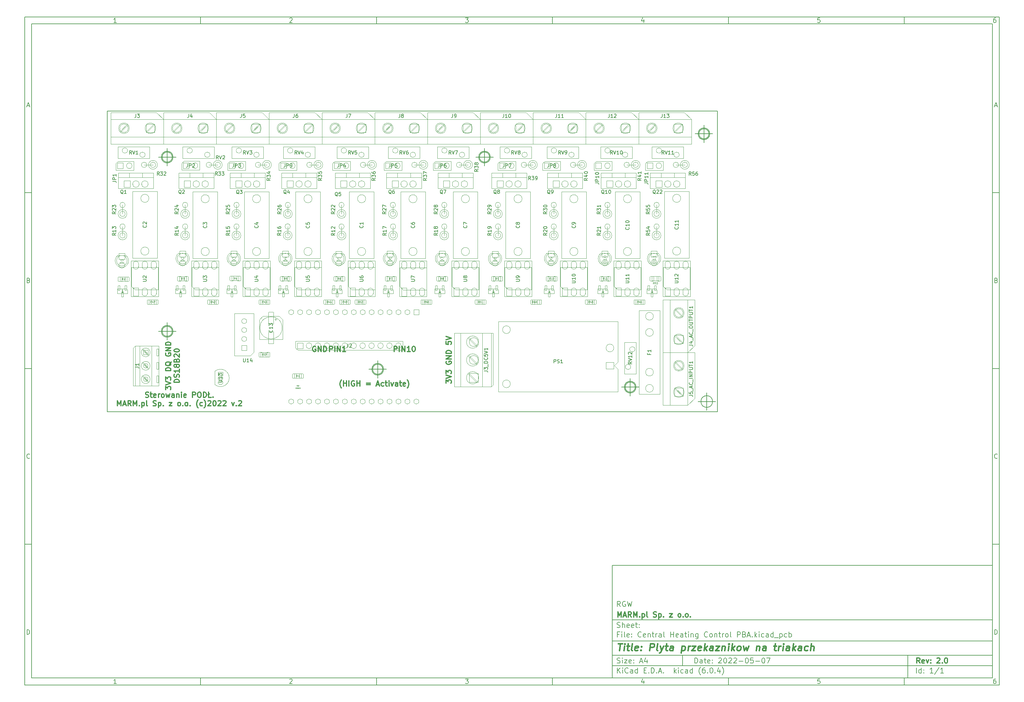
<source format=gbr>
%TF.GenerationSoftware,KiCad,Pcbnew,(6.0.4)*%
%TF.CreationDate,2022-05-09T22:27:08+02:00*%
%TF.ProjectId,Central Heating Control PBA,43656e74-7261-46c2-9048-656174696e67,2.0*%
%TF.SameCoordinates,Original*%
%TF.FileFunction,AssemblyDrawing,Top*%
%FSLAX46Y46*%
G04 Gerber Fmt 4.6, Leading zero omitted, Abs format (unit mm)*
G04 Created by KiCad (PCBNEW (6.0.4)) date 2022-05-09 22:27:08*
%MOMM*%
%LPD*%
G01*
G04 APERTURE LIST*
%ADD10C,0.100000*%
%ADD11C,0.150000*%
%ADD12C,0.300000*%
%ADD13C,0.400000*%
%TA.AperFunction,Profile*%
%ADD14C,0.150000*%
%TD*%
%ADD15C,0.080000*%
%ADD16C,0.040000*%
%ADD17C,0.050000*%
%ADD18C,0.120000*%
%ADD19C,0.100000*%
%TD*%
G04 APERTURE END LIST*
D10*
D11*
X177002200Y-166007200D02*
X177002200Y-198007200D01*
X285002200Y-198007200D01*
X285002200Y-166007200D01*
X177002200Y-166007200D01*
D10*
D11*
X10000000Y-10000000D02*
X10000000Y-200007200D01*
X287002200Y-200007200D01*
X287002200Y-10000000D01*
X10000000Y-10000000D01*
D10*
D11*
X12000000Y-12000000D02*
X12000000Y-198007200D01*
X285002200Y-198007200D01*
X285002200Y-12000000D01*
X12000000Y-12000000D01*
D10*
D11*
X60000000Y-12000000D02*
X60000000Y-10000000D01*
D10*
D11*
X110000000Y-12000000D02*
X110000000Y-10000000D01*
D10*
D11*
X160000000Y-12000000D02*
X160000000Y-10000000D01*
D10*
D11*
X210000000Y-12000000D02*
X210000000Y-10000000D01*
D10*
D11*
X260000000Y-12000000D02*
X260000000Y-10000000D01*
D10*
D11*
X36065476Y-11588095D02*
X35322619Y-11588095D01*
X35694047Y-11588095D02*
X35694047Y-10288095D01*
X35570238Y-10473809D01*
X35446428Y-10597619D01*
X35322619Y-10659523D01*
D10*
D11*
X85322619Y-10411904D02*
X85384523Y-10350000D01*
X85508333Y-10288095D01*
X85817857Y-10288095D01*
X85941666Y-10350000D01*
X86003571Y-10411904D01*
X86065476Y-10535714D01*
X86065476Y-10659523D01*
X86003571Y-10845238D01*
X85260714Y-11588095D01*
X86065476Y-11588095D01*
D10*
D11*
X135260714Y-10288095D02*
X136065476Y-10288095D01*
X135632142Y-10783333D01*
X135817857Y-10783333D01*
X135941666Y-10845238D01*
X136003571Y-10907142D01*
X136065476Y-11030952D01*
X136065476Y-11340476D01*
X136003571Y-11464285D01*
X135941666Y-11526190D01*
X135817857Y-11588095D01*
X135446428Y-11588095D01*
X135322619Y-11526190D01*
X135260714Y-11464285D01*
D10*
D11*
X185941666Y-10721428D02*
X185941666Y-11588095D01*
X185632142Y-10226190D02*
X185322619Y-11154761D01*
X186127380Y-11154761D01*
D10*
D11*
X236003571Y-10288095D02*
X235384523Y-10288095D01*
X235322619Y-10907142D01*
X235384523Y-10845238D01*
X235508333Y-10783333D01*
X235817857Y-10783333D01*
X235941666Y-10845238D01*
X236003571Y-10907142D01*
X236065476Y-11030952D01*
X236065476Y-11340476D01*
X236003571Y-11464285D01*
X235941666Y-11526190D01*
X235817857Y-11588095D01*
X235508333Y-11588095D01*
X235384523Y-11526190D01*
X235322619Y-11464285D01*
D10*
D11*
X285941666Y-10288095D02*
X285694047Y-10288095D01*
X285570238Y-10350000D01*
X285508333Y-10411904D01*
X285384523Y-10597619D01*
X285322619Y-10845238D01*
X285322619Y-11340476D01*
X285384523Y-11464285D01*
X285446428Y-11526190D01*
X285570238Y-11588095D01*
X285817857Y-11588095D01*
X285941666Y-11526190D01*
X286003571Y-11464285D01*
X286065476Y-11340476D01*
X286065476Y-11030952D01*
X286003571Y-10907142D01*
X285941666Y-10845238D01*
X285817857Y-10783333D01*
X285570238Y-10783333D01*
X285446428Y-10845238D01*
X285384523Y-10907142D01*
X285322619Y-11030952D01*
D10*
D11*
X60000000Y-198007200D02*
X60000000Y-200007200D01*
D10*
D11*
X110000000Y-198007200D02*
X110000000Y-200007200D01*
D10*
D11*
X160000000Y-198007200D02*
X160000000Y-200007200D01*
D10*
D11*
X210000000Y-198007200D02*
X210000000Y-200007200D01*
D10*
D11*
X260000000Y-198007200D02*
X260000000Y-200007200D01*
D10*
D11*
X36065476Y-199595295D02*
X35322619Y-199595295D01*
X35694047Y-199595295D02*
X35694047Y-198295295D01*
X35570238Y-198481009D01*
X35446428Y-198604819D01*
X35322619Y-198666723D01*
D10*
D11*
X85322619Y-198419104D02*
X85384523Y-198357200D01*
X85508333Y-198295295D01*
X85817857Y-198295295D01*
X85941666Y-198357200D01*
X86003571Y-198419104D01*
X86065476Y-198542914D01*
X86065476Y-198666723D01*
X86003571Y-198852438D01*
X85260714Y-199595295D01*
X86065476Y-199595295D01*
D10*
D11*
X135260714Y-198295295D02*
X136065476Y-198295295D01*
X135632142Y-198790533D01*
X135817857Y-198790533D01*
X135941666Y-198852438D01*
X136003571Y-198914342D01*
X136065476Y-199038152D01*
X136065476Y-199347676D01*
X136003571Y-199471485D01*
X135941666Y-199533390D01*
X135817857Y-199595295D01*
X135446428Y-199595295D01*
X135322619Y-199533390D01*
X135260714Y-199471485D01*
D10*
D11*
X185941666Y-198728628D02*
X185941666Y-199595295D01*
X185632142Y-198233390D02*
X185322619Y-199161961D01*
X186127380Y-199161961D01*
D10*
D11*
X236003571Y-198295295D02*
X235384523Y-198295295D01*
X235322619Y-198914342D01*
X235384523Y-198852438D01*
X235508333Y-198790533D01*
X235817857Y-198790533D01*
X235941666Y-198852438D01*
X236003571Y-198914342D01*
X236065476Y-199038152D01*
X236065476Y-199347676D01*
X236003571Y-199471485D01*
X235941666Y-199533390D01*
X235817857Y-199595295D01*
X235508333Y-199595295D01*
X235384523Y-199533390D01*
X235322619Y-199471485D01*
D10*
D11*
X285941666Y-198295295D02*
X285694047Y-198295295D01*
X285570238Y-198357200D01*
X285508333Y-198419104D01*
X285384523Y-198604819D01*
X285322619Y-198852438D01*
X285322619Y-199347676D01*
X285384523Y-199471485D01*
X285446428Y-199533390D01*
X285570238Y-199595295D01*
X285817857Y-199595295D01*
X285941666Y-199533390D01*
X286003571Y-199471485D01*
X286065476Y-199347676D01*
X286065476Y-199038152D01*
X286003571Y-198914342D01*
X285941666Y-198852438D01*
X285817857Y-198790533D01*
X285570238Y-198790533D01*
X285446428Y-198852438D01*
X285384523Y-198914342D01*
X285322619Y-199038152D01*
D10*
D11*
X10000000Y-60000000D02*
X12000000Y-60000000D01*
D10*
D11*
X10000000Y-110000000D02*
X12000000Y-110000000D01*
D10*
D11*
X10000000Y-160000000D02*
X12000000Y-160000000D01*
D10*
D11*
X10690476Y-35216666D02*
X11309523Y-35216666D01*
X10566666Y-35588095D02*
X11000000Y-34288095D01*
X11433333Y-35588095D01*
D10*
D11*
X11092857Y-84907142D02*
X11278571Y-84969047D01*
X11340476Y-85030952D01*
X11402380Y-85154761D01*
X11402380Y-85340476D01*
X11340476Y-85464285D01*
X11278571Y-85526190D01*
X11154761Y-85588095D01*
X10659523Y-85588095D01*
X10659523Y-84288095D01*
X11092857Y-84288095D01*
X11216666Y-84350000D01*
X11278571Y-84411904D01*
X11340476Y-84535714D01*
X11340476Y-84659523D01*
X11278571Y-84783333D01*
X11216666Y-84845238D01*
X11092857Y-84907142D01*
X10659523Y-84907142D01*
D10*
D11*
X11402380Y-135464285D02*
X11340476Y-135526190D01*
X11154761Y-135588095D01*
X11030952Y-135588095D01*
X10845238Y-135526190D01*
X10721428Y-135402380D01*
X10659523Y-135278571D01*
X10597619Y-135030952D01*
X10597619Y-134845238D01*
X10659523Y-134597619D01*
X10721428Y-134473809D01*
X10845238Y-134350000D01*
X11030952Y-134288095D01*
X11154761Y-134288095D01*
X11340476Y-134350000D01*
X11402380Y-134411904D01*
D10*
D11*
X10659523Y-185588095D02*
X10659523Y-184288095D01*
X10969047Y-184288095D01*
X11154761Y-184350000D01*
X11278571Y-184473809D01*
X11340476Y-184597619D01*
X11402380Y-184845238D01*
X11402380Y-185030952D01*
X11340476Y-185278571D01*
X11278571Y-185402380D01*
X11154761Y-185526190D01*
X10969047Y-185588095D01*
X10659523Y-185588095D01*
D10*
D11*
X287002200Y-60000000D02*
X285002200Y-60000000D01*
D10*
D11*
X287002200Y-110000000D02*
X285002200Y-110000000D01*
D10*
D11*
X287002200Y-160000000D02*
X285002200Y-160000000D01*
D10*
D11*
X285692676Y-35216666D02*
X286311723Y-35216666D01*
X285568866Y-35588095D02*
X286002200Y-34288095D01*
X286435533Y-35588095D01*
D10*
D11*
X286095057Y-84907142D02*
X286280771Y-84969047D01*
X286342676Y-85030952D01*
X286404580Y-85154761D01*
X286404580Y-85340476D01*
X286342676Y-85464285D01*
X286280771Y-85526190D01*
X286156961Y-85588095D01*
X285661723Y-85588095D01*
X285661723Y-84288095D01*
X286095057Y-84288095D01*
X286218866Y-84350000D01*
X286280771Y-84411904D01*
X286342676Y-84535714D01*
X286342676Y-84659523D01*
X286280771Y-84783333D01*
X286218866Y-84845238D01*
X286095057Y-84907142D01*
X285661723Y-84907142D01*
D10*
D11*
X286404580Y-135464285D02*
X286342676Y-135526190D01*
X286156961Y-135588095D01*
X286033152Y-135588095D01*
X285847438Y-135526190D01*
X285723628Y-135402380D01*
X285661723Y-135278571D01*
X285599819Y-135030952D01*
X285599819Y-134845238D01*
X285661723Y-134597619D01*
X285723628Y-134473809D01*
X285847438Y-134350000D01*
X286033152Y-134288095D01*
X286156961Y-134288095D01*
X286342676Y-134350000D01*
X286404580Y-134411904D01*
D10*
D11*
X285661723Y-185588095D02*
X285661723Y-184288095D01*
X285971247Y-184288095D01*
X286156961Y-184350000D01*
X286280771Y-184473809D01*
X286342676Y-184597619D01*
X286404580Y-184845238D01*
X286404580Y-185030952D01*
X286342676Y-185278571D01*
X286280771Y-185402380D01*
X286156961Y-185526190D01*
X285971247Y-185588095D01*
X285661723Y-185588095D01*
D10*
D11*
X200434342Y-193785771D02*
X200434342Y-192285771D01*
X200791485Y-192285771D01*
X201005771Y-192357200D01*
X201148628Y-192500057D01*
X201220057Y-192642914D01*
X201291485Y-192928628D01*
X201291485Y-193142914D01*
X201220057Y-193428628D01*
X201148628Y-193571485D01*
X201005771Y-193714342D01*
X200791485Y-193785771D01*
X200434342Y-193785771D01*
X202577200Y-193785771D02*
X202577200Y-193000057D01*
X202505771Y-192857200D01*
X202362914Y-192785771D01*
X202077200Y-192785771D01*
X201934342Y-192857200D01*
X202577200Y-193714342D02*
X202434342Y-193785771D01*
X202077200Y-193785771D01*
X201934342Y-193714342D01*
X201862914Y-193571485D01*
X201862914Y-193428628D01*
X201934342Y-193285771D01*
X202077200Y-193214342D01*
X202434342Y-193214342D01*
X202577200Y-193142914D01*
X203077200Y-192785771D02*
X203648628Y-192785771D01*
X203291485Y-192285771D02*
X203291485Y-193571485D01*
X203362914Y-193714342D01*
X203505771Y-193785771D01*
X203648628Y-193785771D01*
X204720057Y-193714342D02*
X204577200Y-193785771D01*
X204291485Y-193785771D01*
X204148628Y-193714342D01*
X204077200Y-193571485D01*
X204077200Y-193000057D01*
X204148628Y-192857200D01*
X204291485Y-192785771D01*
X204577200Y-192785771D01*
X204720057Y-192857200D01*
X204791485Y-193000057D01*
X204791485Y-193142914D01*
X204077200Y-193285771D01*
X205434342Y-193642914D02*
X205505771Y-193714342D01*
X205434342Y-193785771D01*
X205362914Y-193714342D01*
X205434342Y-193642914D01*
X205434342Y-193785771D01*
X205434342Y-192857200D02*
X205505771Y-192928628D01*
X205434342Y-193000057D01*
X205362914Y-192928628D01*
X205434342Y-192857200D01*
X205434342Y-193000057D01*
X207220057Y-192428628D02*
X207291485Y-192357200D01*
X207434342Y-192285771D01*
X207791485Y-192285771D01*
X207934342Y-192357200D01*
X208005771Y-192428628D01*
X208077200Y-192571485D01*
X208077200Y-192714342D01*
X208005771Y-192928628D01*
X207148628Y-193785771D01*
X208077200Y-193785771D01*
X209005771Y-192285771D02*
X209148628Y-192285771D01*
X209291485Y-192357200D01*
X209362914Y-192428628D01*
X209434342Y-192571485D01*
X209505771Y-192857200D01*
X209505771Y-193214342D01*
X209434342Y-193500057D01*
X209362914Y-193642914D01*
X209291485Y-193714342D01*
X209148628Y-193785771D01*
X209005771Y-193785771D01*
X208862914Y-193714342D01*
X208791485Y-193642914D01*
X208720057Y-193500057D01*
X208648628Y-193214342D01*
X208648628Y-192857200D01*
X208720057Y-192571485D01*
X208791485Y-192428628D01*
X208862914Y-192357200D01*
X209005771Y-192285771D01*
X210077200Y-192428628D02*
X210148628Y-192357200D01*
X210291485Y-192285771D01*
X210648628Y-192285771D01*
X210791485Y-192357200D01*
X210862914Y-192428628D01*
X210934342Y-192571485D01*
X210934342Y-192714342D01*
X210862914Y-192928628D01*
X210005771Y-193785771D01*
X210934342Y-193785771D01*
X211505771Y-192428628D02*
X211577200Y-192357200D01*
X211720057Y-192285771D01*
X212077200Y-192285771D01*
X212220057Y-192357200D01*
X212291485Y-192428628D01*
X212362914Y-192571485D01*
X212362914Y-192714342D01*
X212291485Y-192928628D01*
X211434342Y-193785771D01*
X212362914Y-193785771D01*
X213005771Y-193214342D02*
X214148628Y-193214342D01*
X215148628Y-192285771D02*
X215291485Y-192285771D01*
X215434342Y-192357200D01*
X215505771Y-192428628D01*
X215577200Y-192571485D01*
X215648628Y-192857200D01*
X215648628Y-193214342D01*
X215577200Y-193500057D01*
X215505771Y-193642914D01*
X215434342Y-193714342D01*
X215291485Y-193785771D01*
X215148628Y-193785771D01*
X215005771Y-193714342D01*
X214934342Y-193642914D01*
X214862914Y-193500057D01*
X214791485Y-193214342D01*
X214791485Y-192857200D01*
X214862914Y-192571485D01*
X214934342Y-192428628D01*
X215005771Y-192357200D01*
X215148628Y-192285771D01*
X217005771Y-192285771D02*
X216291485Y-192285771D01*
X216220057Y-193000057D01*
X216291485Y-192928628D01*
X216434342Y-192857200D01*
X216791485Y-192857200D01*
X216934342Y-192928628D01*
X217005771Y-193000057D01*
X217077200Y-193142914D01*
X217077200Y-193500057D01*
X217005771Y-193642914D01*
X216934342Y-193714342D01*
X216791485Y-193785771D01*
X216434342Y-193785771D01*
X216291485Y-193714342D01*
X216220057Y-193642914D01*
X217720057Y-193214342D02*
X218862914Y-193214342D01*
X219862914Y-192285771D02*
X220005771Y-192285771D01*
X220148628Y-192357200D01*
X220220057Y-192428628D01*
X220291485Y-192571485D01*
X220362914Y-192857200D01*
X220362914Y-193214342D01*
X220291485Y-193500057D01*
X220220057Y-193642914D01*
X220148628Y-193714342D01*
X220005771Y-193785771D01*
X219862914Y-193785771D01*
X219720057Y-193714342D01*
X219648628Y-193642914D01*
X219577200Y-193500057D01*
X219505771Y-193214342D01*
X219505771Y-192857200D01*
X219577200Y-192571485D01*
X219648628Y-192428628D01*
X219720057Y-192357200D01*
X219862914Y-192285771D01*
X220862914Y-192285771D02*
X221862914Y-192285771D01*
X221220057Y-193785771D01*
D10*
D11*
X177002200Y-194507200D02*
X285002200Y-194507200D01*
D10*
D11*
X178434342Y-196585771D02*
X178434342Y-195085771D01*
X179291485Y-196585771D02*
X178648628Y-195728628D01*
X179291485Y-195085771D02*
X178434342Y-195942914D01*
X179934342Y-196585771D02*
X179934342Y-195585771D01*
X179934342Y-195085771D02*
X179862914Y-195157200D01*
X179934342Y-195228628D01*
X180005771Y-195157200D01*
X179934342Y-195085771D01*
X179934342Y-195228628D01*
X181505771Y-196442914D02*
X181434342Y-196514342D01*
X181220057Y-196585771D01*
X181077200Y-196585771D01*
X180862914Y-196514342D01*
X180720057Y-196371485D01*
X180648628Y-196228628D01*
X180577200Y-195942914D01*
X180577200Y-195728628D01*
X180648628Y-195442914D01*
X180720057Y-195300057D01*
X180862914Y-195157200D01*
X181077200Y-195085771D01*
X181220057Y-195085771D01*
X181434342Y-195157200D01*
X181505771Y-195228628D01*
X182791485Y-196585771D02*
X182791485Y-195800057D01*
X182720057Y-195657200D01*
X182577200Y-195585771D01*
X182291485Y-195585771D01*
X182148628Y-195657200D01*
X182791485Y-196514342D02*
X182648628Y-196585771D01*
X182291485Y-196585771D01*
X182148628Y-196514342D01*
X182077200Y-196371485D01*
X182077200Y-196228628D01*
X182148628Y-196085771D01*
X182291485Y-196014342D01*
X182648628Y-196014342D01*
X182791485Y-195942914D01*
X184148628Y-196585771D02*
X184148628Y-195085771D01*
X184148628Y-196514342D02*
X184005771Y-196585771D01*
X183720057Y-196585771D01*
X183577200Y-196514342D01*
X183505771Y-196442914D01*
X183434342Y-196300057D01*
X183434342Y-195871485D01*
X183505771Y-195728628D01*
X183577200Y-195657200D01*
X183720057Y-195585771D01*
X184005771Y-195585771D01*
X184148628Y-195657200D01*
X186005771Y-195800057D02*
X186505771Y-195800057D01*
X186720057Y-196585771D02*
X186005771Y-196585771D01*
X186005771Y-195085771D01*
X186720057Y-195085771D01*
X187362914Y-196442914D02*
X187434342Y-196514342D01*
X187362914Y-196585771D01*
X187291485Y-196514342D01*
X187362914Y-196442914D01*
X187362914Y-196585771D01*
X188077200Y-196585771D02*
X188077200Y-195085771D01*
X188434342Y-195085771D01*
X188648628Y-195157200D01*
X188791485Y-195300057D01*
X188862914Y-195442914D01*
X188934342Y-195728628D01*
X188934342Y-195942914D01*
X188862914Y-196228628D01*
X188791485Y-196371485D01*
X188648628Y-196514342D01*
X188434342Y-196585771D01*
X188077200Y-196585771D01*
X189577200Y-196442914D02*
X189648628Y-196514342D01*
X189577200Y-196585771D01*
X189505771Y-196514342D01*
X189577200Y-196442914D01*
X189577200Y-196585771D01*
X190220057Y-196157200D02*
X190934342Y-196157200D01*
X190077200Y-196585771D02*
X190577200Y-195085771D01*
X191077200Y-196585771D01*
X191577200Y-196442914D02*
X191648628Y-196514342D01*
X191577200Y-196585771D01*
X191505771Y-196514342D01*
X191577200Y-196442914D01*
X191577200Y-196585771D01*
X194577200Y-196585771D02*
X194577200Y-195085771D01*
X194720057Y-196014342D02*
X195148628Y-196585771D01*
X195148628Y-195585771D02*
X194577200Y-196157200D01*
X195791485Y-196585771D02*
X195791485Y-195585771D01*
X195791485Y-195085771D02*
X195720057Y-195157200D01*
X195791485Y-195228628D01*
X195862914Y-195157200D01*
X195791485Y-195085771D01*
X195791485Y-195228628D01*
X197148628Y-196514342D02*
X197005771Y-196585771D01*
X196720057Y-196585771D01*
X196577200Y-196514342D01*
X196505771Y-196442914D01*
X196434342Y-196300057D01*
X196434342Y-195871485D01*
X196505771Y-195728628D01*
X196577200Y-195657200D01*
X196720057Y-195585771D01*
X197005771Y-195585771D01*
X197148628Y-195657200D01*
X198434342Y-196585771D02*
X198434342Y-195800057D01*
X198362914Y-195657200D01*
X198220057Y-195585771D01*
X197934342Y-195585771D01*
X197791485Y-195657200D01*
X198434342Y-196514342D02*
X198291485Y-196585771D01*
X197934342Y-196585771D01*
X197791485Y-196514342D01*
X197720057Y-196371485D01*
X197720057Y-196228628D01*
X197791485Y-196085771D01*
X197934342Y-196014342D01*
X198291485Y-196014342D01*
X198434342Y-195942914D01*
X199791485Y-196585771D02*
X199791485Y-195085771D01*
X199791485Y-196514342D02*
X199648628Y-196585771D01*
X199362914Y-196585771D01*
X199220057Y-196514342D01*
X199148628Y-196442914D01*
X199077200Y-196300057D01*
X199077200Y-195871485D01*
X199148628Y-195728628D01*
X199220057Y-195657200D01*
X199362914Y-195585771D01*
X199648628Y-195585771D01*
X199791485Y-195657200D01*
X202077200Y-197157200D02*
X202005771Y-197085771D01*
X201862914Y-196871485D01*
X201791485Y-196728628D01*
X201720057Y-196514342D01*
X201648628Y-196157200D01*
X201648628Y-195871485D01*
X201720057Y-195514342D01*
X201791485Y-195300057D01*
X201862914Y-195157200D01*
X202005771Y-194942914D01*
X202077200Y-194871485D01*
X203291485Y-195085771D02*
X203005771Y-195085771D01*
X202862914Y-195157200D01*
X202791485Y-195228628D01*
X202648628Y-195442914D01*
X202577200Y-195728628D01*
X202577200Y-196300057D01*
X202648628Y-196442914D01*
X202720057Y-196514342D01*
X202862914Y-196585771D01*
X203148628Y-196585771D01*
X203291485Y-196514342D01*
X203362914Y-196442914D01*
X203434342Y-196300057D01*
X203434342Y-195942914D01*
X203362914Y-195800057D01*
X203291485Y-195728628D01*
X203148628Y-195657200D01*
X202862914Y-195657200D01*
X202720057Y-195728628D01*
X202648628Y-195800057D01*
X202577200Y-195942914D01*
X204077200Y-196442914D02*
X204148628Y-196514342D01*
X204077200Y-196585771D01*
X204005771Y-196514342D01*
X204077200Y-196442914D01*
X204077200Y-196585771D01*
X205077200Y-195085771D02*
X205220057Y-195085771D01*
X205362914Y-195157200D01*
X205434342Y-195228628D01*
X205505771Y-195371485D01*
X205577200Y-195657200D01*
X205577200Y-196014342D01*
X205505771Y-196300057D01*
X205434342Y-196442914D01*
X205362914Y-196514342D01*
X205220057Y-196585771D01*
X205077200Y-196585771D01*
X204934342Y-196514342D01*
X204862914Y-196442914D01*
X204791485Y-196300057D01*
X204720057Y-196014342D01*
X204720057Y-195657200D01*
X204791485Y-195371485D01*
X204862914Y-195228628D01*
X204934342Y-195157200D01*
X205077200Y-195085771D01*
X206220057Y-196442914D02*
X206291485Y-196514342D01*
X206220057Y-196585771D01*
X206148628Y-196514342D01*
X206220057Y-196442914D01*
X206220057Y-196585771D01*
X207577200Y-195585771D02*
X207577200Y-196585771D01*
X207220057Y-195014342D02*
X206862914Y-196085771D01*
X207791485Y-196085771D01*
X208220057Y-197157200D02*
X208291485Y-197085771D01*
X208434342Y-196871485D01*
X208505771Y-196728628D01*
X208577200Y-196514342D01*
X208648628Y-196157200D01*
X208648628Y-195871485D01*
X208577200Y-195514342D01*
X208505771Y-195300057D01*
X208434342Y-195157200D01*
X208291485Y-194942914D01*
X208220057Y-194871485D01*
D10*
D11*
X177002200Y-191507200D02*
X285002200Y-191507200D01*
D10*
D12*
X264411485Y-193785771D02*
X263911485Y-193071485D01*
X263554342Y-193785771D02*
X263554342Y-192285771D01*
X264125771Y-192285771D01*
X264268628Y-192357200D01*
X264340057Y-192428628D01*
X264411485Y-192571485D01*
X264411485Y-192785771D01*
X264340057Y-192928628D01*
X264268628Y-193000057D01*
X264125771Y-193071485D01*
X263554342Y-193071485D01*
X265625771Y-193714342D02*
X265482914Y-193785771D01*
X265197200Y-193785771D01*
X265054342Y-193714342D01*
X264982914Y-193571485D01*
X264982914Y-193000057D01*
X265054342Y-192857200D01*
X265197200Y-192785771D01*
X265482914Y-192785771D01*
X265625771Y-192857200D01*
X265697200Y-193000057D01*
X265697200Y-193142914D01*
X264982914Y-193285771D01*
X266197200Y-192785771D02*
X266554342Y-193785771D01*
X266911485Y-192785771D01*
X267482914Y-193642914D02*
X267554342Y-193714342D01*
X267482914Y-193785771D01*
X267411485Y-193714342D01*
X267482914Y-193642914D01*
X267482914Y-193785771D01*
X267482914Y-192857200D02*
X267554342Y-192928628D01*
X267482914Y-193000057D01*
X267411485Y-192928628D01*
X267482914Y-192857200D01*
X267482914Y-193000057D01*
X269268628Y-192428628D02*
X269340057Y-192357200D01*
X269482914Y-192285771D01*
X269840057Y-192285771D01*
X269982914Y-192357200D01*
X270054342Y-192428628D01*
X270125771Y-192571485D01*
X270125771Y-192714342D01*
X270054342Y-192928628D01*
X269197200Y-193785771D01*
X270125771Y-193785771D01*
X270768628Y-193642914D02*
X270840057Y-193714342D01*
X270768628Y-193785771D01*
X270697200Y-193714342D01*
X270768628Y-193642914D01*
X270768628Y-193785771D01*
X271768628Y-192285771D02*
X271911485Y-192285771D01*
X272054342Y-192357200D01*
X272125771Y-192428628D01*
X272197200Y-192571485D01*
X272268628Y-192857200D01*
X272268628Y-193214342D01*
X272197200Y-193500057D01*
X272125771Y-193642914D01*
X272054342Y-193714342D01*
X271911485Y-193785771D01*
X271768628Y-193785771D01*
X271625771Y-193714342D01*
X271554342Y-193642914D01*
X271482914Y-193500057D01*
X271411485Y-193214342D01*
X271411485Y-192857200D01*
X271482914Y-192571485D01*
X271554342Y-192428628D01*
X271625771Y-192357200D01*
X271768628Y-192285771D01*
D10*
D11*
X178362914Y-193714342D02*
X178577200Y-193785771D01*
X178934342Y-193785771D01*
X179077200Y-193714342D01*
X179148628Y-193642914D01*
X179220057Y-193500057D01*
X179220057Y-193357200D01*
X179148628Y-193214342D01*
X179077200Y-193142914D01*
X178934342Y-193071485D01*
X178648628Y-193000057D01*
X178505771Y-192928628D01*
X178434342Y-192857200D01*
X178362914Y-192714342D01*
X178362914Y-192571485D01*
X178434342Y-192428628D01*
X178505771Y-192357200D01*
X178648628Y-192285771D01*
X179005771Y-192285771D01*
X179220057Y-192357200D01*
X179862914Y-193785771D02*
X179862914Y-192785771D01*
X179862914Y-192285771D02*
X179791485Y-192357200D01*
X179862914Y-192428628D01*
X179934342Y-192357200D01*
X179862914Y-192285771D01*
X179862914Y-192428628D01*
X180434342Y-192785771D02*
X181220057Y-192785771D01*
X180434342Y-193785771D01*
X181220057Y-193785771D01*
X182362914Y-193714342D02*
X182220057Y-193785771D01*
X181934342Y-193785771D01*
X181791485Y-193714342D01*
X181720057Y-193571485D01*
X181720057Y-193000057D01*
X181791485Y-192857200D01*
X181934342Y-192785771D01*
X182220057Y-192785771D01*
X182362914Y-192857200D01*
X182434342Y-193000057D01*
X182434342Y-193142914D01*
X181720057Y-193285771D01*
X183077200Y-193642914D02*
X183148628Y-193714342D01*
X183077200Y-193785771D01*
X183005771Y-193714342D01*
X183077200Y-193642914D01*
X183077200Y-193785771D01*
X183077200Y-192857200D02*
X183148628Y-192928628D01*
X183077200Y-193000057D01*
X183005771Y-192928628D01*
X183077200Y-192857200D01*
X183077200Y-193000057D01*
X184862914Y-193357200D02*
X185577200Y-193357200D01*
X184720057Y-193785771D02*
X185220057Y-192285771D01*
X185720057Y-193785771D01*
X186862914Y-192785771D02*
X186862914Y-193785771D01*
X186505771Y-192214342D02*
X186148628Y-193285771D01*
X187077200Y-193285771D01*
D10*
D11*
X263434342Y-196585771D02*
X263434342Y-195085771D01*
X264791485Y-196585771D02*
X264791485Y-195085771D01*
X264791485Y-196514342D02*
X264648628Y-196585771D01*
X264362914Y-196585771D01*
X264220057Y-196514342D01*
X264148628Y-196442914D01*
X264077200Y-196300057D01*
X264077200Y-195871485D01*
X264148628Y-195728628D01*
X264220057Y-195657200D01*
X264362914Y-195585771D01*
X264648628Y-195585771D01*
X264791485Y-195657200D01*
X265505771Y-196442914D02*
X265577200Y-196514342D01*
X265505771Y-196585771D01*
X265434342Y-196514342D01*
X265505771Y-196442914D01*
X265505771Y-196585771D01*
X265505771Y-195657200D02*
X265577200Y-195728628D01*
X265505771Y-195800057D01*
X265434342Y-195728628D01*
X265505771Y-195657200D01*
X265505771Y-195800057D01*
X268148628Y-196585771D02*
X267291485Y-196585771D01*
X267720057Y-196585771D02*
X267720057Y-195085771D01*
X267577200Y-195300057D01*
X267434342Y-195442914D01*
X267291485Y-195514342D01*
X269862914Y-195014342D02*
X268577200Y-196942914D01*
X271148628Y-196585771D02*
X270291485Y-196585771D01*
X270720057Y-196585771D02*
X270720057Y-195085771D01*
X270577200Y-195300057D01*
X270434342Y-195442914D01*
X270291485Y-195514342D01*
D10*
D11*
X177002200Y-187507200D02*
X285002200Y-187507200D01*
D10*
D13*
X178714580Y-188211961D02*
X179857438Y-188211961D01*
X179036009Y-190211961D02*
X179286009Y-188211961D01*
X180274104Y-190211961D02*
X180440771Y-188878628D01*
X180524104Y-188211961D02*
X180416961Y-188307200D01*
X180500295Y-188402438D01*
X180607438Y-188307200D01*
X180524104Y-188211961D01*
X180500295Y-188402438D01*
X181107438Y-188878628D02*
X181869342Y-188878628D01*
X181476485Y-188211961D02*
X181262200Y-189926247D01*
X181333628Y-190116723D01*
X181512200Y-190211961D01*
X181702676Y-190211961D01*
X182655057Y-190211961D02*
X182476485Y-190116723D01*
X182405057Y-189926247D01*
X182619342Y-188211961D01*
X184190771Y-190116723D02*
X183988390Y-190211961D01*
X183607438Y-190211961D01*
X183428866Y-190116723D01*
X183357438Y-189926247D01*
X183452676Y-189164342D01*
X183571723Y-188973866D01*
X183774104Y-188878628D01*
X184155057Y-188878628D01*
X184333628Y-188973866D01*
X184405057Y-189164342D01*
X184381247Y-189354819D01*
X183405057Y-189545295D01*
X185155057Y-190021485D02*
X185238390Y-190116723D01*
X185131247Y-190211961D01*
X185047914Y-190116723D01*
X185155057Y-190021485D01*
X185131247Y-190211961D01*
X185286009Y-188973866D02*
X185369342Y-189069104D01*
X185262200Y-189164342D01*
X185178866Y-189069104D01*
X185286009Y-188973866D01*
X185262200Y-189164342D01*
X187607438Y-190211961D02*
X187857438Y-188211961D01*
X188619342Y-188211961D01*
X188797914Y-188307200D01*
X188881247Y-188402438D01*
X188952676Y-188592914D01*
X188916961Y-188878628D01*
X188797914Y-189069104D01*
X188690771Y-189164342D01*
X188488390Y-189259580D01*
X187726485Y-189259580D01*
X189893152Y-190211961D02*
X189714580Y-190116723D01*
X189643152Y-189926247D01*
X189857438Y-188211961D01*
X190631247Y-188878628D02*
X190940771Y-190211961D01*
X191583628Y-188878628D02*
X190940771Y-190211961D01*
X190690771Y-190688152D01*
X190583628Y-190783390D01*
X190381247Y-190878628D01*
X192059819Y-188878628D02*
X192821723Y-188878628D01*
X192428866Y-188211961D02*
X192214580Y-189926247D01*
X192286009Y-190116723D01*
X192464580Y-190211961D01*
X192655057Y-190211961D01*
X194178866Y-190211961D02*
X194309819Y-189164342D01*
X194238390Y-188973866D01*
X194059819Y-188878628D01*
X193678866Y-188878628D01*
X193476485Y-188973866D01*
X194190771Y-190116723D02*
X193988390Y-190211961D01*
X193512200Y-190211961D01*
X193333628Y-190116723D01*
X193262200Y-189926247D01*
X193286009Y-189735771D01*
X193405057Y-189545295D01*
X193607438Y-189450057D01*
X194083628Y-189450057D01*
X194286009Y-189354819D01*
X196821723Y-188878628D02*
X196571723Y-190878628D01*
X196809819Y-188973866D02*
X197012200Y-188878628D01*
X197393152Y-188878628D01*
X197571723Y-188973866D01*
X197655057Y-189069104D01*
X197726485Y-189259580D01*
X197655057Y-189831009D01*
X197536009Y-190021485D01*
X197428866Y-190116723D01*
X197226485Y-190211961D01*
X196845533Y-190211961D01*
X196666961Y-190116723D01*
X198464580Y-190211961D02*
X198631247Y-188878628D01*
X198583628Y-189259580D02*
X198702676Y-189069104D01*
X198809819Y-188973866D01*
X199012200Y-188878628D01*
X199202676Y-188878628D01*
X199678866Y-188878628D02*
X200726485Y-188878628D01*
X199512200Y-190211961D01*
X200559819Y-190211961D01*
X202095533Y-190116723D02*
X201893152Y-190211961D01*
X201512200Y-190211961D01*
X201333628Y-190116723D01*
X201262200Y-189926247D01*
X201357438Y-189164342D01*
X201476485Y-188973866D01*
X201678866Y-188878628D01*
X202059819Y-188878628D01*
X202238390Y-188973866D01*
X202309819Y-189164342D01*
X202286009Y-189354819D01*
X201309819Y-189545295D01*
X203036009Y-190211961D02*
X203286009Y-188211961D01*
X203321723Y-189450057D02*
X203797914Y-190211961D01*
X203964580Y-188878628D02*
X203107438Y-189640533D01*
X205512200Y-190211961D02*
X205643152Y-189164342D01*
X205571723Y-188973866D01*
X205393152Y-188878628D01*
X205012200Y-188878628D01*
X204809819Y-188973866D01*
X205524104Y-190116723D02*
X205321723Y-190211961D01*
X204845533Y-190211961D01*
X204666961Y-190116723D01*
X204595533Y-189926247D01*
X204619342Y-189735771D01*
X204738390Y-189545295D01*
X204940771Y-189450057D01*
X205416961Y-189450057D01*
X205619342Y-189354819D01*
X206440771Y-188878628D02*
X207488390Y-188878628D01*
X206274104Y-190211961D01*
X207321723Y-190211961D01*
X208250295Y-188878628D02*
X208083628Y-190211961D01*
X208226485Y-189069104D02*
X208333628Y-188973866D01*
X208536009Y-188878628D01*
X208821723Y-188878628D01*
X209000295Y-188973866D01*
X209071723Y-189164342D01*
X208940771Y-190211961D01*
X209893152Y-190211961D02*
X210059819Y-188878628D01*
X210143152Y-188211961D02*
X210036009Y-188307200D01*
X210119342Y-188402438D01*
X210226485Y-188307200D01*
X210143152Y-188211961D01*
X210119342Y-188402438D01*
X210845533Y-190211961D02*
X211095533Y-188211961D01*
X211131247Y-189450057D02*
X211607438Y-190211961D01*
X211774104Y-188878628D02*
X210916961Y-189640533D01*
X212750295Y-190211961D02*
X212571723Y-190116723D01*
X212488390Y-190021485D01*
X212416961Y-189831009D01*
X212488390Y-189259580D01*
X212607438Y-189069104D01*
X212714580Y-188973866D01*
X212916961Y-188878628D01*
X213202676Y-188878628D01*
X213381247Y-188973866D01*
X213464580Y-189069104D01*
X213536009Y-189259580D01*
X213464580Y-189831009D01*
X213345533Y-190021485D01*
X213238390Y-190116723D01*
X213036009Y-190211961D01*
X212750295Y-190211961D01*
X214250295Y-188878628D02*
X214464580Y-190211961D01*
X214964580Y-189259580D01*
X215226485Y-190211961D01*
X215774104Y-188878628D01*
X218059819Y-188878628D02*
X217893152Y-190211961D01*
X218036009Y-189069104D02*
X218143152Y-188973866D01*
X218345533Y-188878628D01*
X218631247Y-188878628D01*
X218809819Y-188973866D01*
X218881247Y-189164342D01*
X218750295Y-190211961D01*
X220559819Y-190211961D02*
X220690771Y-189164342D01*
X220619342Y-188973866D01*
X220440771Y-188878628D01*
X220059819Y-188878628D01*
X219857438Y-188973866D01*
X220571723Y-190116723D02*
X220369342Y-190211961D01*
X219893152Y-190211961D01*
X219714580Y-190116723D01*
X219643152Y-189926247D01*
X219666961Y-189735771D01*
X219786009Y-189545295D01*
X219988390Y-189450057D01*
X220464580Y-189450057D01*
X220666961Y-189354819D01*
X222916961Y-188878628D02*
X223678866Y-188878628D01*
X223286009Y-188211961D02*
X223071723Y-189926247D01*
X223143152Y-190116723D01*
X223321723Y-190211961D01*
X223512200Y-190211961D01*
X224178866Y-190211961D02*
X224345533Y-188878628D01*
X224297914Y-189259580D02*
X224416961Y-189069104D01*
X224524104Y-188973866D01*
X224726485Y-188878628D01*
X224916961Y-188878628D01*
X225416961Y-190211961D02*
X225583628Y-188878628D01*
X225666961Y-188211961D02*
X225559819Y-188307200D01*
X225643152Y-188402438D01*
X225750295Y-188307200D01*
X225666961Y-188211961D01*
X225643152Y-188402438D01*
X227226485Y-190211961D02*
X227357438Y-189164342D01*
X227286009Y-188973866D01*
X227107438Y-188878628D01*
X226726485Y-188878628D01*
X226524104Y-188973866D01*
X227238390Y-190116723D02*
X227036009Y-190211961D01*
X226559819Y-190211961D01*
X226381247Y-190116723D01*
X226309819Y-189926247D01*
X226333628Y-189735771D01*
X226452676Y-189545295D01*
X226655057Y-189450057D01*
X227131247Y-189450057D01*
X227333628Y-189354819D01*
X228178866Y-190211961D02*
X228428866Y-188211961D01*
X228464580Y-189450057D02*
X228940771Y-190211961D01*
X229107438Y-188878628D02*
X228250295Y-189640533D01*
X230655057Y-190211961D02*
X230786009Y-189164342D01*
X230714580Y-188973866D01*
X230536009Y-188878628D01*
X230155057Y-188878628D01*
X229952676Y-188973866D01*
X230666961Y-190116723D02*
X230464580Y-190211961D01*
X229988390Y-190211961D01*
X229809819Y-190116723D01*
X229738390Y-189926247D01*
X229762200Y-189735771D01*
X229881247Y-189545295D01*
X230083628Y-189450057D01*
X230559819Y-189450057D01*
X230762200Y-189354819D01*
X232476485Y-190116723D02*
X232274104Y-190211961D01*
X231893152Y-190211961D01*
X231714580Y-190116723D01*
X231631247Y-190021485D01*
X231559819Y-189831009D01*
X231631247Y-189259580D01*
X231750295Y-189069104D01*
X231857438Y-188973866D01*
X232059819Y-188878628D01*
X232440771Y-188878628D01*
X232619342Y-188973866D01*
X233321723Y-190211961D02*
X233571723Y-188211961D01*
X234178866Y-190211961D02*
X234309819Y-189164342D01*
X234238390Y-188973866D01*
X234059819Y-188878628D01*
X233774104Y-188878628D01*
X233571723Y-188973866D01*
X233464580Y-189069104D01*
D10*
D11*
X178934342Y-185600057D02*
X178434342Y-185600057D01*
X178434342Y-186385771D02*
X178434342Y-184885771D01*
X179148628Y-184885771D01*
X179720057Y-186385771D02*
X179720057Y-185385771D01*
X179720057Y-184885771D02*
X179648628Y-184957200D01*
X179720057Y-185028628D01*
X179791485Y-184957200D01*
X179720057Y-184885771D01*
X179720057Y-185028628D01*
X180648628Y-186385771D02*
X180505771Y-186314342D01*
X180434342Y-186171485D01*
X180434342Y-184885771D01*
X181791485Y-186314342D02*
X181648628Y-186385771D01*
X181362914Y-186385771D01*
X181220057Y-186314342D01*
X181148628Y-186171485D01*
X181148628Y-185600057D01*
X181220057Y-185457200D01*
X181362914Y-185385771D01*
X181648628Y-185385771D01*
X181791485Y-185457200D01*
X181862914Y-185600057D01*
X181862914Y-185742914D01*
X181148628Y-185885771D01*
X182505771Y-186242914D02*
X182577200Y-186314342D01*
X182505771Y-186385771D01*
X182434342Y-186314342D01*
X182505771Y-186242914D01*
X182505771Y-186385771D01*
X182505771Y-185457200D02*
X182577200Y-185528628D01*
X182505771Y-185600057D01*
X182434342Y-185528628D01*
X182505771Y-185457200D01*
X182505771Y-185600057D01*
X185220057Y-186242914D02*
X185148628Y-186314342D01*
X184934342Y-186385771D01*
X184791485Y-186385771D01*
X184577200Y-186314342D01*
X184434342Y-186171485D01*
X184362914Y-186028628D01*
X184291485Y-185742914D01*
X184291485Y-185528628D01*
X184362914Y-185242914D01*
X184434342Y-185100057D01*
X184577200Y-184957200D01*
X184791485Y-184885771D01*
X184934342Y-184885771D01*
X185148628Y-184957200D01*
X185220057Y-185028628D01*
X186434342Y-186314342D02*
X186291485Y-186385771D01*
X186005771Y-186385771D01*
X185862914Y-186314342D01*
X185791485Y-186171485D01*
X185791485Y-185600057D01*
X185862914Y-185457200D01*
X186005771Y-185385771D01*
X186291485Y-185385771D01*
X186434342Y-185457200D01*
X186505771Y-185600057D01*
X186505771Y-185742914D01*
X185791485Y-185885771D01*
X187148628Y-185385771D02*
X187148628Y-186385771D01*
X187148628Y-185528628D02*
X187220057Y-185457200D01*
X187362914Y-185385771D01*
X187577200Y-185385771D01*
X187720057Y-185457200D01*
X187791485Y-185600057D01*
X187791485Y-186385771D01*
X188291485Y-185385771D02*
X188862914Y-185385771D01*
X188505771Y-184885771D02*
X188505771Y-186171485D01*
X188577200Y-186314342D01*
X188720057Y-186385771D01*
X188862914Y-186385771D01*
X189362914Y-186385771D02*
X189362914Y-185385771D01*
X189362914Y-185671485D02*
X189434342Y-185528628D01*
X189505771Y-185457200D01*
X189648628Y-185385771D01*
X189791485Y-185385771D01*
X190934342Y-186385771D02*
X190934342Y-185600057D01*
X190862914Y-185457200D01*
X190720057Y-185385771D01*
X190434342Y-185385771D01*
X190291485Y-185457200D01*
X190934342Y-186314342D02*
X190791485Y-186385771D01*
X190434342Y-186385771D01*
X190291485Y-186314342D01*
X190220057Y-186171485D01*
X190220057Y-186028628D01*
X190291485Y-185885771D01*
X190434342Y-185814342D01*
X190791485Y-185814342D01*
X190934342Y-185742914D01*
X191862914Y-186385771D02*
X191720057Y-186314342D01*
X191648628Y-186171485D01*
X191648628Y-184885771D01*
X193577200Y-186385771D02*
X193577200Y-184885771D01*
X193577200Y-185600057D02*
X194434342Y-185600057D01*
X194434342Y-186385771D02*
X194434342Y-184885771D01*
X195720057Y-186314342D02*
X195577200Y-186385771D01*
X195291485Y-186385771D01*
X195148628Y-186314342D01*
X195077200Y-186171485D01*
X195077200Y-185600057D01*
X195148628Y-185457200D01*
X195291485Y-185385771D01*
X195577200Y-185385771D01*
X195720057Y-185457200D01*
X195791485Y-185600057D01*
X195791485Y-185742914D01*
X195077200Y-185885771D01*
X197077200Y-186385771D02*
X197077200Y-185600057D01*
X197005771Y-185457200D01*
X196862914Y-185385771D01*
X196577200Y-185385771D01*
X196434342Y-185457200D01*
X197077200Y-186314342D02*
X196934342Y-186385771D01*
X196577200Y-186385771D01*
X196434342Y-186314342D01*
X196362914Y-186171485D01*
X196362914Y-186028628D01*
X196434342Y-185885771D01*
X196577200Y-185814342D01*
X196934342Y-185814342D01*
X197077200Y-185742914D01*
X197577200Y-185385771D02*
X198148628Y-185385771D01*
X197791485Y-184885771D02*
X197791485Y-186171485D01*
X197862914Y-186314342D01*
X198005771Y-186385771D01*
X198148628Y-186385771D01*
X198648628Y-186385771D02*
X198648628Y-185385771D01*
X198648628Y-184885771D02*
X198577200Y-184957200D01*
X198648628Y-185028628D01*
X198720057Y-184957200D01*
X198648628Y-184885771D01*
X198648628Y-185028628D01*
X199362914Y-185385771D02*
X199362914Y-186385771D01*
X199362914Y-185528628D02*
X199434342Y-185457200D01*
X199577200Y-185385771D01*
X199791485Y-185385771D01*
X199934342Y-185457200D01*
X200005771Y-185600057D01*
X200005771Y-186385771D01*
X201362914Y-185385771D02*
X201362914Y-186600057D01*
X201291485Y-186742914D01*
X201220057Y-186814342D01*
X201077200Y-186885771D01*
X200862914Y-186885771D01*
X200720057Y-186814342D01*
X201362914Y-186314342D02*
X201220057Y-186385771D01*
X200934342Y-186385771D01*
X200791485Y-186314342D01*
X200720057Y-186242914D01*
X200648628Y-186100057D01*
X200648628Y-185671485D01*
X200720057Y-185528628D01*
X200791485Y-185457200D01*
X200934342Y-185385771D01*
X201220057Y-185385771D01*
X201362914Y-185457200D01*
X204077200Y-186242914D02*
X204005771Y-186314342D01*
X203791485Y-186385771D01*
X203648628Y-186385771D01*
X203434342Y-186314342D01*
X203291485Y-186171485D01*
X203220057Y-186028628D01*
X203148628Y-185742914D01*
X203148628Y-185528628D01*
X203220057Y-185242914D01*
X203291485Y-185100057D01*
X203434342Y-184957200D01*
X203648628Y-184885771D01*
X203791485Y-184885771D01*
X204005771Y-184957200D01*
X204077200Y-185028628D01*
X204934342Y-186385771D02*
X204791485Y-186314342D01*
X204720057Y-186242914D01*
X204648628Y-186100057D01*
X204648628Y-185671485D01*
X204720057Y-185528628D01*
X204791485Y-185457200D01*
X204934342Y-185385771D01*
X205148628Y-185385771D01*
X205291485Y-185457200D01*
X205362914Y-185528628D01*
X205434342Y-185671485D01*
X205434342Y-186100057D01*
X205362914Y-186242914D01*
X205291485Y-186314342D01*
X205148628Y-186385771D01*
X204934342Y-186385771D01*
X206077200Y-185385771D02*
X206077200Y-186385771D01*
X206077200Y-185528628D02*
X206148628Y-185457200D01*
X206291485Y-185385771D01*
X206505771Y-185385771D01*
X206648628Y-185457200D01*
X206720057Y-185600057D01*
X206720057Y-186385771D01*
X207220057Y-185385771D02*
X207791485Y-185385771D01*
X207434342Y-184885771D02*
X207434342Y-186171485D01*
X207505771Y-186314342D01*
X207648628Y-186385771D01*
X207791485Y-186385771D01*
X208291485Y-186385771D02*
X208291485Y-185385771D01*
X208291485Y-185671485D02*
X208362914Y-185528628D01*
X208434342Y-185457200D01*
X208577200Y-185385771D01*
X208720057Y-185385771D01*
X209434342Y-186385771D02*
X209291485Y-186314342D01*
X209220057Y-186242914D01*
X209148628Y-186100057D01*
X209148628Y-185671485D01*
X209220057Y-185528628D01*
X209291485Y-185457200D01*
X209434342Y-185385771D01*
X209648628Y-185385771D01*
X209791485Y-185457200D01*
X209862914Y-185528628D01*
X209934342Y-185671485D01*
X209934342Y-186100057D01*
X209862914Y-186242914D01*
X209791485Y-186314342D01*
X209648628Y-186385771D01*
X209434342Y-186385771D01*
X210791485Y-186385771D02*
X210648628Y-186314342D01*
X210577200Y-186171485D01*
X210577200Y-184885771D01*
X212505771Y-186385771D02*
X212505771Y-184885771D01*
X213077200Y-184885771D01*
X213220057Y-184957200D01*
X213291485Y-185028628D01*
X213362914Y-185171485D01*
X213362914Y-185385771D01*
X213291485Y-185528628D01*
X213220057Y-185600057D01*
X213077200Y-185671485D01*
X212505771Y-185671485D01*
X214505771Y-185600057D02*
X214720057Y-185671485D01*
X214791485Y-185742914D01*
X214862914Y-185885771D01*
X214862914Y-186100057D01*
X214791485Y-186242914D01*
X214720057Y-186314342D01*
X214577200Y-186385771D01*
X214005771Y-186385771D01*
X214005771Y-184885771D01*
X214505771Y-184885771D01*
X214648628Y-184957200D01*
X214720057Y-185028628D01*
X214791485Y-185171485D01*
X214791485Y-185314342D01*
X214720057Y-185457200D01*
X214648628Y-185528628D01*
X214505771Y-185600057D01*
X214005771Y-185600057D01*
X215434342Y-185957200D02*
X216148628Y-185957200D01*
X215291485Y-186385771D02*
X215791485Y-184885771D01*
X216291485Y-186385771D01*
X216791485Y-186242914D02*
X216862914Y-186314342D01*
X216791485Y-186385771D01*
X216720057Y-186314342D01*
X216791485Y-186242914D01*
X216791485Y-186385771D01*
X217505771Y-186385771D02*
X217505771Y-184885771D01*
X217648628Y-185814342D02*
X218077200Y-186385771D01*
X218077200Y-185385771D02*
X217505771Y-185957200D01*
X218720057Y-186385771D02*
X218720057Y-185385771D01*
X218720057Y-184885771D02*
X218648628Y-184957200D01*
X218720057Y-185028628D01*
X218791485Y-184957200D01*
X218720057Y-184885771D01*
X218720057Y-185028628D01*
X220077200Y-186314342D02*
X219934342Y-186385771D01*
X219648628Y-186385771D01*
X219505771Y-186314342D01*
X219434342Y-186242914D01*
X219362914Y-186100057D01*
X219362914Y-185671485D01*
X219434342Y-185528628D01*
X219505771Y-185457200D01*
X219648628Y-185385771D01*
X219934342Y-185385771D01*
X220077200Y-185457200D01*
X221362914Y-186385771D02*
X221362914Y-185600057D01*
X221291485Y-185457200D01*
X221148628Y-185385771D01*
X220862914Y-185385771D01*
X220720057Y-185457200D01*
X221362914Y-186314342D02*
X221220057Y-186385771D01*
X220862914Y-186385771D01*
X220720057Y-186314342D01*
X220648628Y-186171485D01*
X220648628Y-186028628D01*
X220720057Y-185885771D01*
X220862914Y-185814342D01*
X221220057Y-185814342D01*
X221362914Y-185742914D01*
X222720057Y-186385771D02*
X222720057Y-184885771D01*
X222720057Y-186314342D02*
X222577200Y-186385771D01*
X222291485Y-186385771D01*
X222148628Y-186314342D01*
X222077200Y-186242914D01*
X222005771Y-186100057D01*
X222005771Y-185671485D01*
X222077200Y-185528628D01*
X222148628Y-185457200D01*
X222291485Y-185385771D01*
X222577200Y-185385771D01*
X222720057Y-185457200D01*
X223077200Y-186528628D02*
X224220057Y-186528628D01*
X224577200Y-185385771D02*
X224577200Y-186885771D01*
X224577200Y-185457200D02*
X224720057Y-185385771D01*
X225005771Y-185385771D01*
X225148628Y-185457200D01*
X225220057Y-185528628D01*
X225291485Y-185671485D01*
X225291485Y-186100057D01*
X225220057Y-186242914D01*
X225148628Y-186314342D01*
X225005771Y-186385771D01*
X224720057Y-186385771D01*
X224577200Y-186314342D01*
X226577200Y-186314342D02*
X226434342Y-186385771D01*
X226148628Y-186385771D01*
X226005771Y-186314342D01*
X225934342Y-186242914D01*
X225862914Y-186100057D01*
X225862914Y-185671485D01*
X225934342Y-185528628D01*
X226005771Y-185457200D01*
X226148628Y-185385771D01*
X226434342Y-185385771D01*
X226577200Y-185457200D01*
X227220057Y-186385771D02*
X227220057Y-184885771D01*
X227220057Y-185457200D02*
X227362914Y-185385771D01*
X227648628Y-185385771D01*
X227791485Y-185457200D01*
X227862914Y-185528628D01*
X227934342Y-185671485D01*
X227934342Y-186100057D01*
X227862914Y-186242914D01*
X227791485Y-186314342D01*
X227648628Y-186385771D01*
X227362914Y-186385771D01*
X227220057Y-186314342D01*
D10*
D11*
X177002200Y-181507200D02*
X285002200Y-181507200D01*
D10*
D11*
X178362914Y-183614342D02*
X178577200Y-183685771D01*
X178934342Y-183685771D01*
X179077200Y-183614342D01*
X179148628Y-183542914D01*
X179220057Y-183400057D01*
X179220057Y-183257200D01*
X179148628Y-183114342D01*
X179077200Y-183042914D01*
X178934342Y-182971485D01*
X178648628Y-182900057D01*
X178505771Y-182828628D01*
X178434342Y-182757200D01*
X178362914Y-182614342D01*
X178362914Y-182471485D01*
X178434342Y-182328628D01*
X178505771Y-182257200D01*
X178648628Y-182185771D01*
X179005771Y-182185771D01*
X179220057Y-182257200D01*
X179862914Y-183685771D02*
X179862914Y-182185771D01*
X180505771Y-183685771D02*
X180505771Y-182900057D01*
X180434342Y-182757200D01*
X180291485Y-182685771D01*
X180077200Y-182685771D01*
X179934342Y-182757200D01*
X179862914Y-182828628D01*
X181791485Y-183614342D02*
X181648628Y-183685771D01*
X181362914Y-183685771D01*
X181220057Y-183614342D01*
X181148628Y-183471485D01*
X181148628Y-182900057D01*
X181220057Y-182757200D01*
X181362914Y-182685771D01*
X181648628Y-182685771D01*
X181791485Y-182757200D01*
X181862914Y-182900057D01*
X181862914Y-183042914D01*
X181148628Y-183185771D01*
X183077200Y-183614342D02*
X182934342Y-183685771D01*
X182648628Y-183685771D01*
X182505771Y-183614342D01*
X182434342Y-183471485D01*
X182434342Y-182900057D01*
X182505771Y-182757200D01*
X182648628Y-182685771D01*
X182934342Y-182685771D01*
X183077200Y-182757200D01*
X183148628Y-182900057D01*
X183148628Y-183042914D01*
X182434342Y-183185771D01*
X183577200Y-182685771D02*
X184148628Y-182685771D01*
X183791485Y-182185771D02*
X183791485Y-183471485D01*
X183862914Y-183614342D01*
X184005771Y-183685771D01*
X184148628Y-183685771D01*
X184648628Y-183542914D02*
X184720057Y-183614342D01*
X184648628Y-183685771D01*
X184577200Y-183614342D01*
X184648628Y-183542914D01*
X184648628Y-183685771D01*
X184648628Y-182757200D02*
X184720057Y-182828628D01*
X184648628Y-182900057D01*
X184577200Y-182828628D01*
X184648628Y-182757200D01*
X184648628Y-182900057D01*
D10*
D12*
X178554342Y-180685771D02*
X178554342Y-179185771D01*
X179054342Y-180257200D01*
X179554342Y-179185771D01*
X179554342Y-180685771D01*
X180197200Y-180257200D02*
X180911485Y-180257200D01*
X180054342Y-180685771D02*
X180554342Y-179185771D01*
X181054342Y-180685771D01*
X182411485Y-180685771D02*
X181911485Y-179971485D01*
X181554342Y-180685771D02*
X181554342Y-179185771D01*
X182125771Y-179185771D01*
X182268628Y-179257200D01*
X182340057Y-179328628D01*
X182411485Y-179471485D01*
X182411485Y-179685771D01*
X182340057Y-179828628D01*
X182268628Y-179900057D01*
X182125771Y-179971485D01*
X181554342Y-179971485D01*
X183054342Y-180685771D02*
X183054342Y-179185771D01*
X183554342Y-180257200D01*
X184054342Y-179185771D01*
X184054342Y-180685771D01*
X184768628Y-180542914D02*
X184840057Y-180614342D01*
X184768628Y-180685771D01*
X184697200Y-180614342D01*
X184768628Y-180542914D01*
X184768628Y-180685771D01*
X185482914Y-179685771D02*
X185482914Y-181185771D01*
X185482914Y-179757200D02*
X185625771Y-179685771D01*
X185911485Y-179685771D01*
X186054342Y-179757200D01*
X186125771Y-179828628D01*
X186197200Y-179971485D01*
X186197200Y-180400057D01*
X186125771Y-180542914D01*
X186054342Y-180614342D01*
X185911485Y-180685771D01*
X185625771Y-180685771D01*
X185482914Y-180614342D01*
X187054342Y-180685771D02*
X186911485Y-180614342D01*
X186840057Y-180471485D01*
X186840057Y-179185771D01*
X188697200Y-180614342D02*
X188911485Y-180685771D01*
X189268628Y-180685771D01*
X189411485Y-180614342D01*
X189482914Y-180542914D01*
X189554342Y-180400057D01*
X189554342Y-180257200D01*
X189482914Y-180114342D01*
X189411485Y-180042914D01*
X189268628Y-179971485D01*
X188982914Y-179900057D01*
X188840057Y-179828628D01*
X188768628Y-179757200D01*
X188697200Y-179614342D01*
X188697200Y-179471485D01*
X188768628Y-179328628D01*
X188840057Y-179257200D01*
X188982914Y-179185771D01*
X189340057Y-179185771D01*
X189554342Y-179257200D01*
X190197200Y-179685771D02*
X190197200Y-181185771D01*
X190197200Y-179757200D02*
X190340057Y-179685771D01*
X190625771Y-179685771D01*
X190768628Y-179757200D01*
X190840057Y-179828628D01*
X190911485Y-179971485D01*
X190911485Y-180400057D01*
X190840057Y-180542914D01*
X190768628Y-180614342D01*
X190625771Y-180685771D01*
X190340057Y-180685771D01*
X190197200Y-180614342D01*
X191554342Y-180542914D02*
X191625771Y-180614342D01*
X191554342Y-180685771D01*
X191482914Y-180614342D01*
X191554342Y-180542914D01*
X191554342Y-180685771D01*
X193268628Y-179685771D02*
X194054342Y-179685771D01*
X193268628Y-180685771D01*
X194054342Y-180685771D01*
X195982914Y-180685771D02*
X195840057Y-180614342D01*
X195768628Y-180542914D01*
X195697200Y-180400057D01*
X195697200Y-179971485D01*
X195768628Y-179828628D01*
X195840057Y-179757200D01*
X195982914Y-179685771D01*
X196197200Y-179685771D01*
X196340057Y-179757200D01*
X196411485Y-179828628D01*
X196482914Y-179971485D01*
X196482914Y-180400057D01*
X196411485Y-180542914D01*
X196340057Y-180614342D01*
X196197200Y-180685771D01*
X195982914Y-180685771D01*
X197125771Y-180542914D02*
X197197200Y-180614342D01*
X197125771Y-180685771D01*
X197054342Y-180614342D01*
X197125771Y-180542914D01*
X197125771Y-180685771D01*
X198054342Y-180685771D02*
X197911485Y-180614342D01*
X197840057Y-180542914D01*
X197768628Y-180400057D01*
X197768628Y-179971485D01*
X197840057Y-179828628D01*
X197911485Y-179757200D01*
X198054342Y-179685771D01*
X198268628Y-179685771D01*
X198411485Y-179757200D01*
X198482914Y-179828628D01*
X198554342Y-179971485D01*
X198554342Y-180400057D01*
X198482914Y-180542914D01*
X198411485Y-180614342D01*
X198268628Y-180685771D01*
X198054342Y-180685771D01*
X199197200Y-180542914D02*
X199268628Y-180614342D01*
X199197200Y-180685771D01*
X199125771Y-180614342D01*
X199197200Y-180542914D01*
X199197200Y-180685771D01*
D10*
D11*
X179291485Y-177685771D02*
X178791485Y-176971485D01*
X178434342Y-177685771D02*
X178434342Y-176185771D01*
X179005771Y-176185771D01*
X179148628Y-176257200D01*
X179220057Y-176328628D01*
X179291485Y-176471485D01*
X179291485Y-176685771D01*
X179220057Y-176828628D01*
X179148628Y-176900057D01*
X179005771Y-176971485D01*
X178434342Y-176971485D01*
X180720057Y-176257200D02*
X180577200Y-176185771D01*
X180362914Y-176185771D01*
X180148628Y-176257200D01*
X180005771Y-176400057D01*
X179934342Y-176542914D01*
X179862914Y-176828628D01*
X179862914Y-177042914D01*
X179934342Y-177328628D01*
X180005771Y-177471485D01*
X180148628Y-177614342D01*
X180362914Y-177685771D01*
X180505771Y-177685771D01*
X180720057Y-177614342D01*
X180791485Y-177542914D01*
X180791485Y-177042914D01*
X180505771Y-177042914D01*
X181291485Y-176185771D02*
X181648628Y-177685771D01*
X181934342Y-176614342D01*
X182220057Y-177685771D01*
X182577200Y-176185771D01*
D10*
D11*
D10*
D11*
D10*
D11*
D10*
D11*
X197002200Y-191507200D02*
X197002200Y-194507200D01*
D10*
D11*
X261002200Y-191507200D02*
X261002200Y-198007200D01*
D12*
X100028986Y-115550000D02*
X99957557Y-115478571D01*
X99814700Y-115264285D01*
X99743271Y-115121428D01*
X99671843Y-114907142D01*
X99600414Y-114550000D01*
X99600414Y-114264285D01*
X99671843Y-113907142D01*
X99743271Y-113692857D01*
X99814700Y-113550000D01*
X99957557Y-113335714D01*
X100028986Y-113264285D01*
X100600414Y-114978571D02*
X100600414Y-113478571D01*
X100600414Y-114192857D02*
X101457557Y-114192857D01*
X101457557Y-114978571D02*
X101457557Y-113478571D01*
X102171843Y-114978571D02*
X102171843Y-113478571D01*
X103671843Y-113550000D02*
X103528986Y-113478571D01*
X103314700Y-113478571D01*
X103100414Y-113550000D01*
X102957557Y-113692857D01*
X102886129Y-113835714D01*
X102814700Y-114121428D01*
X102814700Y-114335714D01*
X102886129Y-114621428D01*
X102957557Y-114764285D01*
X103100414Y-114907142D01*
X103314700Y-114978571D01*
X103457557Y-114978571D01*
X103671843Y-114907142D01*
X103743271Y-114835714D01*
X103743271Y-114335714D01*
X103457557Y-114335714D01*
X104386129Y-114978571D02*
X104386129Y-113478571D01*
X104386129Y-114192857D02*
X105243271Y-114192857D01*
X105243271Y-114978571D02*
X105243271Y-113478571D01*
X107100414Y-114192857D02*
X108243271Y-114192857D01*
X108243271Y-114621428D02*
X107100414Y-114621428D01*
X110028986Y-114550000D02*
X110743271Y-114550000D01*
X109886129Y-114978571D02*
X110386129Y-113478571D01*
X110886129Y-114978571D01*
X112028986Y-114907142D02*
X111886129Y-114978571D01*
X111600414Y-114978571D01*
X111457557Y-114907142D01*
X111386129Y-114835714D01*
X111314700Y-114692857D01*
X111314700Y-114264285D01*
X111386129Y-114121428D01*
X111457557Y-114050000D01*
X111600414Y-113978571D01*
X111886129Y-113978571D01*
X112028986Y-114050000D01*
X112457557Y-113978571D02*
X113028986Y-113978571D01*
X112671843Y-113478571D02*
X112671843Y-114764285D01*
X112743271Y-114907142D01*
X112886129Y-114978571D01*
X113028986Y-114978571D01*
X113528986Y-114978571D02*
X113528986Y-113978571D01*
X113528986Y-113478571D02*
X113457557Y-113550000D01*
X113528986Y-113621428D01*
X113600414Y-113550000D01*
X113528986Y-113478571D01*
X113528986Y-113621428D01*
X114100414Y-113978571D02*
X114457557Y-114978571D01*
X114814700Y-113978571D01*
X116028986Y-114978571D02*
X116028986Y-114192857D01*
X115957557Y-114050000D01*
X115814700Y-113978571D01*
X115528986Y-113978571D01*
X115386129Y-114050000D01*
X116028986Y-114907142D02*
X115886129Y-114978571D01*
X115528986Y-114978571D01*
X115386129Y-114907142D01*
X115314700Y-114764285D01*
X115314700Y-114621428D01*
X115386129Y-114478571D01*
X115528986Y-114407142D01*
X115886129Y-114407142D01*
X116028986Y-114335714D01*
X116528986Y-113978571D02*
X117100414Y-113978571D01*
X116743271Y-113478571D02*
X116743271Y-114764285D01*
X116814700Y-114907142D01*
X116957557Y-114978571D01*
X117100414Y-114978571D01*
X118171843Y-114907142D02*
X118028986Y-114978571D01*
X117743271Y-114978571D01*
X117600414Y-114907142D01*
X117528986Y-114764285D01*
X117528986Y-114192857D01*
X117600414Y-114050000D01*
X117743271Y-113978571D01*
X118028986Y-113978571D01*
X118171843Y-114050000D01*
X118243271Y-114192857D01*
X118243271Y-114335714D01*
X117528986Y-114478571D01*
X118743271Y-115550000D02*
X118814700Y-115478571D01*
X118957557Y-115264285D01*
X119028986Y-115121428D01*
X119100414Y-114907142D01*
X119171843Y-114550000D01*
X119171843Y-114264285D01*
X119100414Y-113907142D01*
X119028986Y-113692857D01*
X118957557Y-113550000D01*
X118814700Y-113335714D01*
X118743271Y-113264285D01*
D14*
X33490866Y-122269803D02*
X33491300Y-36755890D01*
X206845866Y-36803803D02*
X206845866Y-122269803D01*
X33491300Y-36755890D02*
X206845866Y-36803803D01*
X51928769Y-99409803D02*
G75*
G03*
X51928769Y-99409803I-1419903J0D01*
G01*
X183500769Y-115284803D02*
G75*
G03*
X183500769Y-115284803I-1419903J0D01*
G01*
X51928769Y-49866043D02*
G75*
G03*
X51928769Y-49866043I-1419903J0D01*
G01*
X142098769Y-49866043D02*
G75*
G03*
X142098769Y-49866043I-1419903J0D01*
G01*
X206845866Y-122269803D02*
X33490866Y-122269803D01*
X111745769Y-110204803D02*
G75*
G03*
X111745769Y-110204803I-1419903J0D01*
G01*
X204455769Y-43246043D02*
G75*
G03*
X204455769Y-43246043I-1419903J0D01*
G01*
D12*
X50041071Y-116041428D02*
X50041071Y-115112857D01*
X50612500Y-115612857D01*
X50612500Y-115398571D01*
X50683928Y-115255714D01*
X50755357Y-115184285D01*
X50898214Y-115112857D01*
X51255357Y-115112857D01*
X51398214Y-115184285D01*
X51469642Y-115255714D01*
X51541071Y-115398571D01*
X51541071Y-115827142D01*
X51469642Y-115970000D01*
X51398214Y-116041428D01*
X50041071Y-114684285D02*
X51541071Y-114184285D01*
X50041071Y-113684285D01*
X50041071Y-113327142D02*
X50041071Y-112398571D01*
X50612500Y-112898571D01*
X50612500Y-112684285D01*
X50683928Y-112541428D01*
X50755357Y-112470000D01*
X50898214Y-112398571D01*
X51255357Y-112398571D01*
X51398214Y-112470000D01*
X51469642Y-112541428D01*
X51541071Y-112684285D01*
X51541071Y-113112857D01*
X51469642Y-113255714D01*
X51398214Y-113327142D01*
X51541071Y-110612857D02*
X50041071Y-110612857D01*
X50041071Y-110255714D01*
X50112500Y-110041428D01*
X50255357Y-109898571D01*
X50398214Y-109827142D01*
X50683928Y-109755714D01*
X50898214Y-109755714D01*
X51183928Y-109827142D01*
X51326785Y-109898571D01*
X51469642Y-110041428D01*
X51541071Y-110255714D01*
X51541071Y-110612857D01*
X51683928Y-108112857D02*
X51612500Y-108255714D01*
X51469642Y-108398571D01*
X51255357Y-108612857D01*
X51183928Y-108755714D01*
X51183928Y-108898571D01*
X51541071Y-108827142D02*
X51469642Y-108970000D01*
X51326785Y-109112857D01*
X51041071Y-109184285D01*
X50541071Y-109184285D01*
X50255357Y-109112857D01*
X50112500Y-108970000D01*
X50041071Y-108827142D01*
X50041071Y-108541428D01*
X50112500Y-108398571D01*
X50255357Y-108255714D01*
X50541071Y-108184285D01*
X51041071Y-108184285D01*
X51326785Y-108255714D01*
X51469642Y-108398571D01*
X51541071Y-108541428D01*
X51541071Y-108827142D01*
X50112500Y-105612857D02*
X50041071Y-105755714D01*
X50041071Y-105970000D01*
X50112500Y-106184285D01*
X50255357Y-106327142D01*
X50398214Y-106398571D01*
X50683928Y-106470000D01*
X50898214Y-106470000D01*
X51183928Y-106398571D01*
X51326785Y-106327142D01*
X51469642Y-106184285D01*
X51541071Y-105970000D01*
X51541071Y-105827142D01*
X51469642Y-105612857D01*
X51398214Y-105541428D01*
X50898214Y-105541428D01*
X50898214Y-105827142D01*
X51541071Y-104898571D02*
X50041071Y-104898571D01*
X51541071Y-104041428D01*
X50041071Y-104041428D01*
X51541071Y-103327142D02*
X50041071Y-103327142D01*
X50041071Y-102970000D01*
X50112500Y-102755714D01*
X50255357Y-102612857D01*
X50398214Y-102541428D01*
X50683928Y-102470000D01*
X50898214Y-102470000D01*
X51183928Y-102541428D01*
X51326785Y-102612857D01*
X51469642Y-102755714D01*
X51541071Y-102970000D01*
X51541071Y-103327142D01*
X53956071Y-113934285D02*
X52456071Y-113934285D01*
X52456071Y-113577142D01*
X52527500Y-113362857D01*
X52670357Y-113220000D01*
X52813214Y-113148571D01*
X53098928Y-113077142D01*
X53313214Y-113077142D01*
X53598928Y-113148571D01*
X53741785Y-113220000D01*
X53884642Y-113362857D01*
X53956071Y-113577142D01*
X53956071Y-113934285D01*
X53884642Y-112505714D02*
X53956071Y-112291428D01*
X53956071Y-111934285D01*
X53884642Y-111791428D01*
X53813214Y-111720000D01*
X53670357Y-111648571D01*
X53527500Y-111648571D01*
X53384642Y-111720000D01*
X53313214Y-111791428D01*
X53241785Y-111934285D01*
X53170357Y-112220000D01*
X53098928Y-112362857D01*
X53027500Y-112434285D01*
X52884642Y-112505714D01*
X52741785Y-112505714D01*
X52598928Y-112434285D01*
X52527500Y-112362857D01*
X52456071Y-112220000D01*
X52456071Y-111862857D01*
X52527500Y-111648571D01*
X53956071Y-110220000D02*
X53956071Y-111077142D01*
X53956071Y-110648571D02*
X52456071Y-110648571D01*
X52670357Y-110791428D01*
X52813214Y-110934285D01*
X52884642Y-111077142D01*
X53098928Y-109362857D02*
X53027500Y-109505714D01*
X52956071Y-109577142D01*
X52813214Y-109648571D01*
X52741785Y-109648571D01*
X52598928Y-109577142D01*
X52527500Y-109505714D01*
X52456071Y-109362857D01*
X52456071Y-109077142D01*
X52527500Y-108934285D01*
X52598928Y-108862857D01*
X52741785Y-108791428D01*
X52813214Y-108791428D01*
X52956071Y-108862857D01*
X53027500Y-108934285D01*
X53098928Y-109077142D01*
X53098928Y-109362857D01*
X53170357Y-109505714D01*
X53241785Y-109577142D01*
X53384642Y-109648571D01*
X53670357Y-109648571D01*
X53813214Y-109577142D01*
X53884642Y-109505714D01*
X53956071Y-109362857D01*
X53956071Y-109077142D01*
X53884642Y-108934285D01*
X53813214Y-108862857D01*
X53670357Y-108791428D01*
X53384642Y-108791428D01*
X53241785Y-108862857D01*
X53170357Y-108934285D01*
X53098928Y-109077142D01*
X53170357Y-107648571D02*
X53241785Y-107434285D01*
X53313214Y-107362857D01*
X53456071Y-107291428D01*
X53670357Y-107291428D01*
X53813214Y-107362857D01*
X53884642Y-107434285D01*
X53956071Y-107577142D01*
X53956071Y-108148571D01*
X52456071Y-108148571D01*
X52456071Y-107648571D01*
X52527500Y-107505714D01*
X52598928Y-107434285D01*
X52741785Y-107362857D01*
X52884642Y-107362857D01*
X53027500Y-107434285D01*
X53098928Y-107505714D01*
X53170357Y-107648571D01*
X53170357Y-108148571D01*
X52598928Y-106720000D02*
X52527500Y-106648571D01*
X52456071Y-106505714D01*
X52456071Y-106148571D01*
X52527500Y-106005714D01*
X52598928Y-105934285D01*
X52741785Y-105862857D01*
X52884642Y-105862857D01*
X53098928Y-105934285D01*
X53956071Y-106791428D01*
X53956071Y-105862857D01*
X52456071Y-104934285D02*
X52456071Y-104791428D01*
X52527500Y-104648571D01*
X52598928Y-104577142D01*
X52741785Y-104505714D01*
X53027500Y-104434285D01*
X53384642Y-104434285D01*
X53670357Y-104505714D01*
X53813214Y-104577142D01*
X53884642Y-104648571D01*
X53956071Y-104791428D01*
X53956071Y-104934285D01*
X53884642Y-105077142D01*
X53813214Y-105148571D01*
X53670357Y-105220000D01*
X53384642Y-105291428D01*
X53027500Y-105291428D01*
X52741785Y-105220000D01*
X52598928Y-105148571D01*
X52527500Y-105077142D01*
X52456071Y-104934285D01*
X114981580Y-105168374D02*
X114981580Y-103668374D01*
X115553008Y-103668374D01*
X115695866Y-103739803D01*
X115767294Y-103811231D01*
X115838723Y-103954088D01*
X115838723Y-104168374D01*
X115767294Y-104311231D01*
X115695866Y-104382660D01*
X115553008Y-104454088D01*
X114981580Y-104454088D01*
X116481580Y-105168374D02*
X116481580Y-103668374D01*
X117195866Y-105168374D02*
X117195866Y-103668374D01*
X118053008Y-105168374D01*
X118053008Y-103668374D01*
X119553008Y-105168374D02*
X118695866Y-105168374D01*
X119124437Y-105168374D02*
X119124437Y-103668374D01*
X118981580Y-103882660D01*
X118838723Y-104025517D01*
X118695866Y-104096945D01*
X120481580Y-103668374D02*
X120624437Y-103668374D01*
X120767294Y-103739803D01*
X120838723Y-103811231D01*
X120910151Y-103954088D01*
X120981580Y-104239803D01*
X120981580Y-104596945D01*
X120910151Y-104882660D01*
X120838723Y-105025517D01*
X120767294Y-105096945D01*
X120624437Y-105168374D01*
X120481580Y-105168374D01*
X120338723Y-105096945D01*
X120267294Y-105025517D01*
X120195866Y-104882660D01*
X120124437Y-104596945D01*
X120124437Y-104239803D01*
X120195866Y-103954088D01*
X120267294Y-103811231D01*
X120338723Y-103739803D01*
X120481580Y-103668374D01*
X92673008Y-103739803D02*
X92530151Y-103668374D01*
X92315866Y-103668374D01*
X92101580Y-103739803D01*
X91958723Y-103882660D01*
X91887294Y-104025517D01*
X91815866Y-104311231D01*
X91815866Y-104525517D01*
X91887294Y-104811231D01*
X91958723Y-104954088D01*
X92101580Y-105096945D01*
X92315866Y-105168374D01*
X92458723Y-105168374D01*
X92673008Y-105096945D01*
X92744437Y-105025517D01*
X92744437Y-104525517D01*
X92458723Y-104525517D01*
X93387294Y-105168374D02*
X93387294Y-103668374D01*
X94244437Y-105168374D01*
X94244437Y-103668374D01*
X94958723Y-105168374D02*
X94958723Y-103668374D01*
X95315866Y-103668374D01*
X95530151Y-103739803D01*
X95673008Y-103882660D01*
X95744437Y-104025517D01*
X95815866Y-104311231D01*
X95815866Y-104525517D01*
X95744437Y-104811231D01*
X95673008Y-104954088D01*
X95530151Y-105096945D01*
X95315866Y-105168374D01*
X94958723Y-105168374D01*
X129725829Y-114193636D02*
X129725829Y-113265064D01*
X130297258Y-113765064D01*
X130297258Y-113550779D01*
X130368686Y-113407921D01*
X130440115Y-113336493D01*
X130582972Y-113265064D01*
X130940115Y-113265064D01*
X131082972Y-113336493D01*
X131154400Y-113407921D01*
X131225829Y-113550779D01*
X131225829Y-113979350D01*
X131154400Y-114122207D01*
X131082972Y-114193636D01*
X129725829Y-112836493D02*
X131225829Y-112336493D01*
X129725829Y-111836493D01*
X129725829Y-111479350D02*
X129725829Y-110550779D01*
X130297258Y-111050779D01*
X130297258Y-110836493D01*
X130368686Y-110693636D01*
X130440115Y-110622207D01*
X130582972Y-110550779D01*
X130940115Y-110550779D01*
X131082972Y-110622207D01*
X131154400Y-110693636D01*
X131225829Y-110836493D01*
X131225829Y-111265064D01*
X131154400Y-111407921D01*
X131082972Y-111479350D01*
X129797258Y-107979350D02*
X129725829Y-108122207D01*
X129725829Y-108336493D01*
X129797258Y-108550779D01*
X129940115Y-108693636D01*
X130082972Y-108765064D01*
X130368686Y-108836493D01*
X130582972Y-108836493D01*
X130868686Y-108765064D01*
X131011543Y-108693636D01*
X131154400Y-108550779D01*
X131225829Y-108336493D01*
X131225829Y-108193636D01*
X131154400Y-107979350D01*
X131082972Y-107907921D01*
X130582972Y-107907921D01*
X130582972Y-108193636D01*
X131225829Y-107265064D02*
X129725829Y-107265064D01*
X131225829Y-106407921D01*
X129725829Y-106407921D01*
X131225829Y-105693636D02*
X129725829Y-105693636D01*
X129725829Y-105336493D01*
X129797258Y-105122207D01*
X129940115Y-104979350D01*
X130082972Y-104907921D01*
X130368686Y-104836493D01*
X130582972Y-104836493D01*
X130868686Y-104907921D01*
X131011543Y-104979350D01*
X131154400Y-105122207D01*
X131225829Y-105336493D01*
X131225829Y-105693636D01*
X129725829Y-102336493D02*
X129725829Y-103050779D01*
X130440115Y-103122207D01*
X130368686Y-103050779D01*
X130297258Y-102907921D01*
X130297258Y-102550779D01*
X130368686Y-102407921D01*
X130440115Y-102336493D01*
X130582972Y-102265064D01*
X130940115Y-102265064D01*
X131082972Y-102336493D01*
X131154400Y-102407921D01*
X131225829Y-102550779D01*
X131225829Y-102907921D01*
X131154400Y-103050779D01*
X131082972Y-103122207D01*
X129725829Y-101836493D02*
X131225829Y-101336493D01*
X129725829Y-100836493D01*
X96645866Y-105168374D02*
X96645866Y-103668374D01*
X97217294Y-103668374D01*
X97360151Y-103739803D01*
X97431580Y-103811231D01*
X97503008Y-103954088D01*
X97503008Y-104168374D01*
X97431580Y-104311231D01*
X97360151Y-104382660D01*
X97217294Y-104454088D01*
X96645866Y-104454088D01*
X98145866Y-105168374D02*
X98145866Y-103668374D01*
X98860151Y-105168374D02*
X98860151Y-103668374D01*
X99717294Y-105168374D01*
X99717294Y-103668374D01*
X101217294Y-105168374D02*
X100360151Y-105168374D01*
X100788723Y-105168374D02*
X100788723Y-103668374D01*
X100645866Y-103882660D01*
X100503008Y-104025517D01*
X100360151Y-104096945D01*
X44367857Y-118144642D02*
X44582142Y-118216071D01*
X44939285Y-118216071D01*
X45082142Y-118144642D01*
X45153571Y-118073214D01*
X45225000Y-117930357D01*
X45225000Y-117787500D01*
X45153571Y-117644642D01*
X45082142Y-117573214D01*
X44939285Y-117501785D01*
X44653571Y-117430357D01*
X44510714Y-117358928D01*
X44439285Y-117287500D01*
X44367857Y-117144642D01*
X44367857Y-117001785D01*
X44439285Y-116858928D01*
X44510714Y-116787500D01*
X44653571Y-116716071D01*
X45010714Y-116716071D01*
X45225000Y-116787500D01*
X45653571Y-117216071D02*
X46225000Y-117216071D01*
X45867857Y-116716071D02*
X45867857Y-118001785D01*
X45939285Y-118144642D01*
X46082142Y-118216071D01*
X46225000Y-118216071D01*
X47296428Y-118144642D02*
X47153571Y-118216071D01*
X46867857Y-118216071D01*
X46725000Y-118144642D01*
X46653571Y-118001785D01*
X46653571Y-117430357D01*
X46725000Y-117287500D01*
X46867857Y-117216071D01*
X47153571Y-117216071D01*
X47296428Y-117287500D01*
X47367857Y-117430357D01*
X47367857Y-117573214D01*
X46653571Y-117716071D01*
X48010714Y-118216071D02*
X48010714Y-117216071D01*
X48010714Y-117501785D02*
X48082142Y-117358928D01*
X48153571Y-117287500D01*
X48296428Y-117216071D01*
X48439285Y-117216071D01*
X49153571Y-118216071D02*
X49010714Y-118144642D01*
X48939285Y-118073214D01*
X48867857Y-117930357D01*
X48867857Y-117501785D01*
X48939285Y-117358928D01*
X49010714Y-117287500D01*
X49153571Y-117216071D01*
X49367857Y-117216071D01*
X49510714Y-117287500D01*
X49582142Y-117358928D01*
X49653571Y-117501785D01*
X49653571Y-117930357D01*
X49582142Y-118073214D01*
X49510714Y-118144642D01*
X49367857Y-118216071D01*
X49153571Y-118216071D01*
X50153571Y-117216071D02*
X50439285Y-118216071D01*
X50725000Y-117501785D01*
X51010714Y-118216071D01*
X51296428Y-117216071D01*
X52510714Y-118216071D02*
X52510714Y-117430357D01*
X52439285Y-117287500D01*
X52296428Y-117216071D01*
X52010714Y-117216071D01*
X51867857Y-117287500D01*
X52510714Y-118144642D02*
X52367857Y-118216071D01*
X52010714Y-118216071D01*
X51867857Y-118144642D01*
X51796428Y-118001785D01*
X51796428Y-117858928D01*
X51867857Y-117716071D01*
X52010714Y-117644642D01*
X52367857Y-117644642D01*
X52510714Y-117573214D01*
X53225000Y-117216071D02*
X53225000Y-118216071D01*
X53225000Y-117358928D02*
X53296428Y-117287500D01*
X53439285Y-117216071D01*
X53653571Y-117216071D01*
X53796428Y-117287500D01*
X53867857Y-117430357D01*
X53867857Y-118216071D01*
X54582142Y-118216071D02*
X54582142Y-117216071D01*
X54582142Y-116716071D02*
X54510714Y-116787500D01*
X54582142Y-116858928D01*
X54653571Y-116787500D01*
X54582142Y-116716071D01*
X54582142Y-116858928D01*
X55867857Y-118144642D02*
X55725000Y-118216071D01*
X55439285Y-118216071D01*
X55296428Y-118144642D01*
X55225000Y-118001785D01*
X55225000Y-117430357D01*
X55296428Y-117287500D01*
X55439285Y-117216071D01*
X55725000Y-117216071D01*
X55867857Y-117287500D01*
X55939285Y-117430357D01*
X55939285Y-117573214D01*
X55225000Y-117716071D01*
X57725000Y-118216071D02*
X57725000Y-116716071D01*
X58296428Y-116716071D01*
X58439285Y-116787500D01*
X58510714Y-116858928D01*
X58582142Y-117001785D01*
X58582142Y-117216071D01*
X58510714Y-117358928D01*
X58439285Y-117430357D01*
X58296428Y-117501785D01*
X57725000Y-117501785D01*
X59510714Y-116716071D02*
X59796428Y-116716071D01*
X59939285Y-116787500D01*
X60082142Y-116930357D01*
X60153571Y-117216071D01*
X60153571Y-117716071D01*
X60082142Y-118001785D01*
X59939285Y-118144642D01*
X59796428Y-118216071D01*
X59510714Y-118216071D01*
X59367857Y-118144642D01*
X59225000Y-118001785D01*
X59153571Y-117716071D01*
X59153571Y-117216071D01*
X59225000Y-116930357D01*
X59367857Y-116787500D01*
X59510714Y-116716071D01*
X60796428Y-118216071D02*
X60796428Y-116716071D01*
X61153571Y-116716071D01*
X61367857Y-116787500D01*
X61510714Y-116930357D01*
X61582142Y-117073214D01*
X61653571Y-117358928D01*
X61653571Y-117573214D01*
X61582142Y-117858928D01*
X61510714Y-118001785D01*
X61367857Y-118144642D01*
X61153571Y-118216071D01*
X60796428Y-118216071D01*
X63010714Y-118216071D02*
X62296428Y-118216071D01*
X62296428Y-116716071D01*
X62082142Y-117501785D02*
X62510714Y-117216071D01*
X63510714Y-118073214D02*
X63582142Y-118144642D01*
X63510714Y-118216071D01*
X63439285Y-118144642D01*
X63510714Y-118073214D01*
X63510714Y-118216071D01*
X36367857Y-120631071D02*
X36367857Y-119131071D01*
X36867857Y-120202500D01*
X37367857Y-119131071D01*
X37367857Y-120631071D01*
X38010714Y-120202500D02*
X38725000Y-120202500D01*
X37867857Y-120631071D02*
X38367857Y-119131071D01*
X38867857Y-120631071D01*
X40225000Y-120631071D02*
X39725000Y-119916785D01*
X39367857Y-120631071D02*
X39367857Y-119131071D01*
X39939285Y-119131071D01*
X40082142Y-119202500D01*
X40153571Y-119273928D01*
X40225000Y-119416785D01*
X40225000Y-119631071D01*
X40153571Y-119773928D01*
X40082142Y-119845357D01*
X39939285Y-119916785D01*
X39367857Y-119916785D01*
X40867857Y-120631071D02*
X40867857Y-119131071D01*
X41367857Y-120202500D01*
X41867857Y-119131071D01*
X41867857Y-120631071D01*
X42582142Y-120488214D02*
X42653571Y-120559642D01*
X42582142Y-120631071D01*
X42510714Y-120559642D01*
X42582142Y-120488214D01*
X42582142Y-120631071D01*
X43296428Y-119631071D02*
X43296428Y-121131071D01*
X43296428Y-119702500D02*
X43439285Y-119631071D01*
X43725000Y-119631071D01*
X43867857Y-119702500D01*
X43939285Y-119773928D01*
X44010714Y-119916785D01*
X44010714Y-120345357D01*
X43939285Y-120488214D01*
X43867857Y-120559642D01*
X43725000Y-120631071D01*
X43439285Y-120631071D01*
X43296428Y-120559642D01*
X44867857Y-120631071D02*
X44725000Y-120559642D01*
X44653571Y-120416785D01*
X44653571Y-119131071D01*
X46510714Y-120559642D02*
X46725000Y-120631071D01*
X47082142Y-120631071D01*
X47225000Y-120559642D01*
X47296428Y-120488214D01*
X47367857Y-120345357D01*
X47367857Y-120202500D01*
X47296428Y-120059642D01*
X47225000Y-119988214D01*
X47082142Y-119916785D01*
X46796428Y-119845357D01*
X46653571Y-119773928D01*
X46582142Y-119702500D01*
X46510714Y-119559642D01*
X46510714Y-119416785D01*
X46582142Y-119273928D01*
X46653571Y-119202500D01*
X46796428Y-119131071D01*
X47153571Y-119131071D01*
X47367857Y-119202500D01*
X48010714Y-119631071D02*
X48010714Y-121131071D01*
X48010714Y-119702500D02*
X48153571Y-119631071D01*
X48439285Y-119631071D01*
X48582142Y-119702500D01*
X48653571Y-119773928D01*
X48725000Y-119916785D01*
X48725000Y-120345357D01*
X48653571Y-120488214D01*
X48582142Y-120559642D01*
X48439285Y-120631071D01*
X48153571Y-120631071D01*
X48010714Y-120559642D01*
X49367857Y-120488214D02*
X49439285Y-120559642D01*
X49367857Y-120631071D01*
X49296428Y-120559642D01*
X49367857Y-120488214D01*
X49367857Y-120631071D01*
X51082142Y-119631071D02*
X51867857Y-119631071D01*
X51082142Y-120631071D01*
X51867857Y-120631071D01*
X53796428Y-120631071D02*
X53653571Y-120559642D01*
X53582142Y-120488214D01*
X53510714Y-120345357D01*
X53510714Y-119916785D01*
X53582142Y-119773928D01*
X53653571Y-119702500D01*
X53796428Y-119631071D01*
X54010714Y-119631071D01*
X54153571Y-119702500D01*
X54225000Y-119773928D01*
X54296428Y-119916785D01*
X54296428Y-120345357D01*
X54225000Y-120488214D01*
X54153571Y-120559642D01*
X54010714Y-120631071D01*
X53796428Y-120631071D01*
X54939285Y-120488214D02*
X55010714Y-120559642D01*
X54939285Y-120631071D01*
X54867857Y-120559642D01*
X54939285Y-120488214D01*
X54939285Y-120631071D01*
X55867857Y-120631071D02*
X55725000Y-120559642D01*
X55653571Y-120488214D01*
X55582142Y-120345357D01*
X55582142Y-119916785D01*
X55653571Y-119773928D01*
X55725000Y-119702500D01*
X55867857Y-119631071D01*
X56082142Y-119631071D01*
X56225000Y-119702500D01*
X56296428Y-119773928D01*
X56367857Y-119916785D01*
X56367857Y-120345357D01*
X56296428Y-120488214D01*
X56225000Y-120559642D01*
X56082142Y-120631071D01*
X55867857Y-120631071D01*
X57010714Y-120488214D02*
X57082142Y-120559642D01*
X57010714Y-120631071D01*
X56939285Y-120559642D01*
X57010714Y-120488214D01*
X57010714Y-120631071D01*
X59296428Y-121202500D02*
X59225000Y-121131071D01*
X59082142Y-120916785D01*
X59010714Y-120773928D01*
X58939285Y-120559642D01*
X58867857Y-120202500D01*
X58867857Y-119916785D01*
X58939285Y-119559642D01*
X59010714Y-119345357D01*
X59082142Y-119202500D01*
X59225000Y-118988214D01*
X59296428Y-118916785D01*
X60510714Y-120559642D02*
X60367857Y-120631071D01*
X60082142Y-120631071D01*
X59939285Y-120559642D01*
X59867857Y-120488214D01*
X59796428Y-120345357D01*
X59796428Y-119916785D01*
X59867857Y-119773928D01*
X59939285Y-119702500D01*
X60082142Y-119631071D01*
X60367857Y-119631071D01*
X60510714Y-119702500D01*
X61010714Y-121202500D02*
X61082142Y-121131071D01*
X61225000Y-120916785D01*
X61296428Y-120773928D01*
X61367857Y-120559642D01*
X61439285Y-120202500D01*
X61439285Y-119916785D01*
X61367857Y-119559642D01*
X61296428Y-119345357D01*
X61225000Y-119202500D01*
X61082142Y-118988214D01*
X61010714Y-118916785D01*
X62082142Y-119273928D02*
X62153571Y-119202500D01*
X62296428Y-119131071D01*
X62653571Y-119131071D01*
X62796428Y-119202500D01*
X62867857Y-119273928D01*
X62939285Y-119416785D01*
X62939285Y-119559642D01*
X62867857Y-119773928D01*
X62010714Y-120631071D01*
X62939285Y-120631071D01*
X63867857Y-119131071D02*
X64010714Y-119131071D01*
X64153571Y-119202500D01*
X64225000Y-119273928D01*
X64296428Y-119416785D01*
X64367857Y-119702500D01*
X64367857Y-120059642D01*
X64296428Y-120345357D01*
X64225000Y-120488214D01*
X64153571Y-120559642D01*
X64010714Y-120631071D01*
X63867857Y-120631071D01*
X63725000Y-120559642D01*
X63653571Y-120488214D01*
X63582142Y-120345357D01*
X63510714Y-120059642D01*
X63510714Y-119702500D01*
X63582142Y-119416785D01*
X63653571Y-119273928D01*
X63725000Y-119202500D01*
X63867857Y-119131071D01*
X64939285Y-119273928D02*
X65010714Y-119202500D01*
X65153571Y-119131071D01*
X65510714Y-119131071D01*
X65653571Y-119202500D01*
X65725000Y-119273928D01*
X65796428Y-119416785D01*
X65796428Y-119559642D01*
X65725000Y-119773928D01*
X64867857Y-120631071D01*
X65796428Y-120631071D01*
X66367857Y-119273928D02*
X66439285Y-119202500D01*
X66582142Y-119131071D01*
X66939285Y-119131071D01*
X67082142Y-119202500D01*
X67153571Y-119273928D01*
X67225000Y-119416785D01*
X67225000Y-119559642D01*
X67153571Y-119773928D01*
X66296428Y-120631071D01*
X67225000Y-120631071D01*
X68867857Y-119631071D02*
X69225000Y-120631071D01*
X69582142Y-119631071D01*
X70153571Y-120488214D02*
X70225000Y-120559642D01*
X70153571Y-120631071D01*
X70082142Y-120559642D01*
X70153571Y-120488214D01*
X70153571Y-120631071D01*
X70796428Y-119273928D02*
X70867857Y-119202500D01*
X71010714Y-119131071D01*
X71367857Y-119131071D01*
X71510714Y-119202500D01*
X71582142Y-119273928D01*
X71653571Y-119416785D01*
X71653571Y-119559642D01*
X71582142Y-119773928D01*
X70725000Y-120631071D01*
X71653571Y-120631071D01*
D14*
X183747532Y-115284803D02*
G75*
G03*
X183747532Y-115284803I-1666666J0D01*
G01*
X179580866Y-115284803D02*
X184580866Y-115284803D01*
X182080866Y-112784803D02*
X182080866Y-117784803D01*
X52175532Y-99409803D02*
G75*
G03*
X52175532Y-99409803I-1666666J0D01*
G01*
X48008866Y-99409803D02*
X53008866Y-99409803D01*
X50508866Y-96909803D02*
X50508866Y-101909803D01*
X204702532Y-43246043D02*
G75*
G03*
X204702532Y-43246043I-1666666J0D01*
G01*
X200535866Y-43246043D02*
X205535866Y-43246043D01*
X203035866Y-40746043D02*
X203035866Y-45746043D01*
X52175532Y-49866043D02*
G75*
G03*
X52175532Y-49866043I-1666666J0D01*
G01*
X48008866Y-49866043D02*
X53008866Y-49866043D01*
X50508866Y-47366043D02*
X50508866Y-52366043D01*
X111992532Y-110204803D02*
G75*
G03*
X111992532Y-110204803I-1666666J0D01*
G01*
X107825866Y-110204803D02*
X112825866Y-110204803D01*
X110325866Y-107704803D02*
X110325866Y-112704803D01*
X205501666Y-119380000D02*
G75*
G03*
X205501666Y-119380000I-1666666J0D01*
G01*
X201335000Y-119380000D02*
X206335000Y-119380000D01*
X203835000Y-116880000D02*
X203835000Y-121880000D01*
X142345532Y-49866043D02*
G75*
G03*
X142345532Y-49866043I-1666666J0D01*
G01*
X138178866Y-49866043D02*
X143178866Y-49866043D01*
X140678866Y-47366043D02*
X140678866Y-52366043D01*
D11*
%TO.C,U14*%
X72154422Y-107122564D02*
X72154422Y-107932088D01*
X72202041Y-108027326D01*
X72249660Y-108074945D01*
X72344898Y-108122564D01*
X72535375Y-108122564D01*
X72630613Y-108074945D01*
X72678232Y-108027326D01*
X72725851Y-107932088D01*
X72725851Y-107122564D01*
X73725851Y-108122564D02*
X73154422Y-108122564D01*
X73440137Y-108122564D02*
X73440137Y-107122564D01*
X73344898Y-107265422D01*
X73249660Y-107360660D01*
X73154422Y-107408279D01*
X74582994Y-107455898D02*
X74582994Y-108122564D01*
X74344898Y-107074945D02*
X74106803Y-107789231D01*
X74725851Y-107789231D01*
D15*
%TO.C,R57*%
X77783571Y-106271190D02*
X77616904Y-106033095D01*
X77497857Y-106271190D02*
X77497857Y-105771190D01*
X77688333Y-105771190D01*
X77735952Y-105795000D01*
X77759761Y-105818809D01*
X77783571Y-105866428D01*
X77783571Y-105937857D01*
X77759761Y-105985476D01*
X77735952Y-106009285D01*
X77688333Y-106033095D01*
X77497857Y-106033095D01*
X78235952Y-105771190D02*
X77997857Y-105771190D01*
X77974047Y-106009285D01*
X77997857Y-105985476D01*
X78045476Y-105961666D01*
X78164523Y-105961666D01*
X78212142Y-105985476D01*
X78235952Y-106009285D01*
X78259761Y-106056904D01*
X78259761Y-106175952D01*
X78235952Y-106223571D01*
X78212142Y-106247380D01*
X78164523Y-106271190D01*
X78045476Y-106271190D01*
X77997857Y-106247380D01*
X77974047Y-106223571D01*
X78426428Y-105771190D02*
X78759761Y-105771190D01*
X78545476Y-106271190D01*
D11*
%TO.C,C13*%
X80367142Y-99067857D02*
X80414761Y-99115476D01*
X80462380Y-99258333D01*
X80462380Y-99353571D01*
X80414761Y-99496428D01*
X80319523Y-99591666D01*
X80224285Y-99639285D01*
X80033809Y-99686904D01*
X79890952Y-99686904D01*
X79700476Y-99639285D01*
X79605238Y-99591666D01*
X79510000Y-99496428D01*
X79462380Y-99353571D01*
X79462380Y-99258333D01*
X79510000Y-99115476D01*
X79557619Y-99067857D01*
X80462380Y-98115476D02*
X80462380Y-98686904D01*
X80462380Y-98401190D02*
X79462380Y-98401190D01*
X79605238Y-98496428D01*
X79700476Y-98591666D01*
X79748095Y-98686904D01*
X79462380Y-97782142D02*
X79462380Y-97163095D01*
X79843333Y-97496428D01*
X79843333Y-97353571D01*
X79890952Y-97258333D01*
X79938571Y-97210714D01*
X80033809Y-97163095D01*
X80271904Y-97163095D01*
X80367142Y-97210714D01*
X80414761Y-97258333D01*
X80462380Y-97353571D01*
X80462380Y-97639285D01*
X80414761Y-97734523D01*
X80367142Y-97782142D01*
D16*
%TO.C,C12*%
X87469285Y-114979285D02*
X87457380Y-114991190D01*
X87421666Y-115003095D01*
X87397857Y-115003095D01*
X87362142Y-114991190D01*
X87338333Y-114967380D01*
X87326428Y-114943571D01*
X87314523Y-114895952D01*
X87314523Y-114860238D01*
X87326428Y-114812619D01*
X87338333Y-114788809D01*
X87362142Y-114765000D01*
X87397857Y-114753095D01*
X87421666Y-114753095D01*
X87457380Y-114765000D01*
X87469285Y-114776904D01*
X87707380Y-115003095D02*
X87564523Y-115003095D01*
X87635952Y-115003095D02*
X87635952Y-114753095D01*
X87612142Y-114788809D01*
X87588333Y-114812619D01*
X87564523Y-114824523D01*
X87802619Y-114776904D02*
X87814523Y-114765000D01*
X87838333Y-114753095D01*
X87897857Y-114753095D01*
X87921666Y-114765000D01*
X87933571Y-114776904D01*
X87945476Y-114800714D01*
X87945476Y-114824523D01*
X87933571Y-114860238D01*
X87790714Y-115003095D01*
X87945476Y-115003095D01*
D11*
%TO.C,U13*%
X65109336Y-113905920D02*
X65918860Y-113905920D01*
X66014098Y-113858301D01*
X66061717Y-113810682D01*
X66109336Y-113715444D01*
X66109336Y-113524967D01*
X66061717Y-113429729D01*
X66014098Y-113382110D01*
X65918860Y-113334491D01*
X65109336Y-113334491D01*
X66109336Y-112334491D02*
X66109336Y-112905920D01*
X66109336Y-112620205D02*
X65109336Y-112620205D01*
X65252194Y-112715444D01*
X65347432Y-112810682D01*
X65395051Y-112905920D01*
X65109336Y-112001158D02*
X65109336Y-111382110D01*
X65490289Y-111715444D01*
X65490289Y-111572586D01*
X65537908Y-111477348D01*
X65585527Y-111429729D01*
X65680765Y-111382110D01*
X65918860Y-111382110D01*
X66014098Y-111429729D01*
X66061717Y-111477348D01*
X66109336Y-111572586D01*
X66109336Y-111858301D01*
X66061717Y-111953539D01*
X66014098Y-112001158D01*
%TO.C,J3_DC5V1*%
X140560986Y-110653000D02*
X141275272Y-110653000D01*
X141418129Y-110700619D01*
X141513367Y-110795857D01*
X141560986Y-110938714D01*
X141560986Y-111033952D01*
X140560986Y-110272047D02*
X140560986Y-109653000D01*
X140941939Y-109986333D01*
X140941939Y-109843476D01*
X140989558Y-109748238D01*
X141037177Y-109700619D01*
X141132415Y-109653000D01*
X141370510Y-109653000D01*
X141465748Y-109700619D01*
X141513367Y-109748238D01*
X141560986Y-109843476D01*
X141560986Y-110129190D01*
X141513367Y-110224428D01*
X141465748Y-110272047D01*
X141656225Y-109462523D02*
X141656225Y-108700619D01*
X141560986Y-108462523D02*
X140560986Y-108462523D01*
X140560986Y-108224428D01*
X140608606Y-108081571D01*
X140703844Y-107986333D01*
X140799082Y-107938714D01*
X140989558Y-107891095D01*
X141132415Y-107891095D01*
X141322891Y-107938714D01*
X141418129Y-107986333D01*
X141513367Y-108081571D01*
X141560986Y-108224428D01*
X141560986Y-108462523D01*
X141465748Y-106891095D02*
X141513367Y-106938714D01*
X141560986Y-107081571D01*
X141560986Y-107176809D01*
X141513367Y-107319666D01*
X141418129Y-107414904D01*
X141322891Y-107462523D01*
X141132415Y-107510142D01*
X140989558Y-107510142D01*
X140799082Y-107462523D01*
X140703844Y-107414904D01*
X140608606Y-107319666D01*
X140560986Y-107176809D01*
X140560986Y-107081571D01*
X140608606Y-106938714D01*
X140656225Y-106891095D01*
X140560986Y-105986333D02*
X140560986Y-106462523D01*
X141037177Y-106510142D01*
X140989558Y-106462523D01*
X140941939Y-106367285D01*
X140941939Y-106129190D01*
X140989558Y-106033952D01*
X141037177Y-105986333D01*
X141132415Y-105938714D01*
X141370510Y-105938714D01*
X141465748Y-105986333D01*
X141513367Y-106033952D01*
X141560986Y-106129190D01*
X141560986Y-106367285D01*
X141513367Y-106462523D01*
X141465748Y-106510142D01*
X140560986Y-105653000D02*
X141560986Y-105319666D01*
X140560986Y-104986333D01*
X141560986Y-104129190D02*
X141560986Y-104700619D01*
X141560986Y-104414904D02*
X140560986Y-104414904D01*
X140703844Y-104510142D01*
X140799082Y-104605381D01*
X140846701Y-104700619D01*
D17*
%TO.C,Q21*%
X113503440Y-88169192D02*
X113488202Y-88199668D01*
X113457725Y-88230144D01*
X113412011Y-88275858D01*
X113396773Y-88306335D01*
X113396773Y-88336811D01*
X113472963Y-88321573D02*
X113457725Y-88352049D01*
X113427249Y-88382525D01*
X113366297Y-88397763D01*
X113259630Y-88397763D01*
X113198678Y-88382525D01*
X113168202Y-88352049D01*
X113152963Y-88321573D01*
X113152963Y-88260620D01*
X113168202Y-88230144D01*
X113198678Y-88199668D01*
X113259630Y-88184430D01*
X113366297Y-88184430D01*
X113427249Y-88199668D01*
X113457725Y-88230144D01*
X113472963Y-88260620D01*
X113472963Y-88321573D01*
X113183440Y-88062525D02*
X113168202Y-88047287D01*
X113152963Y-88016811D01*
X113152963Y-87940620D01*
X113168202Y-87910144D01*
X113183440Y-87894906D01*
X113213916Y-87879668D01*
X113244392Y-87879668D01*
X113290106Y-87894906D01*
X113472963Y-88077763D01*
X113472963Y-87879668D01*
X113472963Y-87574906D02*
X113472963Y-87757763D01*
X113472963Y-87666335D02*
X113152963Y-87666335D01*
X113198678Y-87696811D01*
X113229154Y-87727287D01*
X113244392Y-87757763D01*
D11*
%TO.C,J2*%
X101901666Y-102957380D02*
X101901666Y-103671666D01*
X101854047Y-103814523D01*
X101758809Y-103909761D01*
X101615952Y-103957380D01*
X101520714Y-103957380D01*
X102330238Y-103052619D02*
X102377857Y-103005000D01*
X102473095Y-102957380D01*
X102711190Y-102957380D01*
X102806428Y-103005000D01*
X102854047Y-103052619D01*
X102901666Y-103147857D01*
X102901666Y-103243095D01*
X102854047Y-103385952D01*
X102282619Y-103957380D01*
X102901666Y-103957380D01*
%TO.C,J1*%
X41457380Y-109553333D02*
X42171666Y-109553333D01*
X42314523Y-109600952D01*
X42409761Y-109696190D01*
X42457380Y-109839047D01*
X42457380Y-109934285D01*
X42457380Y-108553333D02*
X42457380Y-109124761D01*
X42457380Y-108839047D02*
X41457380Y-108839047D01*
X41600238Y-108934285D01*
X41695476Y-109029523D01*
X41743095Y-109124761D01*
%TO.C,J6*%
X86645560Y-37617726D02*
X86645560Y-38332012D01*
X86597941Y-38474869D01*
X86502703Y-38570107D01*
X86359846Y-38617726D01*
X86264608Y-38617726D01*
X87550322Y-37617726D02*
X87359846Y-37617726D01*
X87264608Y-37665346D01*
X87216989Y-37712965D01*
X87121751Y-37855822D01*
X87074132Y-38046298D01*
X87074132Y-38427250D01*
X87121751Y-38522488D01*
X87169370Y-38570107D01*
X87264608Y-38617726D01*
X87455084Y-38617726D01*
X87550322Y-38570107D01*
X87597941Y-38522488D01*
X87645560Y-38427250D01*
X87645560Y-38189155D01*
X87597941Y-38093917D01*
X87550322Y-38046298D01*
X87455084Y-37998679D01*
X87264608Y-37998679D01*
X87169370Y-38046298D01*
X87121751Y-38093917D01*
X87074132Y-38189155D01*
%TO.C,J13*%
X191169370Y-37617726D02*
X191169370Y-38332012D01*
X191121751Y-38474869D01*
X191026513Y-38570107D01*
X190883655Y-38617726D01*
X190788417Y-38617726D01*
X192169370Y-38617726D02*
X191597941Y-38617726D01*
X191883655Y-38617726D02*
X191883655Y-37617726D01*
X191788417Y-37760584D01*
X191693179Y-37855822D01*
X191597941Y-37903441D01*
X192502703Y-37617726D02*
X193121751Y-37617726D01*
X192788417Y-37998679D01*
X192931274Y-37998679D01*
X193026513Y-38046298D01*
X193074132Y-38093917D01*
X193121751Y-38189155D01*
X193121751Y-38427250D01*
X193074132Y-38522488D01*
X193026513Y-38570107D01*
X192931274Y-38617726D01*
X192645560Y-38617726D01*
X192550322Y-38570107D01*
X192502703Y-38522488D01*
%TO.C,J12*%
X176169370Y-37617726D02*
X176169370Y-38332012D01*
X176121751Y-38474869D01*
X176026513Y-38570107D01*
X175883655Y-38617726D01*
X175788417Y-38617726D01*
X177169370Y-38617726D02*
X176597941Y-38617726D01*
X176883655Y-38617726D02*
X176883655Y-37617726D01*
X176788417Y-37760584D01*
X176693179Y-37855822D01*
X176597941Y-37903441D01*
X177550322Y-37712965D02*
X177597941Y-37665346D01*
X177693179Y-37617726D01*
X177931274Y-37617726D01*
X178026513Y-37665346D01*
X178074132Y-37712965D01*
X178121751Y-37808203D01*
X178121751Y-37903441D01*
X178074132Y-38046298D01*
X177502703Y-38617726D01*
X178121751Y-38617726D01*
%TO.C,J5*%
X71645560Y-37617726D02*
X71645560Y-38332012D01*
X71597941Y-38474869D01*
X71502703Y-38570107D01*
X71359846Y-38617726D01*
X71264608Y-38617726D01*
X72597941Y-37617726D02*
X72121751Y-37617726D01*
X72074132Y-38093917D01*
X72121751Y-38046298D01*
X72216989Y-37998679D01*
X72455084Y-37998679D01*
X72550322Y-38046298D01*
X72597941Y-38093917D01*
X72645560Y-38189155D01*
X72645560Y-38427250D01*
X72597941Y-38522488D01*
X72550322Y-38570107D01*
X72455084Y-38617726D01*
X72216989Y-38617726D01*
X72121751Y-38570107D01*
X72074132Y-38522488D01*
%TO.C,J7*%
X101645560Y-37617726D02*
X101645560Y-38332012D01*
X101597941Y-38474869D01*
X101502703Y-38570107D01*
X101359846Y-38617726D01*
X101264608Y-38617726D01*
X102026513Y-37617726D02*
X102693179Y-37617726D01*
X102264608Y-38617726D01*
%TO.C,J5_AC_INPUT1*%
X198852380Y-117616666D02*
X199566666Y-117616666D01*
X199709523Y-117664285D01*
X199804761Y-117759523D01*
X199852380Y-117902380D01*
X199852380Y-117997619D01*
X198852380Y-116664285D02*
X198852380Y-117140476D01*
X199328571Y-117188095D01*
X199280952Y-117140476D01*
X199233333Y-117045238D01*
X199233333Y-116807142D01*
X199280952Y-116711904D01*
X199328571Y-116664285D01*
X199423809Y-116616666D01*
X199661904Y-116616666D01*
X199757142Y-116664285D01*
X199804761Y-116711904D01*
X199852380Y-116807142D01*
X199852380Y-117045238D01*
X199804761Y-117140476D01*
X199757142Y-117188095D01*
X199947619Y-116426190D02*
X199947619Y-115664285D01*
X199566666Y-115473809D02*
X199566666Y-114997619D01*
X199852380Y-115569047D02*
X198852380Y-115235714D01*
X199852380Y-114902380D01*
X199757142Y-113997619D02*
X199804761Y-114045238D01*
X199852380Y-114188095D01*
X199852380Y-114283333D01*
X199804761Y-114426190D01*
X199709523Y-114521428D01*
X199614285Y-114569047D01*
X199423809Y-114616666D01*
X199280952Y-114616666D01*
X199090476Y-114569047D01*
X198995238Y-114521428D01*
X198900000Y-114426190D01*
X198852380Y-114283333D01*
X198852380Y-114188095D01*
X198900000Y-114045238D01*
X198947619Y-113997619D01*
X199947619Y-113807142D02*
X199947619Y-113045238D01*
X199852380Y-112807142D02*
X198852380Y-112807142D01*
X199852380Y-112330952D02*
X198852380Y-112330952D01*
X199852380Y-111759523D01*
X198852380Y-111759523D01*
X199852380Y-111283333D02*
X198852380Y-111283333D01*
X198852380Y-110902380D01*
X198900000Y-110807142D01*
X198947619Y-110759523D01*
X199042857Y-110711904D01*
X199185714Y-110711904D01*
X199280952Y-110759523D01*
X199328571Y-110807142D01*
X199376190Y-110902380D01*
X199376190Y-111283333D01*
X198852380Y-110283333D02*
X199661904Y-110283333D01*
X199757142Y-110235714D01*
X199804761Y-110188095D01*
X199852380Y-110092857D01*
X199852380Y-109902380D01*
X199804761Y-109807142D01*
X199757142Y-109759523D01*
X199661904Y-109711904D01*
X198852380Y-109711904D01*
X198852380Y-109378571D02*
X198852380Y-108807142D01*
X199852380Y-109092857D02*
X198852380Y-109092857D01*
X199852380Y-107950000D02*
X199852380Y-108521428D01*
X199852380Y-108235714D02*
X198852380Y-108235714D01*
X198995238Y-108330952D01*
X199090476Y-108426190D01*
X199138095Y-108521428D01*
%TO.C,J4_AC_OUTPUT1*%
X198852380Y-103283333D02*
X199566666Y-103283333D01*
X199709523Y-103330952D01*
X199804761Y-103426190D01*
X199852380Y-103569047D01*
X199852380Y-103664285D01*
X199185714Y-102378571D02*
X199852380Y-102378571D01*
X198804761Y-102616666D02*
X199519047Y-102854761D01*
X199519047Y-102235714D01*
X199947619Y-102092857D02*
X199947619Y-101330952D01*
X199566666Y-101140476D02*
X199566666Y-100664285D01*
X199852380Y-101235714D02*
X198852380Y-100902380D01*
X199852380Y-100569047D01*
X199757142Y-99664285D02*
X199804761Y-99711904D01*
X199852380Y-99854761D01*
X199852380Y-99950000D01*
X199804761Y-100092857D01*
X199709523Y-100188095D01*
X199614285Y-100235714D01*
X199423809Y-100283333D01*
X199280952Y-100283333D01*
X199090476Y-100235714D01*
X198995238Y-100188095D01*
X198900000Y-100092857D01*
X198852380Y-99950000D01*
X198852380Y-99854761D01*
X198900000Y-99711904D01*
X198947619Y-99664285D01*
X199947619Y-99473809D02*
X199947619Y-98711904D01*
X198852380Y-98283333D02*
X198852380Y-98092857D01*
X198900000Y-97997619D01*
X198995238Y-97902380D01*
X199185714Y-97854761D01*
X199519047Y-97854761D01*
X199709523Y-97902380D01*
X199804761Y-97997619D01*
X199852380Y-98092857D01*
X199852380Y-98283333D01*
X199804761Y-98378571D01*
X199709523Y-98473809D01*
X199519047Y-98521428D01*
X199185714Y-98521428D01*
X198995238Y-98473809D01*
X198900000Y-98378571D01*
X198852380Y-98283333D01*
X198852380Y-97426190D02*
X199661904Y-97426190D01*
X199757142Y-97378571D01*
X199804761Y-97330952D01*
X199852380Y-97235714D01*
X199852380Y-97045238D01*
X199804761Y-96950000D01*
X199757142Y-96902380D01*
X199661904Y-96854761D01*
X198852380Y-96854761D01*
X198852380Y-96521428D02*
X198852380Y-95950000D01*
X199852380Y-96235714D02*
X198852380Y-96235714D01*
X199852380Y-95616666D02*
X198852380Y-95616666D01*
X198852380Y-95235714D01*
X198900000Y-95140476D01*
X198947619Y-95092857D01*
X199042857Y-95045238D01*
X199185714Y-95045238D01*
X199280952Y-95092857D01*
X199328571Y-95140476D01*
X199376190Y-95235714D01*
X199376190Y-95616666D01*
X198852380Y-94616666D02*
X199661904Y-94616666D01*
X199757142Y-94569047D01*
X199804761Y-94521428D01*
X199852380Y-94426190D01*
X199852380Y-94235714D01*
X199804761Y-94140476D01*
X199757142Y-94092857D01*
X199661904Y-94045238D01*
X198852380Y-94045238D01*
X198852380Y-93711904D02*
X198852380Y-93140476D01*
X199852380Y-93426190D02*
X198852380Y-93426190D01*
X199852380Y-92283333D02*
X199852380Y-92854761D01*
X199852380Y-92569047D02*
X198852380Y-92569047D01*
X198995238Y-92664285D01*
X199090476Y-92759523D01*
X199138095Y-92854761D01*
%TO.C,J8*%
X116645560Y-37617726D02*
X116645560Y-38332012D01*
X116597941Y-38474869D01*
X116502703Y-38570107D01*
X116359846Y-38617726D01*
X116264608Y-38617726D01*
X117264608Y-38046298D02*
X117169370Y-37998679D01*
X117121751Y-37951060D01*
X117074132Y-37855822D01*
X117074132Y-37808203D01*
X117121751Y-37712965D01*
X117169370Y-37665346D01*
X117264608Y-37617726D01*
X117455084Y-37617726D01*
X117550322Y-37665346D01*
X117597941Y-37712965D01*
X117645560Y-37808203D01*
X117645560Y-37855822D01*
X117597941Y-37951060D01*
X117550322Y-37998679D01*
X117455084Y-38046298D01*
X117264608Y-38046298D01*
X117169370Y-38093917D01*
X117121751Y-38141536D01*
X117074132Y-38236774D01*
X117074132Y-38427250D01*
X117121751Y-38522488D01*
X117169370Y-38570107D01*
X117264608Y-38617726D01*
X117455084Y-38617726D01*
X117550322Y-38570107D01*
X117597941Y-38522488D01*
X117645560Y-38427250D01*
X117645560Y-38236774D01*
X117597941Y-38141536D01*
X117550322Y-38093917D01*
X117455084Y-38046298D01*
%TO.C,J9*%
X131645560Y-37617726D02*
X131645560Y-38332012D01*
X131597941Y-38474869D01*
X131502703Y-38570107D01*
X131359846Y-38617726D01*
X131264608Y-38617726D01*
X132169370Y-38617726D02*
X132359846Y-38617726D01*
X132455084Y-38570107D01*
X132502703Y-38522488D01*
X132597941Y-38379631D01*
X132645560Y-38189155D01*
X132645560Y-37808203D01*
X132597941Y-37712965D01*
X132550322Y-37665346D01*
X132455084Y-37617726D01*
X132264608Y-37617726D01*
X132169370Y-37665346D01*
X132121751Y-37712965D01*
X132074132Y-37808203D01*
X132074132Y-38046298D01*
X132121751Y-38141536D01*
X132169370Y-38189155D01*
X132264608Y-38236774D01*
X132455084Y-38236774D01*
X132550322Y-38189155D01*
X132597941Y-38141536D01*
X132645560Y-38046298D01*
%TO.C,J10*%
X146169370Y-37617726D02*
X146169370Y-38332012D01*
X146121751Y-38474869D01*
X146026513Y-38570107D01*
X145883655Y-38617726D01*
X145788417Y-38617726D01*
X147169370Y-38617726D02*
X146597941Y-38617726D01*
X146883655Y-38617726D02*
X146883655Y-37617726D01*
X146788417Y-37760584D01*
X146693179Y-37855822D01*
X146597941Y-37903441D01*
X147788417Y-37617726D02*
X147883655Y-37617726D01*
X147978894Y-37665346D01*
X148026513Y-37712965D01*
X148074132Y-37808203D01*
X148121751Y-37998679D01*
X148121751Y-38236774D01*
X148074132Y-38427250D01*
X148026513Y-38522488D01*
X147978894Y-38570107D01*
X147883655Y-38617726D01*
X147788417Y-38617726D01*
X147693179Y-38570107D01*
X147645560Y-38522488D01*
X147597941Y-38427250D01*
X147550322Y-38236774D01*
X147550322Y-37998679D01*
X147597941Y-37808203D01*
X147645560Y-37712965D01*
X147693179Y-37665346D01*
X147788417Y-37617726D01*
%TO.C,J3*%
X41645560Y-37617726D02*
X41645560Y-38332012D01*
X41597941Y-38474869D01*
X41502703Y-38570107D01*
X41359846Y-38617726D01*
X41264608Y-38617726D01*
X42026513Y-37617726D02*
X42645560Y-37617726D01*
X42312227Y-37998679D01*
X42455084Y-37998679D01*
X42550322Y-38046298D01*
X42597941Y-38093917D01*
X42645560Y-38189155D01*
X42645560Y-38427250D01*
X42597941Y-38522488D01*
X42550322Y-38570107D01*
X42455084Y-38617726D01*
X42169370Y-38617726D01*
X42074132Y-38570107D01*
X42026513Y-38522488D01*
%TO.C,J4*%
X56645560Y-37617726D02*
X56645560Y-38332012D01*
X56597941Y-38474869D01*
X56502703Y-38570107D01*
X56359846Y-38617726D01*
X56264608Y-38617726D01*
X57550322Y-37951060D02*
X57550322Y-38617726D01*
X57312227Y-37570107D02*
X57074132Y-38284393D01*
X57693179Y-38284393D01*
%TO.C,J11*%
X161169370Y-37617726D02*
X161169370Y-38332012D01*
X161121751Y-38474869D01*
X161026513Y-38570107D01*
X160883655Y-38617726D01*
X160788417Y-38617726D01*
X162169370Y-38617726D02*
X161597941Y-38617726D01*
X161883655Y-38617726D02*
X161883655Y-37617726D01*
X161788417Y-37760584D01*
X161693179Y-37855822D01*
X161597941Y-37903441D01*
X163121751Y-38617726D02*
X162550322Y-38617726D01*
X162836036Y-38617726D02*
X162836036Y-37617726D01*
X162740798Y-37760584D01*
X162645560Y-37855822D01*
X162550322Y-37903441D01*
D18*
%TO.C,D3*%
X69800668Y-79507008D02*
X69000668Y-79507008D01*
X69000668Y-79316532D01*
X69038764Y-79202246D01*
X69114954Y-79126055D01*
X69191144Y-79087960D01*
X69343525Y-79049865D01*
X69457811Y-79049865D01*
X69610192Y-79087960D01*
X69686383Y-79126055D01*
X69762573Y-79202246D01*
X69800668Y-79316532D01*
X69800668Y-79507008D01*
X69000668Y-78783198D02*
X69000668Y-78287960D01*
X69305430Y-78554627D01*
X69305430Y-78440341D01*
X69343525Y-78364151D01*
X69381621Y-78326055D01*
X69457811Y-78287960D01*
X69648287Y-78287960D01*
X69724478Y-78326055D01*
X69762573Y-78364151D01*
X69800668Y-78440341D01*
X69800668Y-78668912D01*
X69762573Y-78745103D01*
X69724478Y-78783198D01*
D15*
%TO.C,R5*%
X84080532Y-84665993D02*
X83913866Y-84427898D01*
X83794818Y-84665993D02*
X83794818Y-84165993D01*
X83985294Y-84165993D01*
X84032913Y-84189803D01*
X84056723Y-84213612D01*
X84080532Y-84261231D01*
X84080532Y-84332660D01*
X84056723Y-84380279D01*
X84032913Y-84404088D01*
X83985294Y-84427898D01*
X83794818Y-84427898D01*
X84532913Y-84165993D02*
X84294818Y-84165993D01*
X84271008Y-84404088D01*
X84294818Y-84380279D01*
X84342437Y-84356469D01*
X84461485Y-84356469D01*
X84509104Y-84380279D01*
X84532913Y-84404088D01*
X84556723Y-84451707D01*
X84556723Y-84570755D01*
X84532913Y-84618374D01*
X84509104Y-84642183D01*
X84461485Y-84665993D01*
X84342437Y-84665993D01*
X84294818Y-84642183D01*
X84271008Y-84618374D01*
D11*
%TO.C,U8*%
X134697380Y-85191707D02*
X135506904Y-85191707D01*
X135602142Y-85144088D01*
X135649761Y-85096469D01*
X135697380Y-85001231D01*
X135697380Y-84810755D01*
X135649761Y-84715517D01*
X135602142Y-84667898D01*
X135506904Y-84620279D01*
X134697380Y-84620279D01*
X135125952Y-84001231D02*
X135078333Y-84096469D01*
X135030714Y-84144088D01*
X134935476Y-84191707D01*
X134887857Y-84191707D01*
X134792619Y-84144088D01*
X134745000Y-84096469D01*
X134697380Y-84001231D01*
X134697380Y-83810755D01*
X134745000Y-83715517D01*
X134792619Y-83667898D01*
X134887857Y-83620279D01*
X134935476Y-83620279D01*
X135030714Y-83667898D01*
X135078333Y-83715517D01*
X135125952Y-83810755D01*
X135125952Y-84001231D01*
X135173571Y-84096469D01*
X135221190Y-84144088D01*
X135316428Y-84191707D01*
X135506904Y-84191707D01*
X135602142Y-84144088D01*
X135649761Y-84096469D01*
X135697380Y-84001231D01*
X135697380Y-83810755D01*
X135649761Y-83715517D01*
X135602142Y-83667898D01*
X135506904Y-83620279D01*
X135316428Y-83620279D01*
X135221190Y-83667898D01*
X135173571Y-83715517D01*
X135125952Y-83810755D01*
D15*
%TO.C,R50*%
X123823060Y-91288259D02*
X123656393Y-91050164D01*
X123537346Y-91288259D02*
X123537346Y-90788259D01*
X123727822Y-90788259D01*
X123775441Y-90812069D01*
X123799250Y-90835878D01*
X123823060Y-90883497D01*
X123823060Y-90954926D01*
X123799250Y-91002545D01*
X123775441Y-91026354D01*
X123727822Y-91050164D01*
X123537346Y-91050164D01*
X124275441Y-90788259D02*
X124037346Y-90788259D01*
X124013536Y-91026354D01*
X124037346Y-91002545D01*
X124084965Y-90978735D01*
X124204012Y-90978735D01*
X124251631Y-91002545D01*
X124275441Y-91026354D01*
X124299250Y-91073973D01*
X124299250Y-91193021D01*
X124275441Y-91240640D01*
X124251631Y-91264449D01*
X124204012Y-91288259D01*
X124084965Y-91288259D01*
X124037346Y-91264449D01*
X124013536Y-91240640D01*
X124608774Y-90788259D02*
X124656393Y-90788259D01*
X124704012Y-90812069D01*
X124727822Y-90835878D01*
X124751631Y-90883497D01*
X124775441Y-90978735D01*
X124775441Y-91097783D01*
X124751631Y-91193021D01*
X124727822Y-91240640D01*
X124704012Y-91264449D01*
X124656393Y-91288259D01*
X124608774Y-91288259D01*
X124561155Y-91264449D01*
X124537346Y-91240640D01*
X124513536Y-91193021D01*
X124489727Y-91097783D01*
X124489727Y-90978735D01*
X124513536Y-90883497D01*
X124537346Y-90835878D01*
X124561155Y-90812069D01*
X124608774Y-90788259D01*
D11*
%TO.C,R40*%
X169997380Y-55887857D02*
X169521190Y-56221190D01*
X169997380Y-56459285D02*
X168997380Y-56459285D01*
X168997380Y-56078333D01*
X169045000Y-55983095D01*
X169092619Y-55935476D01*
X169187857Y-55887857D01*
X169330714Y-55887857D01*
X169425952Y-55935476D01*
X169473571Y-55983095D01*
X169521190Y-56078333D01*
X169521190Y-56459285D01*
X169330714Y-55030714D02*
X169997380Y-55030714D01*
X168949761Y-55268809D02*
X169664047Y-55506904D01*
X169664047Y-54887857D01*
X168997380Y-54316428D02*
X168997380Y-54221190D01*
X169045000Y-54125952D01*
X169092619Y-54078333D01*
X169187857Y-54030714D01*
X169378333Y-53983095D01*
X169616428Y-53983095D01*
X169806904Y-54030714D01*
X169902142Y-54078333D01*
X169949761Y-54125952D01*
X169997380Y-54221190D01*
X169997380Y-54316428D01*
X169949761Y-54411666D01*
X169902142Y-54459285D01*
X169806904Y-54506904D01*
X169616428Y-54554523D01*
X169378333Y-54554523D01*
X169187857Y-54506904D01*
X169092619Y-54459285D01*
X169045000Y-54411666D01*
X168997380Y-54316428D01*
%TO.C,R27*%
X112726246Y-65397660D02*
X112250056Y-65730993D01*
X112726246Y-65969088D02*
X111726246Y-65969088D01*
X111726246Y-65588136D01*
X111773866Y-65492898D01*
X111821485Y-65445279D01*
X111916723Y-65397660D01*
X112059580Y-65397660D01*
X112154818Y-65445279D01*
X112202437Y-65492898D01*
X112250056Y-65588136D01*
X112250056Y-65969088D01*
X111821485Y-65016707D02*
X111773866Y-64969088D01*
X111726246Y-64873850D01*
X111726246Y-64635755D01*
X111773866Y-64540517D01*
X111821485Y-64492898D01*
X111916723Y-64445279D01*
X112011961Y-64445279D01*
X112154818Y-64492898D01*
X112726246Y-65064326D01*
X112726246Y-64445279D01*
X111726246Y-64111945D02*
X111726246Y-63445279D01*
X112726246Y-63873850D01*
D18*
%TO.C,D2*%
X55259869Y-79510279D02*
X54459869Y-79510279D01*
X54459869Y-79319803D01*
X54497965Y-79205517D01*
X54574155Y-79129326D01*
X54650345Y-79091231D01*
X54802726Y-79053136D01*
X54917012Y-79053136D01*
X55069393Y-79091231D01*
X55145584Y-79129326D01*
X55221774Y-79205517D01*
X55259869Y-79319803D01*
X55259869Y-79510279D01*
X54536060Y-78748374D02*
X54497965Y-78710279D01*
X54459869Y-78634088D01*
X54459869Y-78443612D01*
X54497965Y-78367422D01*
X54536060Y-78329326D01*
X54612250Y-78291231D01*
X54688441Y-78291231D01*
X54802726Y-78329326D01*
X55259869Y-78786469D01*
X55259869Y-78291231D01*
D11*
%TO.C,Q9*%
X159289761Y-60322422D02*
X159194523Y-60274803D01*
X159099285Y-60179564D01*
X158956428Y-60036707D01*
X158861190Y-59989088D01*
X158765952Y-59989088D01*
X158813571Y-60227183D02*
X158718333Y-60179564D01*
X158623095Y-60084326D01*
X158575476Y-59893850D01*
X158575476Y-59560517D01*
X158623095Y-59370041D01*
X158718333Y-59274803D01*
X158813571Y-59227183D01*
X159004047Y-59227183D01*
X159099285Y-59274803D01*
X159194523Y-59370041D01*
X159242142Y-59560517D01*
X159242142Y-59893850D01*
X159194523Y-60084326D01*
X159099285Y-60179564D01*
X159004047Y-60227183D01*
X158813571Y-60227183D01*
X159718333Y-60227183D02*
X159908809Y-60227183D01*
X160004047Y-60179564D01*
X160051666Y-60131945D01*
X160146904Y-59989088D01*
X160194523Y-59798612D01*
X160194523Y-59417660D01*
X160146904Y-59322422D01*
X160099285Y-59274803D01*
X160004047Y-59227183D01*
X159813571Y-59227183D01*
X159718333Y-59274803D01*
X159670714Y-59322422D01*
X159623095Y-59417660D01*
X159623095Y-59655755D01*
X159670714Y-59750993D01*
X159718333Y-59798612D01*
X159813571Y-59846231D01*
X160004047Y-59846231D01*
X160099285Y-59798612D01*
X160146904Y-59750993D01*
X160194523Y-59655755D01*
%TO.C,C3*%
X61671008Y-69381666D02*
X61718627Y-69429285D01*
X61766246Y-69572142D01*
X61766246Y-69667380D01*
X61718627Y-69810238D01*
X61623389Y-69905476D01*
X61528151Y-69953095D01*
X61337675Y-70000714D01*
X61194818Y-70000714D01*
X61004342Y-69953095D01*
X60909104Y-69905476D01*
X60813866Y-69810238D01*
X60766246Y-69667380D01*
X60766246Y-69572142D01*
X60813866Y-69429285D01*
X60861485Y-69381666D01*
X60766246Y-69048333D02*
X60766246Y-68429285D01*
X61147199Y-68762619D01*
X61147199Y-68619761D01*
X61194818Y-68524523D01*
X61242437Y-68476904D01*
X61337675Y-68429285D01*
X61575770Y-68429285D01*
X61671008Y-68476904D01*
X61718627Y-68524523D01*
X61766246Y-68619761D01*
X61766246Y-68905476D01*
X61718627Y-69000714D01*
X61671008Y-69048333D01*
%TO.C,R55*%
X187656246Y-65397660D02*
X187180056Y-65730993D01*
X187656246Y-65969088D02*
X186656246Y-65969088D01*
X186656246Y-65588136D01*
X186703866Y-65492898D01*
X186751485Y-65445279D01*
X186846723Y-65397660D01*
X186989580Y-65397660D01*
X187084818Y-65445279D01*
X187132437Y-65492898D01*
X187180056Y-65588136D01*
X187180056Y-65969088D01*
X186656246Y-64492898D02*
X186656246Y-64969088D01*
X187132437Y-65016707D01*
X187084818Y-64969088D01*
X187037199Y-64873850D01*
X187037199Y-64635755D01*
X187084818Y-64540517D01*
X187132437Y-64492898D01*
X187227675Y-64445279D01*
X187465770Y-64445279D01*
X187561008Y-64492898D01*
X187608627Y-64540517D01*
X187656246Y-64635755D01*
X187656246Y-64873850D01*
X187608627Y-64969088D01*
X187561008Y-65016707D01*
X186656246Y-63540517D02*
X186656246Y-64016707D01*
X187132437Y-64064326D01*
X187084818Y-64016707D01*
X187037199Y-63921469D01*
X187037199Y-63683374D01*
X187084818Y-63588136D01*
X187132437Y-63540517D01*
X187227675Y-63492898D01*
X187465770Y-63492898D01*
X187561008Y-63540517D01*
X187608627Y-63588136D01*
X187656246Y-63683374D01*
X187656246Y-63921469D01*
X187608627Y-64016707D01*
X187561008Y-64064326D01*
%TO.C,JP1*%
X35012380Y-56713333D02*
X35726666Y-56713333D01*
X35869523Y-56760952D01*
X35964761Y-56856190D01*
X36012380Y-56999047D01*
X36012380Y-57094285D01*
X36012380Y-56237142D02*
X35012380Y-56237142D01*
X35012380Y-55856190D01*
X35060000Y-55760952D01*
X35107619Y-55713333D01*
X35202857Y-55665714D01*
X35345714Y-55665714D01*
X35440952Y-55713333D01*
X35488571Y-55760952D01*
X35536190Y-55856190D01*
X35536190Y-56237142D01*
X36012380Y-54713333D02*
X36012380Y-55284761D01*
X36012380Y-54999047D02*
X35012380Y-54999047D01*
X35155238Y-55094285D01*
X35250476Y-55189523D01*
X35298095Y-55284761D01*
%TO.C,RV6*%
X117223627Y-49048423D02*
X116890294Y-48572233D01*
X116652199Y-49048423D02*
X116652199Y-48048423D01*
X117033151Y-48048423D01*
X117128389Y-48096043D01*
X117176008Y-48143662D01*
X117223627Y-48238900D01*
X117223627Y-48381757D01*
X117176008Y-48476995D01*
X117128389Y-48524614D01*
X117033151Y-48572233D01*
X116652199Y-48572233D01*
X117509342Y-48048423D02*
X117842675Y-49048423D01*
X118176008Y-48048423D01*
X118937913Y-48048423D02*
X118747437Y-48048423D01*
X118652199Y-48096043D01*
X118604580Y-48143662D01*
X118509342Y-48286519D01*
X118461723Y-48476995D01*
X118461723Y-48857947D01*
X118509342Y-48953185D01*
X118556961Y-49000804D01*
X118652199Y-49048423D01*
X118842675Y-49048423D01*
X118937913Y-49000804D01*
X118985532Y-48953185D01*
X119033151Y-48857947D01*
X119033151Y-48619852D01*
X118985532Y-48524614D01*
X118937913Y-48476995D01*
X118842675Y-48429376D01*
X118652199Y-48429376D01*
X118556961Y-48476995D01*
X118509342Y-48524614D01*
X118461723Y-48619852D01*
D15*
%TO.C,R2*%
X37994455Y-84782279D02*
X37827789Y-84544184D01*
X37708741Y-84782279D02*
X37708741Y-84282279D01*
X37899217Y-84282279D01*
X37946836Y-84306089D01*
X37970646Y-84329898D01*
X37994455Y-84377517D01*
X37994455Y-84448946D01*
X37970646Y-84496565D01*
X37946836Y-84520374D01*
X37899217Y-84544184D01*
X37708741Y-84544184D01*
X38184931Y-84329898D02*
X38208741Y-84306089D01*
X38256360Y-84282279D01*
X38375408Y-84282279D01*
X38423027Y-84306089D01*
X38446836Y-84329898D01*
X38470646Y-84377517D01*
X38470646Y-84425136D01*
X38446836Y-84496565D01*
X38161122Y-84782279D01*
X38470646Y-84782279D01*
D11*
%TO.C,U2*%
X43601246Y-85191707D02*
X44410770Y-85191707D01*
X44506008Y-85144088D01*
X44553627Y-85096469D01*
X44601246Y-85001231D01*
X44601246Y-84810755D01*
X44553627Y-84715517D01*
X44506008Y-84667898D01*
X44410770Y-84620279D01*
X43601246Y-84620279D01*
X43696485Y-84191707D02*
X43648866Y-84144088D01*
X43601246Y-84048850D01*
X43601246Y-83810755D01*
X43648866Y-83715517D01*
X43696485Y-83667898D01*
X43791723Y-83620279D01*
X43886961Y-83620279D01*
X44029818Y-83667898D01*
X44601246Y-84239326D01*
X44601246Y-83620279D01*
%TO.C,Q7*%
X128809761Y-60322422D02*
X128714523Y-60274803D01*
X128619285Y-60179564D01*
X128476428Y-60036707D01*
X128381190Y-59989088D01*
X128285952Y-59989088D01*
X128333571Y-60227183D02*
X128238333Y-60179564D01*
X128143095Y-60084326D01*
X128095476Y-59893850D01*
X128095476Y-59560517D01*
X128143095Y-59370041D01*
X128238333Y-59274803D01*
X128333571Y-59227183D01*
X128524047Y-59227183D01*
X128619285Y-59274803D01*
X128714523Y-59370041D01*
X128762142Y-59560517D01*
X128762142Y-59893850D01*
X128714523Y-60084326D01*
X128619285Y-60179564D01*
X128524047Y-60227183D01*
X128333571Y-60227183D01*
X129095476Y-59227183D02*
X129762142Y-59227183D01*
X129333571Y-60227183D01*
%TO.C,R30*%
X158446246Y-65397660D02*
X157970056Y-65730993D01*
X158446246Y-65969088D02*
X157446246Y-65969088D01*
X157446246Y-65588136D01*
X157493866Y-65492898D01*
X157541485Y-65445279D01*
X157636723Y-65397660D01*
X157779580Y-65397660D01*
X157874818Y-65445279D01*
X157922437Y-65492898D01*
X157970056Y-65588136D01*
X157970056Y-65969088D01*
X157446246Y-65064326D02*
X157446246Y-64445279D01*
X157827199Y-64778612D01*
X157827199Y-64635755D01*
X157874818Y-64540517D01*
X157922437Y-64492898D01*
X158017675Y-64445279D01*
X158255770Y-64445279D01*
X158351008Y-64492898D01*
X158398627Y-64540517D01*
X158446246Y-64635755D01*
X158446246Y-64921469D01*
X158398627Y-65016707D01*
X158351008Y-65064326D01*
X157446246Y-63826231D02*
X157446246Y-63730993D01*
X157493866Y-63635755D01*
X157541485Y-63588136D01*
X157636723Y-63540517D01*
X157827199Y-63492898D01*
X158065294Y-63492898D01*
X158255770Y-63540517D01*
X158351008Y-63588136D01*
X158398627Y-63635755D01*
X158446246Y-63730993D01*
X158446246Y-63826231D01*
X158398627Y-63921469D01*
X158351008Y-63969088D01*
X158255770Y-64016707D01*
X158065294Y-64064326D01*
X157827199Y-64064326D01*
X157636723Y-64016707D01*
X157541485Y-63969088D01*
X157493866Y-63921469D01*
X157446246Y-63826231D01*
D17*
%TO.C,Q19*%
X128108440Y-88169192D02*
X128093202Y-88199668D01*
X128062725Y-88230144D01*
X128017011Y-88275858D01*
X128001773Y-88306335D01*
X128001773Y-88336811D01*
X128077963Y-88321573D02*
X128062725Y-88352049D01*
X128032249Y-88382525D01*
X127971297Y-88397763D01*
X127864630Y-88397763D01*
X127803678Y-88382525D01*
X127773202Y-88352049D01*
X127757963Y-88321573D01*
X127757963Y-88260620D01*
X127773202Y-88230144D01*
X127803678Y-88199668D01*
X127864630Y-88184430D01*
X127971297Y-88184430D01*
X128032249Y-88199668D01*
X128062725Y-88230144D01*
X128077963Y-88260620D01*
X128077963Y-88321573D01*
X128077963Y-87879668D02*
X128077963Y-88062525D01*
X128077963Y-87971096D02*
X127757963Y-87971096D01*
X127803678Y-88001573D01*
X127834154Y-88032049D01*
X127849392Y-88062525D01*
X128077963Y-87727287D02*
X128077963Y-87666335D01*
X128062725Y-87635858D01*
X128047487Y-87620620D01*
X128001773Y-87590144D01*
X127940821Y-87574906D01*
X127818916Y-87574906D01*
X127788440Y-87590144D01*
X127773202Y-87605382D01*
X127757963Y-87635858D01*
X127757963Y-87696811D01*
X127773202Y-87727287D01*
X127788440Y-87742525D01*
X127818916Y-87757763D01*
X127895106Y-87757763D01*
X127925582Y-87742525D01*
X127940821Y-87727287D01*
X127956059Y-87696811D01*
X127956059Y-87635858D01*
X127940821Y-87605382D01*
X127925582Y-87590144D01*
X127895106Y-87574906D01*
D11*
%TO.C,JP9*%
X83985532Y-51772380D02*
X83985532Y-52486666D01*
X83937913Y-52629523D01*
X83842675Y-52724761D01*
X83699818Y-52772380D01*
X83604580Y-52772380D01*
X84461723Y-52772380D02*
X84461723Y-51772380D01*
X84842675Y-51772380D01*
X84937913Y-51820000D01*
X84985532Y-51867619D01*
X85033151Y-51962857D01*
X85033151Y-52105714D01*
X84985532Y-52200952D01*
X84937913Y-52248571D01*
X84842675Y-52296190D01*
X84461723Y-52296190D01*
X85509342Y-52772380D02*
X85699818Y-52772380D01*
X85795056Y-52724761D01*
X85842675Y-52677142D01*
X85937913Y-52534285D01*
X85985532Y-52343809D01*
X85985532Y-51962857D01*
X85937913Y-51867619D01*
X85890294Y-51820000D01*
X85795056Y-51772380D01*
X85604580Y-51772380D01*
X85509342Y-51820000D01*
X85461723Y-51867619D01*
X85414104Y-51962857D01*
X85414104Y-52200952D01*
X85461723Y-52296190D01*
X85509342Y-52343809D01*
X85604580Y-52391428D01*
X85795056Y-52391428D01*
X85890294Y-52343809D01*
X85937913Y-52296190D01*
X85985532Y-52200952D01*
%TO.C,Q2*%
X54514761Y-60322422D02*
X54419523Y-60274803D01*
X54324285Y-60179564D01*
X54181428Y-60036707D01*
X54086190Y-59989088D01*
X53990952Y-59989088D01*
X54038571Y-60227183D02*
X53943333Y-60179564D01*
X53848095Y-60084326D01*
X53800476Y-59893850D01*
X53800476Y-59560517D01*
X53848095Y-59370041D01*
X53943333Y-59274803D01*
X54038571Y-59227183D01*
X54229047Y-59227183D01*
X54324285Y-59274803D01*
X54419523Y-59370041D01*
X54467142Y-59560517D01*
X54467142Y-59893850D01*
X54419523Y-60084326D01*
X54324285Y-60179564D01*
X54229047Y-60227183D01*
X54038571Y-60227183D01*
X54848095Y-59322422D02*
X54895714Y-59274803D01*
X54990952Y-59227183D01*
X55229047Y-59227183D01*
X55324285Y-59274803D01*
X55371904Y-59322422D01*
X55419523Y-59417660D01*
X55419523Y-59512898D01*
X55371904Y-59655755D01*
X54800476Y-60227183D01*
X55419523Y-60227183D01*
%TO.C,R28*%
X127331246Y-65397660D02*
X126855056Y-65730993D01*
X127331246Y-65969088D02*
X126331246Y-65969088D01*
X126331246Y-65588136D01*
X126378866Y-65492898D01*
X126426485Y-65445279D01*
X126521723Y-65397660D01*
X126664580Y-65397660D01*
X126759818Y-65445279D01*
X126807437Y-65492898D01*
X126855056Y-65588136D01*
X126855056Y-65969088D01*
X126426485Y-65016707D02*
X126378866Y-64969088D01*
X126331246Y-64873850D01*
X126331246Y-64635755D01*
X126378866Y-64540517D01*
X126426485Y-64492898D01*
X126521723Y-64445279D01*
X126616961Y-64445279D01*
X126759818Y-64492898D01*
X127331246Y-65064326D01*
X127331246Y-64445279D01*
X126759818Y-63873850D02*
X126712199Y-63969088D01*
X126664580Y-64016707D01*
X126569342Y-64064326D01*
X126521723Y-64064326D01*
X126426485Y-64016707D01*
X126378866Y-63969088D01*
X126331246Y-63873850D01*
X126331246Y-63683374D01*
X126378866Y-63588136D01*
X126426485Y-63540517D01*
X126521723Y-63492898D01*
X126569342Y-63492898D01*
X126664580Y-63540517D01*
X126712199Y-63588136D01*
X126759818Y-63683374D01*
X126759818Y-63873850D01*
X126807437Y-63969088D01*
X126855056Y-64016707D01*
X126950294Y-64064326D01*
X127140770Y-64064326D01*
X127236008Y-64016707D01*
X127283627Y-63969088D01*
X127331246Y-63873850D01*
X127331246Y-63683374D01*
X127283627Y-63588136D01*
X127236008Y-63540517D01*
X127140770Y-63492898D01*
X126950294Y-63492898D01*
X126855056Y-63540517D01*
X126807437Y-63588136D01*
X126759818Y-63683374D01*
D15*
%TO.C,R48*%
X154536428Y-91288259D02*
X154369761Y-91050164D01*
X154250714Y-91288259D02*
X154250714Y-90788259D01*
X154441190Y-90788259D01*
X154488809Y-90812069D01*
X154512618Y-90835878D01*
X154536428Y-90883497D01*
X154536428Y-90954926D01*
X154512618Y-91002545D01*
X154488809Y-91026354D01*
X154441190Y-91050164D01*
X154250714Y-91050164D01*
X154964999Y-90954926D02*
X154964999Y-91288259D01*
X154845952Y-90764449D02*
X154726904Y-91121592D01*
X155036428Y-91121592D01*
X155298333Y-91002545D02*
X155250714Y-90978735D01*
X155226904Y-90954926D01*
X155203095Y-90907307D01*
X155203095Y-90883497D01*
X155226904Y-90835878D01*
X155250714Y-90812069D01*
X155298333Y-90788259D01*
X155393571Y-90788259D01*
X155441190Y-90812069D01*
X155464999Y-90835878D01*
X155488809Y-90883497D01*
X155488809Y-90907307D01*
X155464999Y-90954926D01*
X155441190Y-90978735D01*
X155393571Y-91002545D01*
X155298333Y-91002545D01*
X155250714Y-91026354D01*
X155226904Y-91050164D01*
X155203095Y-91097783D01*
X155203095Y-91193021D01*
X155226904Y-91240640D01*
X155250714Y-91264449D01*
X155298333Y-91288259D01*
X155393571Y-91288259D01*
X155441190Y-91264449D01*
X155464999Y-91240640D01*
X155488809Y-91193021D01*
X155488809Y-91097783D01*
X155464999Y-91050164D01*
X155441190Y-91026354D01*
X155393571Y-91002545D01*
D18*
%TO.C,D5*%
X99635684Y-79540732D02*
X98835684Y-79540732D01*
X98835684Y-79350256D01*
X98873780Y-79235970D01*
X98949970Y-79159779D01*
X99026160Y-79121684D01*
X99178541Y-79083589D01*
X99292827Y-79083589D01*
X99445208Y-79121684D01*
X99521399Y-79159779D01*
X99597589Y-79235970D01*
X99635684Y-79350256D01*
X99635684Y-79540732D01*
X98835684Y-78359779D02*
X98835684Y-78740732D01*
X99216637Y-78778827D01*
X99178541Y-78740732D01*
X99140446Y-78664541D01*
X99140446Y-78474065D01*
X99178541Y-78397875D01*
X99216637Y-78359779D01*
X99292827Y-78321684D01*
X99483303Y-78321684D01*
X99559494Y-78359779D01*
X99597589Y-78397875D01*
X99635684Y-78474065D01*
X99635684Y-78664541D01*
X99597589Y-78740732D01*
X99559494Y-78778827D01*
D15*
%TO.C,R44*%
X96198571Y-91288259D02*
X96031904Y-91050164D01*
X95912857Y-91288259D02*
X95912857Y-90788259D01*
X96103333Y-90788259D01*
X96150952Y-90812069D01*
X96174761Y-90835878D01*
X96198571Y-90883497D01*
X96198571Y-90954926D01*
X96174761Y-91002545D01*
X96150952Y-91026354D01*
X96103333Y-91050164D01*
X95912857Y-91050164D01*
X96627142Y-90954926D02*
X96627142Y-91288259D01*
X96508095Y-90764449D02*
X96389047Y-91121592D01*
X96698571Y-91121592D01*
X97103333Y-90954926D02*
X97103333Y-91288259D01*
X96984285Y-90764449D02*
X96865238Y-91121592D01*
X97174761Y-91121592D01*
D11*
%TO.C,R38*%
X138882380Y-53347857D02*
X138406190Y-53681190D01*
X138882380Y-53919285D02*
X137882380Y-53919285D01*
X137882380Y-53538333D01*
X137930000Y-53443095D01*
X137977619Y-53395476D01*
X138072857Y-53347857D01*
X138215714Y-53347857D01*
X138310952Y-53395476D01*
X138358571Y-53443095D01*
X138406190Y-53538333D01*
X138406190Y-53919285D01*
X137882380Y-53014523D02*
X137882380Y-52395476D01*
X138263333Y-52728809D01*
X138263333Y-52585952D01*
X138310952Y-52490714D01*
X138358571Y-52443095D01*
X138453809Y-52395476D01*
X138691904Y-52395476D01*
X138787142Y-52443095D01*
X138834761Y-52490714D01*
X138882380Y-52585952D01*
X138882380Y-52871666D01*
X138834761Y-52966904D01*
X138787142Y-53014523D01*
X138310952Y-51824047D02*
X138263333Y-51919285D01*
X138215714Y-51966904D01*
X138120476Y-52014523D01*
X138072857Y-52014523D01*
X137977619Y-51966904D01*
X137930000Y-51919285D01*
X137882380Y-51824047D01*
X137882380Y-51633571D01*
X137930000Y-51538333D01*
X137977619Y-51490714D01*
X138072857Y-51443095D01*
X138120476Y-51443095D01*
X138215714Y-51490714D01*
X138263333Y-51538333D01*
X138310952Y-51633571D01*
X138310952Y-51824047D01*
X138358571Y-51919285D01*
X138406190Y-51966904D01*
X138501428Y-52014523D01*
X138691904Y-52014523D01*
X138787142Y-51966904D01*
X138834761Y-51919285D01*
X138882380Y-51824047D01*
X138882380Y-51633571D01*
X138834761Y-51538333D01*
X138787142Y-51490714D01*
X138691904Y-51443095D01*
X138501428Y-51443095D01*
X138406190Y-51490714D01*
X138358571Y-51538333D01*
X138310952Y-51633571D01*
%TO.C,JP6*%
X127800532Y-51772380D02*
X127800532Y-52486666D01*
X127752913Y-52629523D01*
X127657675Y-52724761D01*
X127514818Y-52772380D01*
X127419580Y-52772380D01*
X128276723Y-52772380D02*
X128276723Y-51772380D01*
X128657675Y-51772380D01*
X128752913Y-51820000D01*
X128800532Y-51867619D01*
X128848151Y-51962857D01*
X128848151Y-52105714D01*
X128800532Y-52200952D01*
X128752913Y-52248571D01*
X128657675Y-52296190D01*
X128276723Y-52296190D01*
X129705294Y-51772380D02*
X129514818Y-51772380D01*
X129419580Y-51820000D01*
X129371961Y-51867619D01*
X129276723Y-52010476D01*
X129229104Y-52200952D01*
X129229104Y-52581904D01*
X129276723Y-52677142D01*
X129324342Y-52724761D01*
X129419580Y-52772380D01*
X129610056Y-52772380D01*
X129705294Y-52724761D01*
X129752913Y-52677142D01*
X129800532Y-52581904D01*
X129800532Y-52343809D01*
X129752913Y-52248571D01*
X129705294Y-52200952D01*
X129610056Y-52153333D01*
X129419580Y-52153333D01*
X129324342Y-52200952D01*
X129276723Y-52248571D01*
X129229104Y-52343809D01*
%TO.C,R25*%
X68276246Y-65397660D02*
X67800056Y-65730993D01*
X68276246Y-65969088D02*
X67276246Y-65969088D01*
X67276246Y-65588136D01*
X67323866Y-65492898D01*
X67371485Y-65445279D01*
X67466723Y-65397660D01*
X67609580Y-65397660D01*
X67704818Y-65445279D01*
X67752437Y-65492898D01*
X67800056Y-65588136D01*
X67800056Y-65969088D01*
X67371485Y-65016707D02*
X67323866Y-64969088D01*
X67276246Y-64873850D01*
X67276246Y-64635755D01*
X67323866Y-64540517D01*
X67371485Y-64492898D01*
X67466723Y-64445279D01*
X67561961Y-64445279D01*
X67704818Y-64492898D01*
X68276246Y-65064326D01*
X68276246Y-64445279D01*
X67276246Y-63540517D02*
X67276246Y-64016707D01*
X67752437Y-64064326D01*
X67704818Y-64016707D01*
X67657199Y-63921469D01*
X67657199Y-63683374D01*
X67704818Y-63588136D01*
X67752437Y-63540517D01*
X67847675Y-63492898D01*
X68085770Y-63492898D01*
X68181008Y-63540517D01*
X68228627Y-63588136D01*
X68276246Y-63683374D01*
X68276246Y-63921469D01*
X68228627Y-64016707D01*
X68181008Y-64064326D01*
%TO.C,C4*%
X76266008Y-69381666D02*
X76313627Y-69429285D01*
X76361246Y-69572142D01*
X76361246Y-69667380D01*
X76313627Y-69810238D01*
X76218389Y-69905476D01*
X76123151Y-69953095D01*
X75932675Y-70000714D01*
X75789818Y-70000714D01*
X75599342Y-69953095D01*
X75504104Y-69905476D01*
X75408866Y-69810238D01*
X75361246Y-69667380D01*
X75361246Y-69572142D01*
X75408866Y-69429285D01*
X75456485Y-69381666D01*
X75694580Y-68524523D02*
X76361246Y-68524523D01*
X75313627Y-68762619D02*
X76027913Y-69000714D01*
X76027913Y-68381666D01*
%TO.C,JP5*%
X113830532Y-51772380D02*
X113830532Y-52486666D01*
X113782913Y-52629523D01*
X113687675Y-52724761D01*
X113544818Y-52772380D01*
X113449580Y-52772380D01*
X114306723Y-52772380D02*
X114306723Y-51772380D01*
X114687675Y-51772380D01*
X114782913Y-51820000D01*
X114830532Y-51867619D01*
X114878151Y-51962857D01*
X114878151Y-52105714D01*
X114830532Y-52200952D01*
X114782913Y-52248571D01*
X114687675Y-52296190D01*
X114306723Y-52296190D01*
X115782913Y-51772380D02*
X115306723Y-51772380D01*
X115259104Y-52248571D01*
X115306723Y-52200952D01*
X115401961Y-52153333D01*
X115640056Y-52153333D01*
X115735294Y-52200952D01*
X115782913Y-52248571D01*
X115830532Y-52343809D01*
X115830532Y-52581904D01*
X115782913Y-52677142D01*
X115735294Y-52724761D01*
X115640056Y-52772380D01*
X115401961Y-52772380D01*
X115306723Y-52724761D01*
X115259104Y-52677142D01*
D18*
%TO.C,D4*%
X84446379Y-79499645D02*
X83646379Y-79499645D01*
X83646379Y-79309169D01*
X83684475Y-79194883D01*
X83760665Y-79118692D01*
X83836855Y-79080597D01*
X83989236Y-79042502D01*
X84103522Y-79042502D01*
X84255903Y-79080597D01*
X84332094Y-79118692D01*
X84408284Y-79194883D01*
X84446379Y-79309169D01*
X84446379Y-79499645D01*
X83913046Y-78356788D02*
X84446379Y-78356788D01*
X83608284Y-78547264D02*
X84179713Y-78737740D01*
X84179713Y-78242502D01*
D15*
%TO.C,R47*%
X46033571Y-91288259D02*
X45866904Y-91050164D01*
X45747857Y-91288259D02*
X45747857Y-90788259D01*
X45938333Y-90788259D01*
X45985952Y-90812069D01*
X46009761Y-90835878D01*
X46033571Y-90883497D01*
X46033571Y-90954926D01*
X46009761Y-91002545D01*
X45985952Y-91026354D01*
X45938333Y-91050164D01*
X45747857Y-91050164D01*
X46462142Y-90954926D02*
X46462142Y-91288259D01*
X46343095Y-90764449D02*
X46224047Y-91121592D01*
X46533571Y-91121592D01*
X46676428Y-90788259D02*
X47009761Y-90788259D01*
X46795476Y-91288259D01*
D11*
%TO.C,Q1*%
X38004761Y-60322422D02*
X37909523Y-60274803D01*
X37814285Y-60179564D01*
X37671428Y-60036707D01*
X37576190Y-59989088D01*
X37480952Y-59989088D01*
X37528571Y-60227183D02*
X37433333Y-60179564D01*
X37338095Y-60084326D01*
X37290476Y-59893850D01*
X37290476Y-59560517D01*
X37338095Y-59370041D01*
X37433333Y-59274803D01*
X37528571Y-59227183D01*
X37719047Y-59227183D01*
X37814285Y-59274803D01*
X37909523Y-59370041D01*
X37957142Y-59560517D01*
X37957142Y-59893850D01*
X37909523Y-60084326D01*
X37814285Y-60179564D01*
X37719047Y-60227183D01*
X37528571Y-60227183D01*
X38909523Y-60227183D02*
X38338095Y-60227183D01*
X38623809Y-60227183D02*
X38623809Y-59227183D01*
X38528571Y-59370041D01*
X38433333Y-59465279D01*
X38338095Y-59512898D01*
%TO.C,U11*%
X180761246Y-85667898D02*
X181570770Y-85667898D01*
X181666008Y-85620279D01*
X181713627Y-85572660D01*
X181761246Y-85477422D01*
X181761246Y-85286945D01*
X181713627Y-85191707D01*
X181666008Y-85144088D01*
X181570770Y-85096469D01*
X180761246Y-85096469D01*
X181761246Y-84096469D02*
X181761246Y-84667898D01*
X181761246Y-84382183D02*
X180761246Y-84382183D01*
X180904104Y-84477422D01*
X180999342Y-84572660D01*
X181046961Y-84667898D01*
X181761246Y-83144088D02*
X181761246Y-83715517D01*
X181761246Y-83429803D02*
X180761246Y-83429803D01*
X180904104Y-83525041D01*
X180999342Y-83620279D01*
X181046961Y-83715517D01*
%TO.C,RV2*%
X65046199Y-50443972D02*
X64712866Y-49967782D01*
X64474771Y-50443972D02*
X64474771Y-49443972D01*
X64855723Y-49443972D01*
X64950961Y-49491592D01*
X64998580Y-49539211D01*
X65046199Y-49634449D01*
X65046199Y-49777306D01*
X64998580Y-49872544D01*
X64950961Y-49920163D01*
X64855723Y-49967782D01*
X64474771Y-49967782D01*
X65331914Y-49443972D02*
X65665247Y-50443972D01*
X65998580Y-49443972D01*
X66284295Y-49539211D02*
X66331914Y-49491592D01*
X66427152Y-49443972D01*
X66665247Y-49443972D01*
X66760485Y-49491592D01*
X66808104Y-49539211D01*
X66855723Y-49634449D01*
X66855723Y-49729687D01*
X66808104Y-49872544D01*
X66236676Y-50443972D01*
X66855723Y-50443972D01*
%TO.C,R26*%
X82881246Y-65397660D02*
X82405056Y-65730993D01*
X82881246Y-65969088D02*
X81881246Y-65969088D01*
X81881246Y-65588136D01*
X81928866Y-65492898D01*
X81976485Y-65445279D01*
X82071723Y-65397660D01*
X82214580Y-65397660D01*
X82309818Y-65445279D01*
X82357437Y-65492898D01*
X82405056Y-65588136D01*
X82405056Y-65969088D01*
X81976485Y-65016707D02*
X81928866Y-64969088D01*
X81881246Y-64873850D01*
X81881246Y-64635755D01*
X81928866Y-64540517D01*
X81976485Y-64492898D01*
X82071723Y-64445279D01*
X82166961Y-64445279D01*
X82309818Y-64492898D01*
X82881246Y-65064326D01*
X82881246Y-64445279D01*
X81881246Y-63588136D02*
X81881246Y-63778612D01*
X81928866Y-63873850D01*
X81976485Y-63921469D01*
X82119342Y-64016707D01*
X82309818Y-64064326D01*
X82690770Y-64064326D01*
X82786008Y-64016707D01*
X82833627Y-63969088D01*
X82881246Y-63873850D01*
X82881246Y-63683374D01*
X82833627Y-63588136D01*
X82786008Y-63540517D01*
X82690770Y-63492898D01*
X82452675Y-63492898D01*
X82357437Y-63540517D01*
X82309818Y-63588136D01*
X82262199Y-63683374D01*
X82262199Y-63873850D01*
X82309818Y-63969088D01*
X82357437Y-64016707D01*
X82452675Y-64064326D01*
%TO.C,R31*%
X173686246Y-65397660D02*
X173210056Y-65730993D01*
X173686246Y-65969088D02*
X172686246Y-65969088D01*
X172686246Y-65588136D01*
X172733866Y-65492898D01*
X172781485Y-65445279D01*
X172876723Y-65397660D01*
X173019580Y-65397660D01*
X173114818Y-65445279D01*
X173162437Y-65492898D01*
X173210056Y-65588136D01*
X173210056Y-65969088D01*
X172686246Y-65064326D02*
X172686246Y-64445279D01*
X173067199Y-64778612D01*
X173067199Y-64635755D01*
X173114818Y-64540517D01*
X173162437Y-64492898D01*
X173257675Y-64445279D01*
X173495770Y-64445279D01*
X173591008Y-64492898D01*
X173638627Y-64540517D01*
X173686246Y-64635755D01*
X173686246Y-64921469D01*
X173638627Y-65016707D01*
X173591008Y-65064326D01*
X173686246Y-63492898D02*
X173686246Y-64064326D01*
X173686246Y-63778612D02*
X172686246Y-63778612D01*
X172829104Y-63873850D01*
X172924342Y-63969088D01*
X172971961Y-64064326D01*
D17*
%TO.C,Q18*%
X98952376Y-88169192D02*
X98937138Y-88199668D01*
X98906661Y-88230144D01*
X98860947Y-88275858D01*
X98845709Y-88306335D01*
X98845709Y-88336811D01*
X98921899Y-88321573D02*
X98906661Y-88352049D01*
X98876185Y-88382525D01*
X98815233Y-88397763D01*
X98708566Y-88397763D01*
X98647614Y-88382525D01*
X98617138Y-88352049D01*
X98601899Y-88321573D01*
X98601899Y-88260620D01*
X98617138Y-88230144D01*
X98647614Y-88199668D01*
X98708566Y-88184430D01*
X98815233Y-88184430D01*
X98876185Y-88199668D01*
X98906661Y-88230144D01*
X98921899Y-88260620D01*
X98921899Y-88321573D01*
X98921899Y-87879668D02*
X98921899Y-88062525D01*
X98921899Y-87971096D02*
X98601899Y-87971096D01*
X98647614Y-88001573D01*
X98678090Y-88032049D01*
X98693328Y-88062525D01*
X98739042Y-87696811D02*
X98723804Y-87727287D01*
X98708566Y-87742525D01*
X98678090Y-87757763D01*
X98662852Y-87757763D01*
X98632376Y-87742525D01*
X98617138Y-87727287D01*
X98601899Y-87696811D01*
X98601899Y-87635858D01*
X98617138Y-87605382D01*
X98632376Y-87590144D01*
X98662852Y-87574906D01*
X98678090Y-87574906D01*
X98708566Y-87590144D01*
X98723804Y-87605382D01*
X98739042Y-87635858D01*
X98739042Y-87696811D01*
X98754280Y-87727287D01*
X98769518Y-87742525D01*
X98799995Y-87757763D01*
X98860947Y-87757763D01*
X98891423Y-87742525D01*
X98906661Y-87727287D01*
X98921899Y-87696811D01*
X98921899Y-87635858D01*
X98906661Y-87605382D01*
X98891423Y-87590144D01*
X98860947Y-87574906D01*
X98799995Y-87574906D01*
X98769518Y-87590144D01*
X98754280Y-87605382D01*
X98739042Y-87635858D01*
D11*
%TO.C,JP3*%
X69380532Y-51772380D02*
X69380532Y-52486666D01*
X69332913Y-52629523D01*
X69237675Y-52724761D01*
X69094818Y-52772380D01*
X68999580Y-52772380D01*
X69856723Y-52772380D02*
X69856723Y-51772380D01*
X70237675Y-51772380D01*
X70332913Y-51820000D01*
X70380532Y-51867619D01*
X70428151Y-51962857D01*
X70428151Y-52105714D01*
X70380532Y-52200952D01*
X70332913Y-52248571D01*
X70237675Y-52296190D01*
X69856723Y-52296190D01*
X70761485Y-51772380D02*
X71380532Y-51772380D01*
X71047199Y-52153333D01*
X71190056Y-52153333D01*
X71285294Y-52200952D01*
X71332913Y-52248571D01*
X71380532Y-52343809D01*
X71380532Y-52581904D01*
X71332913Y-52677142D01*
X71285294Y-52724761D01*
X71190056Y-52772380D01*
X70904342Y-52772380D01*
X70809104Y-52724761D01*
X70761485Y-52677142D01*
%TO.C,C7*%
X135612142Y-69381666D02*
X135659761Y-69429285D01*
X135707380Y-69572142D01*
X135707380Y-69667380D01*
X135659761Y-69810238D01*
X135564523Y-69905476D01*
X135469285Y-69953095D01*
X135278809Y-70000714D01*
X135135952Y-70000714D01*
X134945476Y-69953095D01*
X134850238Y-69905476D01*
X134755000Y-69810238D01*
X134707380Y-69667380D01*
X134707380Y-69572142D01*
X134755000Y-69429285D01*
X134802619Y-69381666D01*
X134707380Y-69048333D02*
X134707380Y-68381666D01*
X135707380Y-68810238D01*
%TO.C,RV1*%
X40388627Y-49048423D02*
X40055294Y-48572233D01*
X39817199Y-49048423D02*
X39817199Y-48048423D01*
X40198151Y-48048423D01*
X40293389Y-48096043D01*
X40341008Y-48143662D01*
X40388627Y-48238900D01*
X40388627Y-48381757D01*
X40341008Y-48476995D01*
X40293389Y-48524614D01*
X40198151Y-48572233D01*
X39817199Y-48572233D01*
X40674342Y-48048423D02*
X41007675Y-49048423D01*
X41341008Y-48048423D01*
X42198151Y-49048423D02*
X41626723Y-49048423D01*
X41912437Y-49048423D02*
X41912437Y-48048423D01*
X41817199Y-48191281D01*
X41721961Y-48286519D01*
X41626723Y-48334138D01*
%TO.C,R34*%
X79827380Y-55887857D02*
X79351190Y-56221190D01*
X79827380Y-56459285D02*
X78827380Y-56459285D01*
X78827380Y-56078333D01*
X78875000Y-55983095D01*
X78922619Y-55935476D01*
X79017857Y-55887857D01*
X79160714Y-55887857D01*
X79255952Y-55935476D01*
X79303571Y-55983095D01*
X79351190Y-56078333D01*
X79351190Y-56459285D01*
X78827380Y-55554523D02*
X78827380Y-54935476D01*
X79208333Y-55268809D01*
X79208333Y-55125952D01*
X79255952Y-55030714D01*
X79303571Y-54983095D01*
X79398809Y-54935476D01*
X79636904Y-54935476D01*
X79732142Y-54983095D01*
X79779761Y-55030714D01*
X79827380Y-55125952D01*
X79827380Y-55411666D01*
X79779761Y-55506904D01*
X79732142Y-55554523D01*
X79160714Y-54078333D02*
X79827380Y-54078333D01*
X78779761Y-54316428D02*
X79494047Y-54554523D01*
X79494047Y-53935476D01*
D15*
%TO.C,R9*%
X144135532Y-84665993D02*
X143968866Y-84427898D01*
X143849818Y-84665993D02*
X143849818Y-84165993D01*
X144040294Y-84165993D01*
X144087913Y-84189803D01*
X144111723Y-84213612D01*
X144135532Y-84261231D01*
X144135532Y-84332660D01*
X144111723Y-84380279D01*
X144087913Y-84404088D01*
X144040294Y-84427898D01*
X143849818Y-84427898D01*
X144373627Y-84665993D02*
X144468866Y-84665993D01*
X144516485Y-84642183D01*
X144540294Y-84618374D01*
X144587913Y-84546945D01*
X144611723Y-84451707D01*
X144611723Y-84261231D01*
X144587913Y-84213612D01*
X144564104Y-84189803D01*
X144516485Y-84165993D01*
X144421246Y-84165993D01*
X144373627Y-84189803D01*
X144349818Y-84213612D01*
X144326008Y-84261231D01*
X144326008Y-84380279D01*
X144349818Y-84427898D01*
X144373627Y-84451707D01*
X144421246Y-84475517D01*
X144516485Y-84475517D01*
X144564104Y-84451707D01*
X144587913Y-84427898D01*
X144611723Y-84380279D01*
D11*
%TO.C,Q3*%
X70920508Y-60352589D02*
X70825270Y-60304970D01*
X70730032Y-60209731D01*
X70587175Y-60066874D01*
X70491937Y-60019255D01*
X70396699Y-60019255D01*
X70444318Y-60257350D02*
X70349080Y-60209731D01*
X70253842Y-60114493D01*
X70206223Y-59924017D01*
X70206223Y-59590684D01*
X70253842Y-59400208D01*
X70349080Y-59304970D01*
X70444318Y-59257350D01*
X70634794Y-59257350D01*
X70730032Y-59304970D01*
X70825270Y-59400208D01*
X70872889Y-59590684D01*
X70872889Y-59924017D01*
X70825270Y-60114493D01*
X70730032Y-60209731D01*
X70634794Y-60257350D01*
X70444318Y-60257350D01*
X71206223Y-59257350D02*
X71825270Y-59257350D01*
X71491937Y-59638303D01*
X71634794Y-59638303D01*
X71730032Y-59685922D01*
X71777651Y-59733541D01*
X71825270Y-59828779D01*
X71825270Y-60066874D01*
X71777651Y-60162112D01*
X71730032Y-60209731D01*
X71634794Y-60257350D01*
X71349080Y-60257350D01*
X71253842Y-60209731D01*
X71206223Y-60162112D01*
%TO.C,Q8*%
X144049761Y-60322422D02*
X143954523Y-60274803D01*
X143859285Y-60179564D01*
X143716428Y-60036707D01*
X143621190Y-59989088D01*
X143525952Y-59989088D01*
X143573571Y-60227183D02*
X143478333Y-60179564D01*
X143383095Y-60084326D01*
X143335476Y-59893850D01*
X143335476Y-59560517D01*
X143383095Y-59370041D01*
X143478333Y-59274803D01*
X143573571Y-59227183D01*
X143764047Y-59227183D01*
X143859285Y-59274803D01*
X143954523Y-59370041D01*
X144002142Y-59560517D01*
X144002142Y-59893850D01*
X143954523Y-60084326D01*
X143859285Y-60179564D01*
X143764047Y-60227183D01*
X143573571Y-60227183D01*
X144573571Y-59655755D02*
X144478333Y-59608136D01*
X144430714Y-59560517D01*
X144383095Y-59465279D01*
X144383095Y-59417660D01*
X144430714Y-59322422D01*
X144478333Y-59274803D01*
X144573571Y-59227183D01*
X144764047Y-59227183D01*
X144859285Y-59274803D01*
X144906904Y-59322422D01*
X144954523Y-59417660D01*
X144954523Y-59465279D01*
X144906904Y-59560517D01*
X144859285Y-59608136D01*
X144764047Y-59655755D01*
X144573571Y-59655755D01*
X144478333Y-59703374D01*
X144430714Y-59750993D01*
X144383095Y-59846231D01*
X144383095Y-60036707D01*
X144430714Y-60131945D01*
X144478333Y-60179564D01*
X144573571Y-60227183D01*
X144764047Y-60227183D01*
X144859285Y-60179564D01*
X144906904Y-60131945D01*
X144954523Y-60036707D01*
X144954523Y-59846231D01*
X144906904Y-59750993D01*
X144859285Y-59703374D01*
X144764047Y-59655755D01*
D15*
%TO.C,R7*%
X113925532Y-84665993D02*
X113758866Y-84427898D01*
X113639818Y-84665993D02*
X113639818Y-84165993D01*
X113830294Y-84165993D01*
X113877913Y-84189803D01*
X113901723Y-84213612D01*
X113925532Y-84261231D01*
X113925532Y-84332660D01*
X113901723Y-84380279D01*
X113877913Y-84404088D01*
X113830294Y-84427898D01*
X113639818Y-84427898D01*
X114092199Y-84165993D02*
X114425532Y-84165993D01*
X114211246Y-84665993D01*
D11*
%TO.C,JP7*%
X146215532Y-51772380D02*
X146215532Y-52486666D01*
X146167913Y-52629523D01*
X146072675Y-52724761D01*
X145929818Y-52772380D01*
X145834580Y-52772380D01*
X146691723Y-52772380D02*
X146691723Y-51772380D01*
X147072675Y-51772380D01*
X147167913Y-51820000D01*
X147215532Y-51867619D01*
X147263151Y-51962857D01*
X147263151Y-52105714D01*
X147215532Y-52200952D01*
X147167913Y-52248571D01*
X147072675Y-52296190D01*
X146691723Y-52296190D01*
X147596485Y-51772380D02*
X148263151Y-51772380D01*
X147834580Y-52772380D01*
%TO.C,R19*%
X142605735Y-71522660D02*
X142129545Y-71855993D01*
X142605735Y-72094088D02*
X141605735Y-72094088D01*
X141605735Y-71713136D01*
X141653355Y-71617898D01*
X141700974Y-71570279D01*
X141796212Y-71522660D01*
X141939069Y-71522660D01*
X142034307Y-71570279D01*
X142081926Y-71617898D01*
X142129545Y-71713136D01*
X142129545Y-72094088D01*
X142605735Y-70570279D02*
X142605735Y-71141707D01*
X142605735Y-70855993D02*
X141605735Y-70855993D01*
X141748593Y-70951231D01*
X141843831Y-71046469D01*
X141891450Y-71141707D01*
X142605735Y-70094088D02*
X142605735Y-69903612D01*
X142558116Y-69808374D01*
X142510497Y-69760755D01*
X142367640Y-69665517D01*
X142177164Y-69617898D01*
X141796212Y-69617898D01*
X141700974Y-69665517D01*
X141653355Y-69713136D01*
X141605735Y-69808374D01*
X141605735Y-69998850D01*
X141653355Y-70094088D01*
X141700974Y-70141707D01*
X141796212Y-70189326D01*
X142034307Y-70189326D01*
X142129545Y-70141707D01*
X142177164Y-70094088D01*
X142224783Y-69998850D01*
X142224783Y-69808374D01*
X142177164Y-69713136D01*
X142129545Y-69665517D01*
X142034307Y-69617898D01*
%TO.C,JP11*%
X186142380Y-57189523D02*
X186856666Y-57189523D01*
X186999523Y-57237142D01*
X187094761Y-57332380D01*
X187142380Y-57475238D01*
X187142380Y-57570476D01*
X187142380Y-56713333D02*
X186142380Y-56713333D01*
X186142380Y-56332380D01*
X186190000Y-56237142D01*
X186237619Y-56189523D01*
X186332857Y-56141904D01*
X186475714Y-56141904D01*
X186570952Y-56189523D01*
X186618571Y-56237142D01*
X186666190Y-56332380D01*
X186666190Y-56713333D01*
X187142380Y-55189523D02*
X187142380Y-55760952D01*
X187142380Y-55475238D02*
X186142380Y-55475238D01*
X186285238Y-55570476D01*
X186380476Y-55665714D01*
X186428095Y-55760952D01*
X187142380Y-54237142D02*
X187142380Y-54808571D01*
X187142380Y-54522857D02*
X186142380Y-54522857D01*
X186285238Y-54618095D01*
X186380476Y-54713333D01*
X186428095Y-54808571D01*
%TO.C,JP2*%
X56316229Y-51739178D02*
X56316229Y-52453464D01*
X56268610Y-52596321D01*
X56173372Y-52691559D01*
X56030515Y-52739178D01*
X55935277Y-52739178D01*
X56792420Y-52739178D02*
X56792420Y-51739178D01*
X57173372Y-51739178D01*
X57268610Y-51786798D01*
X57316229Y-51834417D01*
X57363848Y-51929655D01*
X57363848Y-52072512D01*
X57316229Y-52167750D01*
X57268610Y-52215369D01*
X57173372Y-52262988D01*
X56792420Y-52262988D01*
X57744801Y-51834417D02*
X57792420Y-51786798D01*
X57887658Y-51739178D01*
X58125753Y-51739178D01*
X58220991Y-51786798D01*
X58268610Y-51834417D01*
X58316229Y-51929655D01*
X58316229Y-52024893D01*
X58268610Y-52167750D01*
X57697182Y-52739178D01*
X58316229Y-52739178D01*
D15*
%TO.C,R4*%
X69692800Y-84571242D02*
X69526134Y-84333147D01*
X69407086Y-84571242D02*
X69407086Y-84071242D01*
X69597562Y-84071242D01*
X69645181Y-84095052D01*
X69668991Y-84118861D01*
X69692800Y-84166480D01*
X69692800Y-84237909D01*
X69668991Y-84285528D01*
X69645181Y-84309337D01*
X69597562Y-84333147D01*
X69407086Y-84333147D01*
X70121372Y-84237909D02*
X70121372Y-84571242D01*
X70002324Y-84047432D02*
X69883276Y-84404575D01*
X70192800Y-84404575D01*
D11*
%TO.C,R56*%
X199382142Y-55062380D02*
X199048809Y-54586190D01*
X198810714Y-55062380D02*
X198810714Y-54062380D01*
X199191666Y-54062380D01*
X199286904Y-54110000D01*
X199334523Y-54157619D01*
X199382142Y-54252857D01*
X199382142Y-54395714D01*
X199334523Y-54490952D01*
X199286904Y-54538571D01*
X199191666Y-54586190D01*
X198810714Y-54586190D01*
X200286904Y-54062380D02*
X199810714Y-54062380D01*
X199763095Y-54538571D01*
X199810714Y-54490952D01*
X199905952Y-54443333D01*
X200144047Y-54443333D01*
X200239285Y-54490952D01*
X200286904Y-54538571D01*
X200334523Y-54633809D01*
X200334523Y-54871904D01*
X200286904Y-54967142D01*
X200239285Y-55014761D01*
X200144047Y-55062380D01*
X199905952Y-55062380D01*
X199810714Y-55014761D01*
X199763095Y-54967142D01*
X201191666Y-54062380D02*
X201001190Y-54062380D01*
X200905952Y-54110000D01*
X200858333Y-54157619D01*
X200763095Y-54300476D01*
X200715476Y-54490952D01*
X200715476Y-54871904D01*
X200763095Y-54967142D01*
X200810714Y-55014761D01*
X200905952Y-55062380D01*
X201096428Y-55062380D01*
X201191666Y-55014761D01*
X201239285Y-54967142D01*
X201286904Y-54871904D01*
X201286904Y-54633809D01*
X201239285Y-54538571D01*
X201191666Y-54490952D01*
X201096428Y-54443333D01*
X200905952Y-54443333D01*
X200810714Y-54490952D01*
X200763095Y-54538571D01*
X200715476Y-54633809D01*
%TO.C,RV12*%
X182533246Y-108101231D02*
X182057056Y-108434564D01*
X182533246Y-108672660D02*
X181533246Y-108672660D01*
X181533246Y-108291707D01*
X181580866Y-108196469D01*
X181628485Y-108148850D01*
X181723723Y-108101231D01*
X181866580Y-108101231D01*
X181961818Y-108148850D01*
X182009437Y-108196469D01*
X182057056Y-108291707D01*
X182057056Y-108672660D01*
X181533246Y-107815517D02*
X182533246Y-107482183D01*
X181533246Y-107148850D01*
X182533246Y-106291707D02*
X182533246Y-106863136D01*
X182533246Y-106577422D02*
X181533246Y-106577422D01*
X181676104Y-106672660D01*
X181771342Y-106767898D01*
X181818961Y-106863136D01*
X181628485Y-105910755D02*
X181580866Y-105863136D01*
X181533246Y-105767898D01*
X181533246Y-105529803D01*
X181580866Y-105434564D01*
X181628485Y-105386945D01*
X181723723Y-105339326D01*
X181818961Y-105339326D01*
X181961818Y-105386945D01*
X182533246Y-105958374D01*
X182533246Y-105339326D01*
%TO.C,C2*%
X44516008Y-69261666D02*
X44563627Y-69309285D01*
X44611246Y-69452142D01*
X44611246Y-69547380D01*
X44563627Y-69690238D01*
X44468389Y-69785476D01*
X44373151Y-69833095D01*
X44182675Y-69880714D01*
X44039818Y-69880714D01*
X43849342Y-69833095D01*
X43754104Y-69785476D01*
X43658866Y-69690238D01*
X43611246Y-69547380D01*
X43611246Y-69452142D01*
X43658866Y-69309285D01*
X43706485Y-69261666D01*
X43706485Y-68880714D02*
X43658866Y-68833095D01*
X43611246Y-68737857D01*
X43611246Y-68499761D01*
X43658866Y-68404523D01*
X43706485Y-68356904D01*
X43801723Y-68309285D01*
X43896961Y-68309285D01*
X44039818Y-68356904D01*
X44611246Y-68928333D01*
X44611246Y-68309285D01*
%TO.C,Q10*%
X174688571Y-60322422D02*
X174593333Y-60274803D01*
X174498095Y-60179564D01*
X174355238Y-60036707D01*
X174260000Y-59989088D01*
X174164761Y-59989088D01*
X174212380Y-60227183D02*
X174117142Y-60179564D01*
X174021904Y-60084326D01*
X173974285Y-59893850D01*
X173974285Y-59560517D01*
X174021904Y-59370041D01*
X174117142Y-59274803D01*
X174212380Y-59227183D01*
X174402857Y-59227183D01*
X174498095Y-59274803D01*
X174593333Y-59370041D01*
X174640952Y-59560517D01*
X174640952Y-59893850D01*
X174593333Y-60084326D01*
X174498095Y-60179564D01*
X174402857Y-60227183D01*
X174212380Y-60227183D01*
X175593333Y-60227183D02*
X175021904Y-60227183D01*
X175307619Y-60227183D02*
X175307619Y-59227183D01*
X175212380Y-59370041D01*
X175117142Y-59465279D01*
X175021904Y-59512898D01*
X176212380Y-59227183D02*
X176307619Y-59227183D01*
X176402857Y-59274803D01*
X176450476Y-59322422D01*
X176498095Y-59417660D01*
X176545714Y-59608136D01*
X176545714Y-59846231D01*
X176498095Y-60036707D01*
X176450476Y-60131945D01*
X176402857Y-60179564D01*
X176307619Y-60227183D01*
X176212380Y-60227183D01*
X176117142Y-60179564D01*
X176069523Y-60131945D01*
X176021904Y-60036707D01*
X175974285Y-59846231D01*
X175974285Y-59608136D01*
X176021904Y-59417660D01*
X176069523Y-59322422D01*
X176117142Y-59274803D01*
X176212380Y-59227183D01*
D15*
%TO.C,R45*%
X170520642Y-91288259D02*
X170353975Y-91050164D01*
X170234928Y-91288259D02*
X170234928Y-90788259D01*
X170425404Y-90788259D01*
X170473023Y-90812069D01*
X170496832Y-90835878D01*
X170520642Y-90883497D01*
X170520642Y-90954926D01*
X170496832Y-91002545D01*
X170473023Y-91026354D01*
X170425404Y-91050164D01*
X170234928Y-91050164D01*
X170949213Y-90954926D02*
X170949213Y-91288259D01*
X170830166Y-90764449D02*
X170711118Y-91121592D01*
X171020642Y-91121592D01*
X171449213Y-90788259D02*
X171211118Y-90788259D01*
X171187309Y-91026354D01*
X171211118Y-91002545D01*
X171258737Y-90978735D01*
X171377785Y-90978735D01*
X171425404Y-91002545D01*
X171449213Y-91026354D01*
X171473023Y-91073973D01*
X171473023Y-91193021D01*
X171449213Y-91240640D01*
X171425404Y-91264449D01*
X171377785Y-91288259D01*
X171258737Y-91288259D01*
X171211118Y-91264449D01*
X171187309Y-91240640D01*
D11*
%TO.C,U10*%
X165521246Y-85667898D02*
X166330770Y-85667898D01*
X166426008Y-85620279D01*
X166473627Y-85572660D01*
X166521246Y-85477422D01*
X166521246Y-85286945D01*
X166473627Y-85191707D01*
X166426008Y-85144088D01*
X166330770Y-85096469D01*
X165521246Y-85096469D01*
X166521246Y-84096469D02*
X166521246Y-84667898D01*
X166521246Y-84382183D02*
X165521246Y-84382183D01*
X165664104Y-84477422D01*
X165759342Y-84572660D01*
X165806961Y-84667898D01*
X165521246Y-83477422D02*
X165521246Y-83382183D01*
X165568866Y-83286945D01*
X165616485Y-83239326D01*
X165711723Y-83191707D01*
X165902199Y-83144088D01*
X166140294Y-83144088D01*
X166330770Y-83191707D01*
X166426008Y-83239326D01*
X166473627Y-83286945D01*
X166521246Y-83382183D01*
X166521246Y-83477422D01*
X166473627Y-83572660D01*
X166426008Y-83620279D01*
X166330770Y-83667898D01*
X166140294Y-83715517D01*
X165902199Y-83715517D01*
X165711723Y-83667898D01*
X165616485Y-83620279D01*
X165568866Y-83572660D01*
X165521246Y-83477422D01*
%TO.C,R54*%
X187656246Y-71522660D02*
X187180056Y-71855993D01*
X187656246Y-72094088D02*
X186656246Y-72094088D01*
X186656246Y-71713136D01*
X186703866Y-71617898D01*
X186751485Y-71570279D01*
X186846723Y-71522660D01*
X186989580Y-71522660D01*
X187084818Y-71570279D01*
X187132437Y-71617898D01*
X187180056Y-71713136D01*
X187180056Y-72094088D01*
X186656246Y-70617898D02*
X186656246Y-71094088D01*
X187132437Y-71141707D01*
X187084818Y-71094088D01*
X187037199Y-70998850D01*
X187037199Y-70760755D01*
X187084818Y-70665517D01*
X187132437Y-70617898D01*
X187227675Y-70570279D01*
X187465770Y-70570279D01*
X187561008Y-70617898D01*
X187608627Y-70665517D01*
X187656246Y-70760755D01*
X187656246Y-70998850D01*
X187608627Y-71094088D01*
X187561008Y-71141707D01*
X186989580Y-69713136D02*
X187656246Y-69713136D01*
X186608627Y-69951231D02*
X187322913Y-70189326D01*
X187322913Y-69570279D01*
D15*
%TO.C,R52*%
X105088571Y-91288259D02*
X104921904Y-91050164D01*
X104802857Y-91288259D02*
X104802857Y-90788259D01*
X104993333Y-90788259D01*
X105040952Y-90812069D01*
X105064761Y-90835878D01*
X105088571Y-90883497D01*
X105088571Y-90954926D01*
X105064761Y-91002545D01*
X105040952Y-91026354D01*
X104993333Y-91050164D01*
X104802857Y-91050164D01*
X105540952Y-90788259D02*
X105302857Y-90788259D01*
X105279047Y-91026354D01*
X105302857Y-91002545D01*
X105350476Y-90978735D01*
X105469523Y-90978735D01*
X105517142Y-91002545D01*
X105540952Y-91026354D01*
X105564761Y-91073973D01*
X105564761Y-91193021D01*
X105540952Y-91240640D01*
X105517142Y-91264449D01*
X105469523Y-91288259D01*
X105350476Y-91288259D01*
X105302857Y-91264449D01*
X105279047Y-91240640D01*
X105755238Y-90835878D02*
X105779047Y-90812069D01*
X105826666Y-90788259D01*
X105945714Y-90788259D01*
X105993333Y-90812069D01*
X106017142Y-90835878D01*
X106040952Y-90883497D01*
X106040952Y-90931116D01*
X106017142Y-91002545D01*
X105731428Y-91288259D01*
X106040952Y-91288259D01*
D18*
%TO.C,D8*%
X144047704Y-79537350D02*
X143247704Y-79537350D01*
X143247704Y-79346874D01*
X143285800Y-79232588D01*
X143361990Y-79156397D01*
X143438180Y-79118302D01*
X143590561Y-79080207D01*
X143704847Y-79080207D01*
X143857228Y-79118302D01*
X143933419Y-79156397D01*
X144009609Y-79232588D01*
X144047704Y-79346874D01*
X144047704Y-79537350D01*
X143590561Y-78623064D02*
X143552466Y-78699254D01*
X143514371Y-78737350D01*
X143438180Y-78775445D01*
X143400085Y-78775445D01*
X143323895Y-78737350D01*
X143285800Y-78699254D01*
X143247704Y-78623064D01*
X143247704Y-78470683D01*
X143285800Y-78394493D01*
X143323895Y-78356397D01*
X143400085Y-78318302D01*
X143438180Y-78318302D01*
X143514371Y-78356397D01*
X143552466Y-78394493D01*
X143590561Y-78470683D01*
X143590561Y-78623064D01*
X143628657Y-78699254D01*
X143666752Y-78737350D01*
X143742942Y-78775445D01*
X143895323Y-78775445D01*
X143971514Y-78737350D01*
X144009609Y-78699254D01*
X144047704Y-78623064D01*
X144047704Y-78470683D01*
X144009609Y-78394493D01*
X143971514Y-78356397D01*
X143895323Y-78318302D01*
X143742942Y-78318302D01*
X143666752Y-78356397D01*
X143628657Y-78394493D01*
X143590561Y-78470683D01*
D11*
%TO.C,F1*%
X187493019Y-105711912D02*
X187493019Y-106045245D01*
X188016828Y-106045245D02*
X187016828Y-106045245D01*
X187016828Y-105569055D01*
X188016828Y-104664293D02*
X188016828Y-105235721D01*
X188016828Y-104950007D02*
X187016828Y-104950007D01*
X187159686Y-105045245D01*
X187254924Y-105140483D01*
X187302543Y-105235721D01*
%TO.C,R24*%
X53681246Y-65397660D02*
X53205056Y-65730993D01*
X53681246Y-65969088D02*
X52681246Y-65969088D01*
X52681246Y-65588136D01*
X52728866Y-65492898D01*
X52776485Y-65445279D01*
X52871723Y-65397660D01*
X53014580Y-65397660D01*
X53109818Y-65445279D01*
X53157437Y-65492898D01*
X53205056Y-65588136D01*
X53205056Y-65969088D01*
X52776485Y-65016707D02*
X52728866Y-64969088D01*
X52681246Y-64873850D01*
X52681246Y-64635755D01*
X52728866Y-64540517D01*
X52776485Y-64492898D01*
X52871723Y-64445279D01*
X52966961Y-64445279D01*
X53109818Y-64492898D01*
X53681246Y-65064326D01*
X53681246Y-64445279D01*
X53014580Y-63588136D02*
X53681246Y-63588136D01*
X52633627Y-63826231D02*
X53347913Y-64064326D01*
X53347913Y-63445279D01*
%TO.C,R21*%
X173686246Y-71522660D02*
X173210056Y-71855993D01*
X173686246Y-72094088D02*
X172686246Y-72094088D01*
X172686246Y-71713136D01*
X172733866Y-71617898D01*
X172781485Y-71570279D01*
X172876723Y-71522660D01*
X173019580Y-71522660D01*
X173114818Y-71570279D01*
X173162437Y-71617898D01*
X173210056Y-71713136D01*
X173210056Y-72094088D01*
X172781485Y-71141707D02*
X172733866Y-71094088D01*
X172686246Y-70998850D01*
X172686246Y-70760755D01*
X172733866Y-70665517D01*
X172781485Y-70617898D01*
X172876723Y-70570279D01*
X172971961Y-70570279D01*
X173114818Y-70617898D01*
X173686246Y-71189326D01*
X173686246Y-70570279D01*
X173686246Y-69617898D02*
X173686246Y-70189326D01*
X173686246Y-69903612D02*
X172686246Y-69903612D01*
X172829104Y-69998850D01*
X172924342Y-70094088D01*
X172971961Y-70189326D01*
%TO.C,R37*%
X124277380Y-55887857D02*
X123801190Y-56221190D01*
X124277380Y-56459285D02*
X123277380Y-56459285D01*
X123277380Y-56078333D01*
X123325000Y-55983095D01*
X123372619Y-55935476D01*
X123467857Y-55887857D01*
X123610714Y-55887857D01*
X123705952Y-55935476D01*
X123753571Y-55983095D01*
X123801190Y-56078333D01*
X123801190Y-56459285D01*
X123277380Y-55554523D02*
X123277380Y-54935476D01*
X123658333Y-55268809D01*
X123658333Y-55125952D01*
X123705952Y-55030714D01*
X123753571Y-54983095D01*
X123848809Y-54935476D01*
X124086904Y-54935476D01*
X124182142Y-54983095D01*
X124229761Y-55030714D01*
X124277380Y-55125952D01*
X124277380Y-55411666D01*
X124229761Y-55506904D01*
X124182142Y-55554523D01*
X123277380Y-54602142D02*
X123277380Y-53935476D01*
X124277380Y-54364047D01*
%TO.C,R41*%
X185237380Y-55887857D02*
X184761190Y-56221190D01*
X185237380Y-56459285D02*
X184237380Y-56459285D01*
X184237380Y-56078333D01*
X184285000Y-55983095D01*
X184332619Y-55935476D01*
X184427857Y-55887857D01*
X184570714Y-55887857D01*
X184665952Y-55935476D01*
X184713571Y-55983095D01*
X184761190Y-56078333D01*
X184761190Y-56459285D01*
X184570714Y-55030714D02*
X185237380Y-55030714D01*
X184189761Y-55268809D02*
X184904047Y-55506904D01*
X184904047Y-54887857D01*
X185237380Y-53983095D02*
X185237380Y-54554523D01*
X185237380Y-54268809D02*
X184237380Y-54268809D01*
X184380238Y-54364047D01*
X184475476Y-54459285D01*
X184523095Y-54554523D01*
%TO.C,RV9*%
X162308627Y-49048423D02*
X161975294Y-48572233D01*
X161737199Y-49048423D02*
X161737199Y-48048423D01*
X162118151Y-48048423D01*
X162213389Y-48096043D01*
X162261008Y-48143662D01*
X162308627Y-48238900D01*
X162308627Y-48381757D01*
X162261008Y-48476995D01*
X162213389Y-48524614D01*
X162118151Y-48572233D01*
X161737199Y-48572233D01*
X162594342Y-48048423D02*
X162927675Y-49048423D01*
X163261008Y-48048423D01*
X163641961Y-49048423D02*
X163832437Y-49048423D01*
X163927675Y-49000804D01*
X163975294Y-48953185D01*
X164070532Y-48810328D01*
X164118151Y-48619852D01*
X164118151Y-48238900D01*
X164070532Y-48143662D01*
X164022913Y-48096043D01*
X163927675Y-48048423D01*
X163737199Y-48048423D01*
X163641961Y-48096043D01*
X163594342Y-48143662D01*
X163546723Y-48238900D01*
X163546723Y-48476995D01*
X163594342Y-48572233D01*
X163641961Y-48619852D01*
X163737199Y-48667471D01*
X163927675Y-48667471D01*
X164022913Y-48619852D01*
X164070532Y-48572233D01*
X164118151Y-48476995D01*
%TO.C,C11*%
X195646008Y-69737857D02*
X195693627Y-69785476D01*
X195741246Y-69928333D01*
X195741246Y-70023571D01*
X195693627Y-70166428D01*
X195598389Y-70261666D01*
X195503151Y-70309285D01*
X195312675Y-70356904D01*
X195169818Y-70356904D01*
X194979342Y-70309285D01*
X194884104Y-70261666D01*
X194788866Y-70166428D01*
X194741246Y-70023571D01*
X194741246Y-69928333D01*
X194788866Y-69785476D01*
X194836485Y-69737857D01*
X195741246Y-68785476D02*
X195741246Y-69356904D01*
X195741246Y-69071190D02*
X194741246Y-69071190D01*
X194884104Y-69166428D01*
X194979342Y-69261666D01*
X195026961Y-69356904D01*
X195741246Y-67833095D02*
X195741246Y-68404523D01*
X195741246Y-68118809D02*
X194741246Y-68118809D01*
X194884104Y-68214047D01*
X194979342Y-68309285D01*
X195026961Y-68404523D01*
%TO.C,R22*%
X98121246Y-65397660D02*
X97645056Y-65730993D01*
X98121246Y-65969088D02*
X97121246Y-65969088D01*
X97121246Y-65588136D01*
X97168866Y-65492898D01*
X97216485Y-65445279D01*
X97311723Y-65397660D01*
X97454580Y-65397660D01*
X97549818Y-65445279D01*
X97597437Y-65492898D01*
X97645056Y-65588136D01*
X97645056Y-65969088D01*
X97216485Y-65016707D02*
X97168866Y-64969088D01*
X97121246Y-64873850D01*
X97121246Y-64635755D01*
X97168866Y-64540517D01*
X97216485Y-64492898D01*
X97311723Y-64445279D01*
X97406961Y-64445279D01*
X97549818Y-64492898D01*
X98121246Y-65064326D01*
X98121246Y-64445279D01*
X97216485Y-64064326D02*
X97168866Y-64016707D01*
X97121246Y-63921469D01*
X97121246Y-63683374D01*
X97168866Y-63588136D01*
X97216485Y-63540517D01*
X97311723Y-63492898D01*
X97406961Y-63492898D01*
X97549818Y-63540517D01*
X98121246Y-64111945D01*
X98121246Y-63492898D01*
D18*
%TO.C,D7*%
X128988182Y-79510279D02*
X128188182Y-79510279D01*
X128188182Y-79319803D01*
X128226278Y-79205517D01*
X128302468Y-79129326D01*
X128378658Y-79091231D01*
X128531039Y-79053136D01*
X128645325Y-79053136D01*
X128797706Y-79091231D01*
X128873897Y-79129326D01*
X128950087Y-79205517D01*
X128988182Y-79319803D01*
X128988182Y-79510279D01*
X128188182Y-78786469D02*
X128188182Y-78253136D01*
X128988182Y-78595993D01*
D11*
%TO.C,JP8*%
X158915532Y-51772380D02*
X158915532Y-52486666D01*
X158867913Y-52629523D01*
X158772675Y-52724761D01*
X158629818Y-52772380D01*
X158534580Y-52772380D01*
X159391723Y-52772380D02*
X159391723Y-51772380D01*
X159772675Y-51772380D01*
X159867913Y-51820000D01*
X159915532Y-51867619D01*
X159963151Y-51962857D01*
X159963151Y-52105714D01*
X159915532Y-52200952D01*
X159867913Y-52248571D01*
X159772675Y-52296190D01*
X159391723Y-52296190D01*
X160534580Y-52200952D02*
X160439342Y-52153333D01*
X160391723Y-52105714D01*
X160344104Y-52010476D01*
X160344104Y-51962857D01*
X160391723Y-51867619D01*
X160439342Y-51820000D01*
X160534580Y-51772380D01*
X160725056Y-51772380D01*
X160820294Y-51820000D01*
X160867913Y-51867619D01*
X160915532Y-51962857D01*
X160915532Y-52010476D01*
X160867913Y-52105714D01*
X160820294Y-52153333D01*
X160725056Y-52200952D01*
X160534580Y-52200952D01*
X160439342Y-52248571D01*
X160391723Y-52296190D01*
X160344104Y-52391428D01*
X160344104Y-52581904D01*
X160391723Y-52677142D01*
X160439342Y-52724761D01*
X160534580Y-52772380D01*
X160725056Y-52772380D01*
X160820294Y-52724761D01*
X160867913Y-52677142D01*
X160915532Y-52581904D01*
X160915532Y-52391428D01*
X160867913Y-52296190D01*
X160820294Y-52248571D01*
X160725056Y-52200952D01*
D15*
%TO.C,R46*%
X184365429Y-91288259D02*
X184198762Y-91050164D01*
X184079715Y-91288259D02*
X184079715Y-90788259D01*
X184270191Y-90788259D01*
X184317810Y-90812069D01*
X184341619Y-90835878D01*
X184365429Y-90883497D01*
X184365429Y-90954926D01*
X184341619Y-91002545D01*
X184317810Y-91026354D01*
X184270191Y-91050164D01*
X184079715Y-91050164D01*
X184794000Y-90954926D02*
X184794000Y-91288259D01*
X184674953Y-90764449D02*
X184555905Y-91121592D01*
X184865429Y-91121592D01*
X185270191Y-90788259D02*
X185174953Y-90788259D01*
X185127334Y-90812069D01*
X185103524Y-90835878D01*
X185055905Y-90907307D01*
X185032096Y-91002545D01*
X185032096Y-91193021D01*
X185055905Y-91240640D01*
X185079715Y-91264449D01*
X185127334Y-91288259D01*
X185222572Y-91288259D01*
X185270191Y-91264449D01*
X185294000Y-91240640D01*
X185317810Y-91193021D01*
X185317810Y-91073973D01*
X185294000Y-91026354D01*
X185270191Y-91002545D01*
X185222572Y-90978735D01*
X185127334Y-90978735D01*
X185079715Y-91002545D01*
X185055905Y-91026354D01*
X185032096Y-91073973D01*
%TO.C,R8*%
X128530532Y-84665993D02*
X128363866Y-84427898D01*
X128244818Y-84665993D02*
X128244818Y-84165993D01*
X128435294Y-84165993D01*
X128482913Y-84189803D01*
X128506723Y-84213612D01*
X128530532Y-84261231D01*
X128530532Y-84332660D01*
X128506723Y-84380279D01*
X128482913Y-84404088D01*
X128435294Y-84427898D01*
X128244818Y-84427898D01*
X128816246Y-84380279D02*
X128768627Y-84356469D01*
X128744818Y-84332660D01*
X128721008Y-84285041D01*
X128721008Y-84261231D01*
X128744818Y-84213612D01*
X128768627Y-84189803D01*
X128816246Y-84165993D01*
X128911485Y-84165993D01*
X128959104Y-84189803D01*
X128982913Y-84213612D01*
X129006723Y-84261231D01*
X129006723Y-84285041D01*
X128982913Y-84332660D01*
X128959104Y-84356469D01*
X128911485Y-84380279D01*
X128816246Y-84380279D01*
X128768627Y-84404088D01*
X128744818Y-84427898D01*
X128721008Y-84475517D01*
X128721008Y-84570755D01*
X128744818Y-84618374D01*
X128768627Y-84642183D01*
X128816246Y-84665993D01*
X128911485Y-84665993D01*
X128959104Y-84642183D01*
X128982913Y-84618374D01*
X129006723Y-84570755D01*
X129006723Y-84475517D01*
X128982913Y-84427898D01*
X128959104Y-84404088D01*
X128911485Y-84380279D01*
D11*
%TO.C,RV7*%
X131193627Y-49048423D02*
X130860294Y-48572233D01*
X130622199Y-49048423D02*
X130622199Y-48048423D01*
X131003151Y-48048423D01*
X131098389Y-48096043D01*
X131146008Y-48143662D01*
X131193627Y-48238900D01*
X131193627Y-48381757D01*
X131146008Y-48476995D01*
X131098389Y-48524614D01*
X131003151Y-48572233D01*
X130622199Y-48572233D01*
X131479342Y-48048423D02*
X131812675Y-49048423D01*
X132146008Y-48048423D01*
X132384104Y-48048423D02*
X133050770Y-48048423D01*
X132622199Y-49048423D01*
D17*
%TO.C,Q15*%
X188433440Y-88169192D02*
X188418202Y-88199668D01*
X188387725Y-88230144D01*
X188342011Y-88275858D01*
X188326773Y-88306335D01*
X188326773Y-88336811D01*
X188402963Y-88321573D02*
X188387725Y-88352049D01*
X188357249Y-88382525D01*
X188296297Y-88397763D01*
X188189630Y-88397763D01*
X188128678Y-88382525D01*
X188098202Y-88352049D01*
X188082963Y-88321573D01*
X188082963Y-88260620D01*
X188098202Y-88230144D01*
X188128678Y-88199668D01*
X188189630Y-88184430D01*
X188296297Y-88184430D01*
X188357249Y-88199668D01*
X188387725Y-88230144D01*
X188402963Y-88260620D01*
X188402963Y-88321573D01*
X188402963Y-87879668D02*
X188402963Y-88062525D01*
X188402963Y-87971096D02*
X188082963Y-87971096D01*
X188128678Y-88001573D01*
X188159154Y-88032049D01*
X188174392Y-88062525D01*
X188082963Y-87590144D02*
X188082963Y-87742525D01*
X188235344Y-87757763D01*
X188220106Y-87742525D01*
X188204868Y-87712049D01*
X188204868Y-87635858D01*
X188220106Y-87605382D01*
X188235344Y-87590144D01*
X188265821Y-87574906D01*
X188342011Y-87574906D01*
X188372487Y-87590144D01*
X188387725Y-87605382D01*
X188402963Y-87635858D01*
X188402963Y-87712049D01*
X188387725Y-87742525D01*
X188372487Y-87757763D01*
D11*
%TO.C,R33*%
X64762142Y-55062380D02*
X64428809Y-54586190D01*
X64190714Y-55062380D02*
X64190714Y-54062380D01*
X64571666Y-54062380D01*
X64666904Y-54110000D01*
X64714523Y-54157619D01*
X64762142Y-54252857D01*
X64762142Y-54395714D01*
X64714523Y-54490952D01*
X64666904Y-54538571D01*
X64571666Y-54586190D01*
X64190714Y-54586190D01*
X65095476Y-54062380D02*
X65714523Y-54062380D01*
X65381190Y-54443333D01*
X65524047Y-54443333D01*
X65619285Y-54490952D01*
X65666904Y-54538571D01*
X65714523Y-54633809D01*
X65714523Y-54871904D01*
X65666904Y-54967142D01*
X65619285Y-55014761D01*
X65524047Y-55062380D01*
X65238333Y-55062380D01*
X65143095Y-55014761D01*
X65095476Y-54967142D01*
X66047857Y-54062380D02*
X66666904Y-54062380D01*
X66333571Y-54443333D01*
X66476428Y-54443333D01*
X66571666Y-54490952D01*
X66619285Y-54538571D01*
X66666904Y-54633809D01*
X66666904Y-54871904D01*
X66619285Y-54967142D01*
X66571666Y-55014761D01*
X66476428Y-55062380D01*
X66190714Y-55062380D01*
X66095476Y-55014761D01*
X66047857Y-54967142D01*
%TO.C,C6*%
X120716008Y-69381666D02*
X120763627Y-69429285D01*
X120811246Y-69572142D01*
X120811246Y-69667380D01*
X120763627Y-69810238D01*
X120668389Y-69905476D01*
X120573151Y-69953095D01*
X120382675Y-70000714D01*
X120239818Y-70000714D01*
X120049342Y-69953095D01*
X119954104Y-69905476D01*
X119858866Y-69810238D01*
X119811246Y-69667380D01*
X119811246Y-69572142D01*
X119858866Y-69429285D01*
X119906485Y-69381666D01*
X119811246Y-68524523D02*
X119811246Y-68715000D01*
X119858866Y-68810238D01*
X119906485Y-68857857D01*
X120049342Y-68953095D01*
X120239818Y-69000714D01*
X120620770Y-69000714D01*
X120716008Y-68953095D01*
X120763627Y-68905476D01*
X120811246Y-68810238D01*
X120811246Y-68619761D01*
X120763627Y-68524523D01*
X120716008Y-68476904D01*
X120620770Y-68429285D01*
X120382675Y-68429285D01*
X120287437Y-68476904D01*
X120239818Y-68524523D01*
X120192199Y-68619761D01*
X120192199Y-68810238D01*
X120239818Y-68905476D01*
X120287437Y-68953095D01*
X120382675Y-69000714D01*
%TO.C,Q5*%
X98964761Y-60957422D02*
X98869523Y-60909803D01*
X98774285Y-60814564D01*
X98631428Y-60671707D01*
X98536190Y-60624088D01*
X98440952Y-60624088D01*
X98488571Y-60862183D02*
X98393333Y-60814564D01*
X98298095Y-60719326D01*
X98250476Y-60528850D01*
X98250476Y-60195517D01*
X98298095Y-60005041D01*
X98393333Y-59909803D01*
X98488571Y-59862183D01*
X98679047Y-59862183D01*
X98774285Y-59909803D01*
X98869523Y-60005041D01*
X98917142Y-60195517D01*
X98917142Y-60528850D01*
X98869523Y-60719326D01*
X98774285Y-60814564D01*
X98679047Y-60862183D01*
X98488571Y-60862183D01*
X99821904Y-59862183D02*
X99345714Y-59862183D01*
X99298095Y-60338374D01*
X99345714Y-60290755D01*
X99440952Y-60243136D01*
X99679047Y-60243136D01*
X99774285Y-60290755D01*
X99821904Y-60338374D01*
X99869523Y-60433612D01*
X99869523Y-60671707D01*
X99821904Y-60766945D01*
X99774285Y-60814564D01*
X99679047Y-60862183D01*
X99440952Y-60862183D01*
X99345714Y-60814564D01*
X99298095Y-60766945D01*
%TO.C,RV4*%
X87378627Y-49048423D02*
X87045294Y-48572233D01*
X86807199Y-49048423D02*
X86807199Y-48048423D01*
X87188151Y-48048423D01*
X87283389Y-48096043D01*
X87331008Y-48143662D01*
X87378627Y-48238900D01*
X87378627Y-48381757D01*
X87331008Y-48476995D01*
X87283389Y-48524614D01*
X87188151Y-48572233D01*
X86807199Y-48572233D01*
X87664342Y-48048423D02*
X87997675Y-49048423D01*
X88331008Y-48048423D01*
X89092913Y-48381757D02*
X89092913Y-49048423D01*
X88854818Y-48000804D02*
X88616723Y-48715090D01*
X89235770Y-48715090D01*
D15*
%TO.C,R49*%
X100643571Y-91288259D02*
X100476904Y-91050164D01*
X100357857Y-91288259D02*
X100357857Y-90788259D01*
X100548333Y-90788259D01*
X100595952Y-90812069D01*
X100619761Y-90835878D01*
X100643571Y-90883497D01*
X100643571Y-90954926D01*
X100619761Y-91002545D01*
X100595952Y-91026354D01*
X100548333Y-91050164D01*
X100357857Y-91050164D01*
X101072142Y-90954926D02*
X101072142Y-91288259D01*
X100953095Y-90764449D02*
X100834047Y-91121592D01*
X101143571Y-91121592D01*
X101357857Y-91288259D02*
X101453095Y-91288259D01*
X101500714Y-91264449D01*
X101524523Y-91240640D01*
X101572142Y-91169211D01*
X101595952Y-91073973D01*
X101595952Y-90883497D01*
X101572142Y-90835878D01*
X101548333Y-90812069D01*
X101500714Y-90788259D01*
X101405476Y-90788259D01*
X101357857Y-90812069D01*
X101334047Y-90835878D01*
X101310238Y-90883497D01*
X101310238Y-91002545D01*
X101334047Y-91050164D01*
X101357857Y-91073973D01*
X101405476Y-91097783D01*
X101500714Y-91097783D01*
X101548333Y-91073973D01*
X101572142Y-91050164D01*
X101595952Y-91002545D01*
D11*
%TO.C,RV10*%
X177072437Y-49048423D02*
X176739104Y-48572233D01*
X176501008Y-49048423D02*
X176501008Y-48048423D01*
X176881961Y-48048423D01*
X176977199Y-48096043D01*
X177024818Y-48143662D01*
X177072437Y-48238900D01*
X177072437Y-48381757D01*
X177024818Y-48476995D01*
X176977199Y-48524614D01*
X176881961Y-48572233D01*
X176501008Y-48572233D01*
X177358151Y-48048423D02*
X177691485Y-49048423D01*
X178024818Y-48048423D01*
X178881961Y-49048423D02*
X178310532Y-49048423D01*
X178596246Y-49048423D02*
X178596246Y-48048423D01*
X178501008Y-48191281D01*
X178405770Y-48286519D01*
X178310532Y-48334138D01*
X179501008Y-48048423D02*
X179596246Y-48048423D01*
X179691485Y-48096043D01*
X179739104Y-48143662D01*
X179786723Y-48238900D01*
X179834342Y-48429376D01*
X179834342Y-48667471D01*
X179786723Y-48857947D01*
X179739104Y-48953185D01*
X179691485Y-49000804D01*
X179596246Y-49048423D01*
X179501008Y-49048423D01*
X179405770Y-49000804D01*
X179358151Y-48953185D01*
X179310532Y-48857947D01*
X179262913Y-48667471D01*
X179262913Y-48429376D01*
X179310532Y-48238900D01*
X179358151Y-48143662D01*
X179405770Y-48096043D01*
X179501008Y-48048423D01*
D17*
%TO.C,Q20*%
X143348440Y-88169192D02*
X143333202Y-88199668D01*
X143302725Y-88230144D01*
X143257011Y-88275858D01*
X143241773Y-88306335D01*
X143241773Y-88336811D01*
X143317963Y-88321573D02*
X143302725Y-88352049D01*
X143272249Y-88382525D01*
X143211297Y-88397763D01*
X143104630Y-88397763D01*
X143043678Y-88382525D01*
X143013202Y-88352049D01*
X142997963Y-88321573D01*
X142997963Y-88260620D01*
X143013202Y-88230144D01*
X143043678Y-88199668D01*
X143104630Y-88184430D01*
X143211297Y-88184430D01*
X143272249Y-88199668D01*
X143302725Y-88230144D01*
X143317963Y-88260620D01*
X143317963Y-88321573D01*
X143028440Y-88062525D02*
X143013202Y-88047287D01*
X142997963Y-88016811D01*
X142997963Y-87940620D01*
X143013202Y-87910144D01*
X143028440Y-87894906D01*
X143058916Y-87879668D01*
X143089392Y-87879668D01*
X143135106Y-87894906D01*
X143317963Y-88077763D01*
X143317963Y-87879668D01*
X142997963Y-87681573D02*
X142997963Y-87651096D01*
X143013202Y-87620620D01*
X143028440Y-87605382D01*
X143058916Y-87590144D01*
X143119868Y-87574906D01*
X143196059Y-87574906D01*
X143257011Y-87590144D01*
X143287487Y-87605382D01*
X143302725Y-87620620D01*
X143317963Y-87651096D01*
X143317963Y-87681573D01*
X143302725Y-87712049D01*
X143287487Y-87727287D01*
X143257011Y-87742525D01*
X143196059Y-87757763D01*
X143119868Y-87757763D01*
X143058916Y-87742525D01*
X143028440Y-87727287D01*
X143013202Y-87712049D01*
X142997963Y-87681573D01*
D15*
%TO.C,R53*%
X188893434Y-85940961D02*
X188726767Y-85702866D01*
X188607720Y-85940961D02*
X188607720Y-85440961D01*
X188798196Y-85440961D01*
X188845815Y-85464771D01*
X188869624Y-85488580D01*
X188893434Y-85536199D01*
X188893434Y-85607628D01*
X188869624Y-85655247D01*
X188845815Y-85679056D01*
X188798196Y-85702866D01*
X188607720Y-85702866D01*
X189345815Y-85440961D02*
X189107720Y-85440961D01*
X189083910Y-85679056D01*
X189107720Y-85655247D01*
X189155339Y-85631437D01*
X189274386Y-85631437D01*
X189322005Y-85655247D01*
X189345815Y-85679056D01*
X189369624Y-85726675D01*
X189369624Y-85845723D01*
X189345815Y-85893342D01*
X189322005Y-85917151D01*
X189274386Y-85940961D01*
X189155339Y-85940961D01*
X189107720Y-85917151D01*
X189083910Y-85893342D01*
X189536291Y-85440961D02*
X189845815Y-85440961D01*
X189679148Y-85631437D01*
X189750577Y-85631437D01*
X189798196Y-85655247D01*
X189822005Y-85679056D01*
X189845815Y-85726675D01*
X189845815Y-85845723D01*
X189822005Y-85893342D01*
X189798196Y-85917151D01*
X189750577Y-85940961D01*
X189607720Y-85940961D01*
X189560101Y-85917151D01*
X189536291Y-85893342D01*
D17*
%TO.C,Q13*%
X83658440Y-88169192D02*
X83643202Y-88199668D01*
X83612725Y-88230144D01*
X83567011Y-88275858D01*
X83551773Y-88306335D01*
X83551773Y-88336811D01*
X83627963Y-88321573D02*
X83612725Y-88352049D01*
X83582249Y-88382525D01*
X83521297Y-88397763D01*
X83414630Y-88397763D01*
X83353678Y-88382525D01*
X83323202Y-88352049D01*
X83307963Y-88321573D01*
X83307963Y-88260620D01*
X83323202Y-88230144D01*
X83353678Y-88199668D01*
X83414630Y-88184430D01*
X83521297Y-88184430D01*
X83582249Y-88199668D01*
X83612725Y-88230144D01*
X83627963Y-88260620D01*
X83627963Y-88321573D01*
X83627963Y-87879668D02*
X83627963Y-88062525D01*
X83627963Y-87971096D02*
X83307963Y-87971096D01*
X83353678Y-88001573D01*
X83384154Y-88032049D01*
X83399392Y-88062525D01*
X83307963Y-87773001D02*
X83307963Y-87574906D01*
X83429868Y-87681573D01*
X83429868Y-87635858D01*
X83445106Y-87605382D01*
X83460344Y-87590144D01*
X83490821Y-87574906D01*
X83567011Y-87574906D01*
X83597487Y-87590144D01*
X83612725Y-87605382D01*
X83627963Y-87635858D01*
X83627963Y-87727287D01*
X83612725Y-87757763D01*
X83597487Y-87773001D01*
D18*
%TO.C,D1*%
X37988217Y-80125561D02*
X37188217Y-80125561D01*
X37188217Y-79935085D01*
X37226313Y-79820799D01*
X37302503Y-79744608D01*
X37378693Y-79706513D01*
X37531074Y-79668418D01*
X37645360Y-79668418D01*
X37797741Y-79706513D01*
X37873932Y-79744608D01*
X37950122Y-79820799D01*
X37988217Y-79935085D01*
X37988217Y-80125561D01*
X37988217Y-78906513D02*
X37988217Y-79363656D01*
X37988217Y-79135085D02*
X37188217Y-79135085D01*
X37302503Y-79211275D01*
X37378693Y-79287465D01*
X37416789Y-79363656D01*
D11*
%TO.C,U9*%
X149678607Y-85191707D02*
X150488131Y-85191707D01*
X150583369Y-85144088D01*
X150630988Y-85096469D01*
X150678607Y-85001231D01*
X150678607Y-84810755D01*
X150630988Y-84715517D01*
X150583369Y-84667898D01*
X150488131Y-84620279D01*
X149678607Y-84620279D01*
X150678607Y-84096469D02*
X150678607Y-83905993D01*
X150630988Y-83810755D01*
X150583369Y-83763136D01*
X150440512Y-83667898D01*
X150250036Y-83620279D01*
X149869084Y-83620279D01*
X149773846Y-83667898D01*
X149726227Y-83715517D01*
X149678607Y-83810755D01*
X149678607Y-84001231D01*
X149726227Y-84096469D01*
X149773846Y-84144088D01*
X149869084Y-84191707D01*
X150107179Y-84191707D01*
X150202417Y-84144088D01*
X150250036Y-84096469D01*
X150297655Y-84001231D01*
X150297655Y-83810755D01*
X150250036Y-83715517D01*
X150202417Y-83667898D01*
X150107179Y-83620279D01*
%TO.C,JP10*%
X172172380Y-57189523D02*
X172886666Y-57189523D01*
X173029523Y-57237142D01*
X173124761Y-57332380D01*
X173172380Y-57475238D01*
X173172380Y-57570476D01*
X173172380Y-56713333D02*
X172172380Y-56713333D01*
X172172380Y-56332380D01*
X172220000Y-56237142D01*
X172267619Y-56189523D01*
X172362857Y-56141904D01*
X172505714Y-56141904D01*
X172600952Y-56189523D01*
X172648571Y-56237142D01*
X172696190Y-56332380D01*
X172696190Y-56713333D01*
X173172380Y-55189523D02*
X173172380Y-55760952D01*
X173172380Y-55475238D02*
X172172380Y-55475238D01*
X172315238Y-55570476D01*
X172410476Y-55665714D01*
X172458095Y-55760952D01*
X172172380Y-54570476D02*
X172172380Y-54475238D01*
X172220000Y-54380000D01*
X172267619Y-54332380D01*
X172362857Y-54284761D01*
X172553333Y-54237142D01*
X172791428Y-54237142D01*
X172981904Y-54284761D01*
X173077142Y-54332380D01*
X173124761Y-54380000D01*
X173172380Y-54475238D01*
X173172380Y-54570476D01*
X173124761Y-54665714D01*
X173077142Y-54713333D01*
X172981904Y-54760952D01*
X172791428Y-54808571D01*
X172553333Y-54808571D01*
X172362857Y-54760952D01*
X172267619Y-54713333D01*
X172220000Y-54665714D01*
X172172380Y-54570476D01*
%TO.C,C1*%
X106111008Y-69381666D02*
X106158627Y-69429285D01*
X106206246Y-69572142D01*
X106206246Y-69667380D01*
X106158627Y-69810238D01*
X106063389Y-69905476D01*
X105968151Y-69953095D01*
X105777675Y-70000714D01*
X105634818Y-70000714D01*
X105444342Y-69953095D01*
X105349104Y-69905476D01*
X105253866Y-69810238D01*
X105206246Y-69667380D01*
X105206246Y-69572142D01*
X105253866Y-69429285D01*
X105301485Y-69381666D01*
X106206246Y-68429285D02*
X106206246Y-69000714D01*
X106206246Y-68715000D02*
X105206246Y-68715000D01*
X105349104Y-68810238D01*
X105444342Y-68905476D01*
X105491961Y-69000714D01*
D18*
%TO.C,D10*%
X175255914Y-79883904D02*
X174455914Y-79883904D01*
X174455914Y-79693428D01*
X174494010Y-79579142D01*
X174570200Y-79502952D01*
X174646390Y-79464856D01*
X174798771Y-79426761D01*
X174913057Y-79426761D01*
X175065438Y-79464856D01*
X175141629Y-79502952D01*
X175217819Y-79579142D01*
X175255914Y-79693428D01*
X175255914Y-79883904D01*
X175255914Y-78664856D02*
X175255914Y-79121999D01*
X175255914Y-78893428D02*
X174455914Y-78893428D01*
X174570200Y-78969618D01*
X174646390Y-79045809D01*
X174684486Y-79121999D01*
X174455914Y-78169618D02*
X174455914Y-78093428D01*
X174494010Y-78017237D01*
X174532105Y-77979142D01*
X174608295Y-77941047D01*
X174760676Y-77902952D01*
X174951152Y-77902952D01*
X175103533Y-77941047D01*
X175179724Y-77979142D01*
X175217819Y-78017237D01*
X175255914Y-78093428D01*
X175255914Y-78169618D01*
X175217819Y-78245809D01*
X175179724Y-78283904D01*
X175103533Y-78321999D01*
X174951152Y-78360095D01*
X174760676Y-78360095D01*
X174608295Y-78321999D01*
X174532105Y-78283904D01*
X174494010Y-78245809D01*
X174455914Y-78169618D01*
D11*
%TO.C,C5*%
X90871008Y-69396863D02*
X90918627Y-69444482D01*
X90966246Y-69587339D01*
X90966246Y-69682577D01*
X90918627Y-69825435D01*
X90823389Y-69920673D01*
X90728151Y-69968292D01*
X90537675Y-70015911D01*
X90394818Y-70015911D01*
X90204342Y-69968292D01*
X90109104Y-69920673D01*
X90013866Y-69825435D01*
X89966246Y-69682577D01*
X89966246Y-69587339D01*
X90013866Y-69444482D01*
X90061485Y-69396863D01*
X89966246Y-68492101D02*
X89966246Y-68968292D01*
X90442437Y-69015911D01*
X90394818Y-68968292D01*
X90347199Y-68873054D01*
X90347199Y-68634958D01*
X90394818Y-68539720D01*
X90442437Y-68492101D01*
X90537675Y-68444482D01*
X90775770Y-68444482D01*
X90871008Y-68492101D01*
X90918627Y-68539720D01*
X90966246Y-68634958D01*
X90966246Y-68873054D01*
X90918627Y-68968292D01*
X90871008Y-69015911D01*
D15*
%TO.C,R6*%
X99320532Y-84665993D02*
X99153866Y-84427898D01*
X99034818Y-84665993D02*
X99034818Y-84165993D01*
X99225294Y-84165993D01*
X99272913Y-84189803D01*
X99296723Y-84213612D01*
X99320532Y-84261231D01*
X99320532Y-84332660D01*
X99296723Y-84380279D01*
X99272913Y-84404088D01*
X99225294Y-84427898D01*
X99034818Y-84427898D01*
X99749104Y-84165993D02*
X99653866Y-84165993D01*
X99606246Y-84189803D01*
X99582437Y-84213612D01*
X99534818Y-84285041D01*
X99511008Y-84380279D01*
X99511008Y-84570755D01*
X99534818Y-84618374D01*
X99558627Y-84642183D01*
X99606246Y-84665993D01*
X99701485Y-84665993D01*
X99749104Y-84642183D01*
X99772913Y-84618374D01*
X99796723Y-84570755D01*
X99796723Y-84451707D01*
X99772913Y-84404088D01*
X99749104Y-84380279D01*
X99701485Y-84356469D01*
X99606246Y-84356469D01*
X99558627Y-84380279D01*
X99534818Y-84404088D01*
X99511008Y-84451707D01*
D18*
%TO.C,D11*%
X189224837Y-79883904D02*
X188424837Y-79883904D01*
X188424837Y-79693428D01*
X188462933Y-79579142D01*
X188539123Y-79502952D01*
X188615313Y-79464856D01*
X188767694Y-79426761D01*
X188881980Y-79426761D01*
X189034361Y-79464856D01*
X189110552Y-79502952D01*
X189186742Y-79579142D01*
X189224837Y-79693428D01*
X189224837Y-79883904D01*
X189224837Y-78664856D02*
X189224837Y-79121999D01*
X189224837Y-78893428D02*
X188424837Y-78893428D01*
X188539123Y-78969618D01*
X188615313Y-79045809D01*
X188653409Y-79121999D01*
X189224837Y-77902952D02*
X189224837Y-78360095D01*
X189224837Y-78131523D02*
X188424837Y-78131523D01*
X188539123Y-78207714D01*
X188615313Y-78283904D01*
X188653409Y-78360095D01*
D11*
%TO.C,U3*%
X60756246Y-85191707D02*
X61565770Y-85191707D01*
X61661008Y-85144088D01*
X61708627Y-85096469D01*
X61756246Y-85001231D01*
X61756246Y-84810755D01*
X61708627Y-84715517D01*
X61661008Y-84667898D01*
X61565770Y-84620279D01*
X60756246Y-84620279D01*
X60756246Y-84239326D02*
X60756246Y-83620279D01*
X61137199Y-83953612D01*
X61137199Y-83810755D01*
X61184818Y-83715517D01*
X61232437Y-83667898D01*
X61327675Y-83620279D01*
X61565770Y-83620279D01*
X61661008Y-83667898D01*
X61708627Y-83715517D01*
X61756246Y-83810755D01*
X61756246Y-84096469D01*
X61708627Y-84191707D01*
X61661008Y-84239326D01*
%TO.C,R35*%
X94432380Y-55887857D02*
X93956190Y-56221190D01*
X94432380Y-56459285D02*
X93432380Y-56459285D01*
X93432380Y-56078333D01*
X93480000Y-55983095D01*
X93527619Y-55935476D01*
X93622857Y-55887857D01*
X93765714Y-55887857D01*
X93860952Y-55935476D01*
X93908571Y-55983095D01*
X93956190Y-56078333D01*
X93956190Y-56459285D01*
X93432380Y-55554523D02*
X93432380Y-54935476D01*
X93813333Y-55268809D01*
X93813333Y-55125952D01*
X93860952Y-55030714D01*
X93908571Y-54983095D01*
X94003809Y-54935476D01*
X94241904Y-54935476D01*
X94337142Y-54983095D01*
X94384761Y-55030714D01*
X94432380Y-55125952D01*
X94432380Y-55411666D01*
X94384761Y-55506904D01*
X94337142Y-55554523D01*
X93432380Y-54030714D02*
X93432380Y-54506904D01*
X93908571Y-54554523D01*
X93860952Y-54506904D01*
X93813333Y-54411666D01*
X93813333Y-54173571D01*
X93860952Y-54078333D01*
X93908571Y-54030714D01*
X94003809Y-53983095D01*
X94241904Y-53983095D01*
X94337142Y-54030714D01*
X94384761Y-54078333D01*
X94432380Y-54173571D01*
X94432380Y-54411666D01*
X94384761Y-54506904D01*
X94337142Y-54554523D01*
%TO.C,RV8*%
X148973627Y-49048423D02*
X148640294Y-48572233D01*
X148402199Y-49048423D02*
X148402199Y-48048423D01*
X148783151Y-48048423D01*
X148878389Y-48096043D01*
X148926008Y-48143662D01*
X148973627Y-48238900D01*
X148973627Y-48381757D01*
X148926008Y-48476995D01*
X148878389Y-48524614D01*
X148783151Y-48572233D01*
X148402199Y-48572233D01*
X149259342Y-48048423D02*
X149592675Y-49048423D01*
X149926008Y-48048423D01*
X150402199Y-48476995D02*
X150306961Y-48429376D01*
X150259342Y-48381757D01*
X150211723Y-48286519D01*
X150211723Y-48238900D01*
X150259342Y-48143662D01*
X150306961Y-48096043D01*
X150402199Y-48048423D01*
X150592675Y-48048423D01*
X150687913Y-48096043D01*
X150735532Y-48143662D01*
X150783151Y-48238900D01*
X150783151Y-48286519D01*
X150735532Y-48381757D01*
X150687913Y-48429376D01*
X150592675Y-48476995D01*
X150402199Y-48476995D01*
X150306961Y-48524614D01*
X150259342Y-48572233D01*
X150211723Y-48667471D01*
X150211723Y-48857947D01*
X150259342Y-48953185D01*
X150306961Y-49000804D01*
X150402199Y-49048423D01*
X150592675Y-49048423D01*
X150687913Y-49000804D01*
X150735532Y-48953185D01*
X150783151Y-48857947D01*
X150783151Y-48667471D01*
X150735532Y-48572233D01*
X150687913Y-48524614D01*
X150592675Y-48476995D01*
%TO.C,C10*%
X181676008Y-69857857D02*
X181723627Y-69905476D01*
X181771246Y-70048333D01*
X181771246Y-70143571D01*
X181723627Y-70286428D01*
X181628389Y-70381666D01*
X181533151Y-70429285D01*
X181342675Y-70476904D01*
X181199818Y-70476904D01*
X181009342Y-70429285D01*
X180914104Y-70381666D01*
X180818866Y-70286428D01*
X180771246Y-70143571D01*
X180771246Y-70048333D01*
X180818866Y-69905476D01*
X180866485Y-69857857D01*
X181771246Y-68905476D02*
X181771246Y-69476904D01*
X181771246Y-69191190D02*
X180771246Y-69191190D01*
X180914104Y-69286428D01*
X181009342Y-69381666D01*
X181056961Y-69476904D01*
X180771246Y-68286428D02*
X180771246Y-68191190D01*
X180818866Y-68095952D01*
X180866485Y-68048333D01*
X180961723Y-68000714D01*
X181152199Y-67953095D01*
X181390294Y-67953095D01*
X181580770Y-68000714D01*
X181676008Y-68048333D01*
X181723627Y-68095952D01*
X181771246Y-68191190D01*
X181771246Y-68286428D01*
X181723627Y-68381666D01*
X181676008Y-68429285D01*
X181580770Y-68476904D01*
X181390294Y-68524523D01*
X181152199Y-68524523D01*
X180961723Y-68476904D01*
X180866485Y-68429285D01*
X180818866Y-68381666D01*
X180771246Y-68286428D01*
%TO.C,C9*%
X166436008Y-69381666D02*
X166483627Y-69429285D01*
X166531246Y-69572142D01*
X166531246Y-69667380D01*
X166483627Y-69810238D01*
X166388389Y-69905476D01*
X166293151Y-69953095D01*
X166102675Y-70000714D01*
X165959818Y-70000714D01*
X165769342Y-69953095D01*
X165674104Y-69905476D01*
X165578866Y-69810238D01*
X165531246Y-69667380D01*
X165531246Y-69572142D01*
X165578866Y-69429285D01*
X165626485Y-69381666D01*
X166531246Y-68905476D02*
X166531246Y-68715000D01*
X166483627Y-68619761D01*
X166436008Y-68572142D01*
X166293151Y-68476904D01*
X166102675Y-68429285D01*
X165721723Y-68429285D01*
X165626485Y-68476904D01*
X165578866Y-68524523D01*
X165531246Y-68619761D01*
X165531246Y-68810238D01*
X165578866Y-68905476D01*
X165626485Y-68953095D01*
X165721723Y-69000714D01*
X165959818Y-69000714D01*
X166055056Y-68953095D01*
X166102675Y-68905476D01*
X166150294Y-68810238D01*
X166150294Y-68619761D01*
X166102675Y-68524523D01*
X166055056Y-68476904D01*
X165959818Y-68429285D01*
%TO.C,U7*%
X119844721Y-85203830D02*
X120654245Y-85203830D01*
X120749483Y-85156211D01*
X120797102Y-85108592D01*
X120844721Y-85013354D01*
X120844721Y-84822878D01*
X120797102Y-84727640D01*
X120749483Y-84680021D01*
X120654245Y-84632402D01*
X119844721Y-84632402D01*
X119844721Y-84251449D02*
X119844721Y-83584783D01*
X120844721Y-84013354D01*
%TO.C,RV11*%
X191677437Y-49048423D02*
X191344104Y-48572233D01*
X191106008Y-49048423D02*
X191106008Y-48048423D01*
X191486961Y-48048423D01*
X191582199Y-48096043D01*
X191629818Y-48143662D01*
X191677437Y-48238900D01*
X191677437Y-48381757D01*
X191629818Y-48476995D01*
X191582199Y-48524614D01*
X191486961Y-48572233D01*
X191106008Y-48572233D01*
X191963151Y-48048423D02*
X192296485Y-49048423D01*
X192629818Y-48048423D01*
X193486961Y-49048423D02*
X192915532Y-49048423D01*
X193201246Y-49048423D02*
X193201246Y-48048423D01*
X193106008Y-48191281D01*
X193010770Y-48286519D01*
X192915532Y-48334138D01*
X194439342Y-49048423D02*
X193867913Y-49048423D01*
X194153627Y-49048423D02*
X194153627Y-48048423D01*
X194058389Y-48191281D01*
X193963151Y-48286519D01*
X193867913Y-48334138D01*
D15*
%TO.C,R11*%
X174647437Y-84665993D02*
X174480770Y-84427898D01*
X174361723Y-84665993D02*
X174361723Y-84165993D01*
X174552199Y-84165993D01*
X174599818Y-84189803D01*
X174623627Y-84213612D01*
X174647437Y-84261231D01*
X174647437Y-84332660D01*
X174623627Y-84380279D01*
X174599818Y-84404088D01*
X174552199Y-84427898D01*
X174361723Y-84427898D01*
X175123627Y-84665993D02*
X174837913Y-84665993D01*
X174980770Y-84665993D02*
X174980770Y-84165993D01*
X174933151Y-84237422D01*
X174885532Y-84285041D01*
X174837913Y-84308850D01*
X175599818Y-84665993D02*
X175314104Y-84665993D01*
X175456961Y-84665993D02*
X175456961Y-84165993D01*
X175409342Y-84237422D01*
X175361723Y-84285041D01*
X175314104Y-84308850D01*
D11*
%TO.C,R16*%
X82825946Y-71502409D02*
X82349756Y-71835742D01*
X82825946Y-72073837D02*
X81825946Y-72073837D01*
X81825946Y-71692885D01*
X81873566Y-71597647D01*
X81921185Y-71550028D01*
X82016423Y-71502409D01*
X82159280Y-71502409D01*
X82254518Y-71550028D01*
X82302137Y-71597647D01*
X82349756Y-71692885D01*
X82349756Y-72073837D01*
X82825946Y-70550028D02*
X82825946Y-71121456D01*
X82825946Y-70835742D02*
X81825946Y-70835742D01*
X81968804Y-70930980D01*
X82064042Y-71026218D01*
X82111661Y-71121456D01*
X81825946Y-69692885D02*
X81825946Y-69883361D01*
X81873566Y-69978599D01*
X81921185Y-70026218D01*
X82064042Y-70121456D01*
X82254518Y-70169075D01*
X82635470Y-70169075D01*
X82730708Y-70121456D01*
X82778327Y-70073837D01*
X82825946Y-69978599D01*
X82825946Y-69788123D01*
X82778327Y-69692885D01*
X82730708Y-69645266D01*
X82635470Y-69597647D01*
X82397375Y-69597647D01*
X82302137Y-69645266D01*
X82254518Y-69692885D01*
X82206899Y-69788123D01*
X82206899Y-69978599D01*
X82254518Y-70073837D01*
X82302137Y-70121456D01*
X82397375Y-70169075D01*
D17*
%TO.C,Q12*%
X69053440Y-88169192D02*
X69038202Y-88199668D01*
X69007725Y-88230144D01*
X68962011Y-88275858D01*
X68946773Y-88306335D01*
X68946773Y-88336811D01*
X69022963Y-88321573D02*
X69007725Y-88352049D01*
X68977249Y-88382525D01*
X68916297Y-88397763D01*
X68809630Y-88397763D01*
X68748678Y-88382525D01*
X68718202Y-88352049D01*
X68702963Y-88321573D01*
X68702963Y-88260620D01*
X68718202Y-88230144D01*
X68748678Y-88199668D01*
X68809630Y-88184430D01*
X68916297Y-88184430D01*
X68977249Y-88199668D01*
X69007725Y-88230144D01*
X69022963Y-88260620D01*
X69022963Y-88321573D01*
X69022963Y-87879668D02*
X69022963Y-88062525D01*
X69022963Y-87971096D02*
X68702963Y-87971096D01*
X68748678Y-88001573D01*
X68779154Y-88032049D01*
X68794392Y-88062525D01*
X68733440Y-87757763D02*
X68718202Y-87742525D01*
X68702963Y-87712049D01*
X68702963Y-87635858D01*
X68718202Y-87605382D01*
X68733440Y-87590144D01*
X68763916Y-87574906D01*
X68794392Y-87574906D01*
X68840106Y-87590144D01*
X69022963Y-87773001D01*
X69022963Y-87574906D01*
D11*
%TO.C,Q4*%
X84359761Y-60322422D02*
X84264523Y-60274803D01*
X84169285Y-60179564D01*
X84026428Y-60036707D01*
X83931190Y-59989088D01*
X83835952Y-59989088D01*
X83883571Y-60227183D02*
X83788333Y-60179564D01*
X83693095Y-60084326D01*
X83645476Y-59893850D01*
X83645476Y-59560517D01*
X83693095Y-59370041D01*
X83788333Y-59274803D01*
X83883571Y-59227183D01*
X84074047Y-59227183D01*
X84169285Y-59274803D01*
X84264523Y-59370041D01*
X84312142Y-59560517D01*
X84312142Y-59893850D01*
X84264523Y-60084326D01*
X84169285Y-60179564D01*
X84074047Y-60227183D01*
X83883571Y-60227183D01*
X85169285Y-59560517D02*
X85169285Y-60227183D01*
X84931190Y-59179564D02*
X84693095Y-59893850D01*
X85312142Y-59893850D01*
%TO.C,Q22*%
X189293571Y-60322422D02*
X189198333Y-60274803D01*
X189103095Y-60179564D01*
X188960238Y-60036707D01*
X188865000Y-59989088D01*
X188769761Y-59989088D01*
X188817380Y-60227183D02*
X188722142Y-60179564D01*
X188626904Y-60084326D01*
X188579285Y-59893850D01*
X188579285Y-59560517D01*
X188626904Y-59370041D01*
X188722142Y-59274803D01*
X188817380Y-59227183D01*
X189007857Y-59227183D01*
X189103095Y-59274803D01*
X189198333Y-59370041D01*
X189245952Y-59560517D01*
X189245952Y-59893850D01*
X189198333Y-60084326D01*
X189103095Y-60179564D01*
X189007857Y-60227183D01*
X188817380Y-60227183D01*
X189626904Y-59322422D02*
X189674523Y-59274803D01*
X189769761Y-59227183D01*
X190007857Y-59227183D01*
X190103095Y-59274803D01*
X190150714Y-59322422D01*
X190198333Y-59417660D01*
X190198333Y-59512898D01*
X190150714Y-59655755D01*
X189579285Y-60227183D01*
X190198333Y-60227183D01*
X190579285Y-59322422D02*
X190626904Y-59274803D01*
X190722142Y-59227183D01*
X190960238Y-59227183D01*
X191055476Y-59274803D01*
X191103095Y-59322422D01*
X191150714Y-59417660D01*
X191150714Y-59512898D01*
X191103095Y-59655755D01*
X190531666Y-60227183D01*
X191150714Y-60227183D01*
%TO.C,C8*%
X150561008Y-69381666D02*
X150608627Y-69429285D01*
X150656246Y-69572142D01*
X150656246Y-69667380D01*
X150608627Y-69810238D01*
X150513389Y-69905476D01*
X150418151Y-69953095D01*
X150227675Y-70000714D01*
X150084818Y-70000714D01*
X149894342Y-69953095D01*
X149799104Y-69905476D01*
X149703866Y-69810238D01*
X149656246Y-69667380D01*
X149656246Y-69572142D01*
X149703866Y-69429285D01*
X149751485Y-69381666D01*
X150084818Y-68810238D02*
X150037199Y-68905476D01*
X149989580Y-68953095D01*
X149894342Y-69000714D01*
X149846723Y-69000714D01*
X149751485Y-68953095D01*
X149703866Y-68905476D01*
X149656246Y-68810238D01*
X149656246Y-68619761D01*
X149703866Y-68524523D01*
X149751485Y-68476904D01*
X149846723Y-68429285D01*
X149894342Y-68429285D01*
X149989580Y-68476904D01*
X150037199Y-68524523D01*
X150084818Y-68619761D01*
X150084818Y-68810238D01*
X150132437Y-68905476D01*
X150180056Y-68953095D01*
X150275294Y-69000714D01*
X150465770Y-69000714D01*
X150561008Y-68953095D01*
X150608627Y-68905476D01*
X150656246Y-68810238D01*
X150656246Y-68619761D01*
X150608627Y-68524523D01*
X150561008Y-68476904D01*
X150465770Y-68429285D01*
X150275294Y-68429285D01*
X150180056Y-68476904D01*
X150132437Y-68524523D01*
X150084818Y-68619761D01*
%TO.C,R18*%
X127331246Y-71522660D02*
X126855056Y-71855993D01*
X127331246Y-72094088D02*
X126331246Y-72094088D01*
X126331246Y-71713136D01*
X126378866Y-71617898D01*
X126426485Y-71570279D01*
X126521723Y-71522660D01*
X126664580Y-71522660D01*
X126759818Y-71570279D01*
X126807437Y-71617898D01*
X126855056Y-71713136D01*
X126855056Y-72094088D01*
X127331246Y-70570279D02*
X127331246Y-71141707D01*
X127331246Y-70855993D02*
X126331246Y-70855993D01*
X126474104Y-70951231D01*
X126569342Y-71046469D01*
X126616961Y-71141707D01*
X126759818Y-69998850D02*
X126712199Y-70094088D01*
X126664580Y-70141707D01*
X126569342Y-70189326D01*
X126521723Y-70189326D01*
X126426485Y-70141707D01*
X126378866Y-70094088D01*
X126331246Y-69998850D01*
X126331246Y-69808374D01*
X126378866Y-69713136D01*
X126426485Y-69665517D01*
X126521723Y-69617898D01*
X126569342Y-69617898D01*
X126664580Y-69665517D01*
X126712199Y-69713136D01*
X126759818Y-69808374D01*
X126759818Y-69998850D01*
X126807437Y-70094088D01*
X126855056Y-70141707D01*
X126950294Y-70189326D01*
X127140770Y-70189326D01*
X127236008Y-70141707D01*
X127283627Y-70094088D01*
X127331246Y-69998850D01*
X127331246Y-69808374D01*
X127283627Y-69713136D01*
X127236008Y-69665517D01*
X127140770Y-69617898D01*
X126950294Y-69617898D01*
X126855056Y-69665517D01*
X126807437Y-69713136D01*
X126759818Y-69808374D01*
%TO.C,R14*%
X53681246Y-71522660D02*
X53205056Y-71855993D01*
X53681246Y-72094088D02*
X52681246Y-72094088D01*
X52681246Y-71713136D01*
X52728866Y-71617898D01*
X52776485Y-71570279D01*
X52871723Y-71522660D01*
X53014580Y-71522660D01*
X53109818Y-71570279D01*
X53157437Y-71617898D01*
X53205056Y-71713136D01*
X53205056Y-72094088D01*
X53681246Y-70570279D02*
X53681246Y-71141707D01*
X53681246Y-70855993D02*
X52681246Y-70855993D01*
X52824104Y-70951231D01*
X52919342Y-71046469D01*
X52966961Y-71141707D01*
X53014580Y-69713136D02*
X53681246Y-69713136D01*
X52633627Y-69951231D02*
X53347913Y-70189326D01*
X53347913Y-69570279D01*
D18*
%TO.C,D6*%
X114176833Y-79507256D02*
X113376833Y-79507256D01*
X113376833Y-79316780D01*
X113414929Y-79202494D01*
X113491119Y-79126303D01*
X113567309Y-79088208D01*
X113719690Y-79050113D01*
X113833976Y-79050113D01*
X113986357Y-79088208D01*
X114062548Y-79126303D01*
X114138738Y-79202494D01*
X114176833Y-79316780D01*
X114176833Y-79507256D01*
X113376833Y-78364399D02*
X113376833Y-78516780D01*
X113414929Y-78592970D01*
X113453024Y-78631065D01*
X113567309Y-78707256D01*
X113719690Y-78745351D01*
X114024452Y-78745351D01*
X114100643Y-78707256D01*
X114138738Y-78669160D01*
X114176833Y-78592970D01*
X114176833Y-78440589D01*
X114138738Y-78364399D01*
X114100643Y-78326303D01*
X114024452Y-78288208D01*
X113833976Y-78288208D01*
X113757786Y-78326303D01*
X113719690Y-78364399D01*
X113681595Y-78440589D01*
X113681595Y-78592970D01*
X113719690Y-78669160D01*
X113757786Y-78707256D01*
X113833976Y-78745351D01*
D11*
%TO.C,U12*%
X194731246Y-85667898D02*
X195540770Y-85667898D01*
X195636008Y-85620279D01*
X195683627Y-85572660D01*
X195731246Y-85477422D01*
X195731246Y-85286945D01*
X195683627Y-85191707D01*
X195636008Y-85144088D01*
X195540770Y-85096469D01*
X194731246Y-85096469D01*
X195731246Y-84096469D02*
X195731246Y-84667898D01*
X195731246Y-84382183D02*
X194731246Y-84382183D01*
X194874104Y-84477422D01*
X194969342Y-84572660D01*
X195016961Y-84667898D01*
X194826485Y-83715517D02*
X194778866Y-83667898D01*
X194731246Y-83572660D01*
X194731246Y-83334564D01*
X194778866Y-83239326D01*
X194826485Y-83191707D01*
X194921723Y-83144088D01*
X195016961Y-83144088D01*
X195159818Y-83191707D01*
X195731246Y-83763136D01*
X195731246Y-83144088D01*
%TO.C,R29*%
X142571246Y-65397660D02*
X142095056Y-65730993D01*
X142571246Y-65969088D02*
X141571246Y-65969088D01*
X141571246Y-65588136D01*
X141618866Y-65492898D01*
X141666485Y-65445279D01*
X141761723Y-65397660D01*
X141904580Y-65397660D01*
X141999818Y-65445279D01*
X142047437Y-65492898D01*
X142095056Y-65588136D01*
X142095056Y-65969088D01*
X141666485Y-65016707D02*
X141618866Y-64969088D01*
X141571246Y-64873850D01*
X141571246Y-64635755D01*
X141618866Y-64540517D01*
X141666485Y-64492898D01*
X141761723Y-64445279D01*
X141856961Y-64445279D01*
X141999818Y-64492898D01*
X142571246Y-65064326D01*
X142571246Y-64445279D01*
X142571246Y-63969088D02*
X142571246Y-63778612D01*
X142523627Y-63683374D01*
X142476008Y-63635755D01*
X142333151Y-63540517D01*
X142142675Y-63492898D01*
X141761723Y-63492898D01*
X141666485Y-63540517D01*
X141618866Y-63588136D01*
X141571246Y-63683374D01*
X141571246Y-63873850D01*
X141618866Y-63969088D01*
X141666485Y-64016707D01*
X141761723Y-64064326D01*
X141999818Y-64064326D01*
X142095056Y-64016707D01*
X142142675Y-63969088D01*
X142190294Y-63873850D01*
X142190294Y-63683374D01*
X142142675Y-63588136D01*
X142095056Y-63540517D01*
X141999818Y-63492898D01*
%TO.C,R13*%
X35891246Y-71522660D02*
X35415056Y-71855993D01*
X35891246Y-72094088D02*
X34891246Y-72094088D01*
X34891246Y-71713136D01*
X34938866Y-71617898D01*
X34986485Y-71570279D01*
X35081723Y-71522660D01*
X35224580Y-71522660D01*
X35319818Y-71570279D01*
X35367437Y-71617898D01*
X35415056Y-71713136D01*
X35415056Y-72094088D01*
X35891246Y-70570279D02*
X35891246Y-71141707D01*
X35891246Y-70855993D02*
X34891246Y-70855993D01*
X35034104Y-70951231D01*
X35129342Y-71046469D01*
X35176961Y-71141707D01*
X34891246Y-70236945D02*
X34891246Y-69617898D01*
X35272199Y-69951231D01*
X35272199Y-69808374D01*
X35319818Y-69713136D01*
X35367437Y-69665517D01*
X35462675Y-69617898D01*
X35700770Y-69617898D01*
X35796008Y-69665517D01*
X35843627Y-69713136D01*
X35891246Y-69808374D01*
X35891246Y-70094088D01*
X35843627Y-70189326D01*
X35796008Y-70236945D01*
%TO.C,R32*%
X48252142Y-55062380D02*
X47918809Y-54586190D01*
X47680714Y-55062380D02*
X47680714Y-54062380D01*
X48061666Y-54062380D01*
X48156904Y-54110000D01*
X48204523Y-54157619D01*
X48252142Y-54252857D01*
X48252142Y-54395714D01*
X48204523Y-54490952D01*
X48156904Y-54538571D01*
X48061666Y-54586190D01*
X47680714Y-54586190D01*
X48585476Y-54062380D02*
X49204523Y-54062380D01*
X48871190Y-54443333D01*
X49014047Y-54443333D01*
X49109285Y-54490952D01*
X49156904Y-54538571D01*
X49204523Y-54633809D01*
X49204523Y-54871904D01*
X49156904Y-54967142D01*
X49109285Y-55014761D01*
X49014047Y-55062380D01*
X48728333Y-55062380D01*
X48633095Y-55014761D01*
X48585476Y-54967142D01*
X49585476Y-54157619D02*
X49633095Y-54110000D01*
X49728333Y-54062380D01*
X49966428Y-54062380D01*
X50061666Y-54110000D01*
X50109285Y-54157619D01*
X50156904Y-54252857D01*
X50156904Y-54348095D01*
X50109285Y-54490952D01*
X49537857Y-55062380D01*
X50156904Y-55062380D01*
D15*
%TO.C,R1*%
X87546666Y-112335993D02*
X87380000Y-112097898D01*
X87260952Y-112335993D02*
X87260952Y-111835993D01*
X87451428Y-111835993D01*
X87499047Y-111859803D01*
X87522857Y-111883612D01*
X87546666Y-111931231D01*
X87546666Y-112002660D01*
X87522857Y-112050279D01*
X87499047Y-112074088D01*
X87451428Y-112097898D01*
X87260952Y-112097898D01*
X88022857Y-112335993D02*
X87737142Y-112335993D01*
X87880000Y-112335993D02*
X87880000Y-111835993D01*
X87832380Y-111907422D01*
X87784761Y-111955041D01*
X87737142Y-111978850D01*
%TO.C,R42*%
X63178571Y-91288259D02*
X63011904Y-91050164D01*
X62892857Y-91288259D02*
X62892857Y-90788259D01*
X63083333Y-90788259D01*
X63130952Y-90812069D01*
X63154761Y-90835878D01*
X63178571Y-90883497D01*
X63178571Y-90954926D01*
X63154761Y-91002545D01*
X63130952Y-91026354D01*
X63083333Y-91050164D01*
X62892857Y-91050164D01*
X63607142Y-90954926D02*
X63607142Y-91288259D01*
X63488095Y-90764449D02*
X63369047Y-91121592D01*
X63678571Y-91121592D01*
X63845238Y-90835878D02*
X63869047Y-90812069D01*
X6391666
... [173937 chars truncated]
</source>
